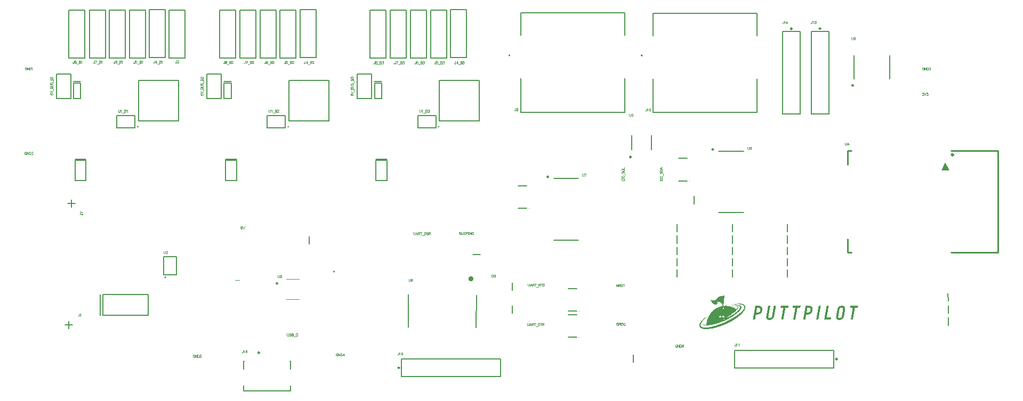
<source format=gbr>
G04*
G04 #@! TF.GenerationSoftware,Altium Limited,Altium Designer,22.4.2 (48)*
G04*
G04 Layer_Color=65535*
%FSLAX44Y44*%
%MOMM*%
G71*
G04*
G04 #@! TF.SameCoordinates,C02FB5F5-7DDD-4E4A-B98E-A3E591FA83C8*
G04*
G04*
G04 #@! TF.FilePolarity,Positive*
G04*
G01*
G75*
%ADD10C,0.4100*%
%ADD11C,0.2500*%
%ADD12C,0.2000*%
%ADD13C,0.3000*%
%ADD14C,0.2540*%
%ADD15C,0.1000*%
%ADD16C,0.2200*%
%ADD17C,0.1270*%
%ADD18C,0.0640*%
G36*
X1231283Y245233D02*
X1231598Y245184D01*
X1231731Y245151D01*
X1231913Y245101D01*
X1232079Y245034D01*
X1232145Y245001D01*
X1232328Y244852D01*
X1232361Y244719D01*
X1232394Y244487D01*
X1232361Y244254D01*
X1232278Y243541D01*
X1232212Y243143D01*
X1232179Y242778D01*
X1232079Y241882D01*
X1232046Y241251D01*
X1231996Y240803D01*
X1231930Y240537D01*
X1231897Y240305D01*
X1231863Y239807D01*
X1231830Y239708D01*
X1231780Y239127D01*
X1231747Y238795D01*
X1231714Y238430D01*
X1231681Y238131D01*
X1231598Y237451D01*
X1231565Y237318D01*
X1231515Y236804D01*
X1231482Y236505D01*
X1231449Y236240D01*
X1231415Y235675D01*
X1231366Y235227D01*
X1231299Y234763D01*
X1231266Y234431D01*
X1231233Y234298D01*
X1231183Y233883D01*
X1231150Y233551D01*
X1231084Y232821D01*
X1231050Y232489D01*
X1230984Y232058D01*
X1230951Y231593D01*
X1230918Y231427D01*
X1230884Y231294D01*
X1230851Y230996D01*
X1230818Y230598D01*
X1230752Y229867D01*
X1230718Y229569D01*
X1230652Y229137D01*
X1230619Y228839D01*
X1230553Y228440D01*
X1230519Y228042D01*
X1230486Y227843D01*
X1230453Y227511D01*
X1230420Y227080D01*
X1230353Y226549D01*
X1230320Y226350D01*
X1230287Y226184D01*
X1230254Y225984D01*
X1230221Y225586D01*
X1230187Y225287D01*
X1230154Y224856D01*
X1230088Y224126D01*
X1230055Y223860D01*
X1229988Y223429D01*
X1229939Y222981D01*
X1229905Y222848D01*
X1229855Y222035D01*
X1229822Y221836D01*
X1229789Y221471D01*
X1229706Y220724D01*
X1229673Y220591D01*
X1229607Y220027D01*
X1229573Y219795D01*
X1229524Y219148D01*
X1229491Y218550D01*
X1229408Y217870D01*
X1229308Y217173D01*
X1229275Y216841D01*
X1229241Y216210D01*
X1229208Y216078D01*
X1229175Y215480D01*
X1229142Y215381D01*
X1229109Y215049D01*
X1229076Y213954D01*
X1229042Y213854D01*
X1229026Y213207D01*
X1229059Y213141D01*
X1229125Y213174D01*
X1229159Y213340D01*
X1229225Y213605D01*
X1229275Y213788D01*
X1229324Y214004D01*
X1229474Y214485D01*
X1229540Y214750D01*
X1229590Y214966D01*
X1229656Y215364D01*
X1229690Y215497D01*
X1229723Y215663D01*
X1229889Y216659D01*
X1229922Y216824D01*
X1229988Y217256D01*
X1230022Y217422D01*
X1230055Y217621D01*
X1230088Y217754D01*
X1230121Y217953D01*
X1230154Y218119D01*
X1230204Y218567D01*
X1230237Y218700D01*
X1230270Y219032D01*
X1230304Y219131D01*
X1230353Y219446D01*
X1230387Y219612D01*
X1230420Y219811D01*
X1230453Y219977D01*
X1230519Y220376D01*
X1230602Y221056D01*
X1230635Y221189D01*
X1230669Y221421D01*
X1230702Y221554D01*
X1230752Y221869D01*
X1230785Y222135D01*
X1230818Y222334D01*
X1230851Y222500D01*
X1230884Y222699D01*
X1230918Y222865D01*
X1231050Y223661D01*
X1231084Y223827D01*
X1231117Y224026D01*
X1231150Y224192D01*
X1231183Y224458D01*
X1231283Y225121D01*
X1231349Y225453D01*
X1231449Y226051D01*
X1231498Y226333D01*
Y226366D01*
X1231581Y226914D01*
X1231615Y227080D01*
X1231747Y227876D01*
X1231780Y228042D01*
X1231897Y228225D01*
X1232013Y228341D01*
X1232278Y228407D01*
X1232511Y228440D01*
X1233539Y228473D01*
X1235464Y228440D01*
X1235564Y228407D01*
X1236460Y228374D01*
X1236560Y228341D01*
X1237107Y228291D01*
X1237373Y228258D01*
X1237837Y228225D01*
X1238435Y228191D01*
X1238833Y228158D01*
X1238999Y228125D01*
X1239165Y228059D01*
X1239546Y227943D01*
X1239878Y227909D01*
X1240011Y227876D01*
X1240326Y227826D01*
X1240509Y227777D01*
X1240675Y227710D01*
X1241073Y227611D01*
X1241388Y227561D01*
X1241554Y227528D01*
X1241687Y227495D01*
X1241953Y227395D01*
X1242235Y227312D01*
X1242367Y227279D01*
X1242716Y227229D01*
X1242882Y227196D01*
X1243048Y227129D01*
X1243230Y227047D01*
X1243463Y226980D01*
X1243861Y226880D01*
X1244292Y226681D01*
X1244508Y226632D01*
X1244641Y226598D01*
X1244906Y226499D01*
X1245255Y226350D01*
X1245388Y226316D01*
X1245603Y226233D01*
X1245952Y226051D01*
X1246367Y225902D01*
X1246715Y225719D01*
X1246947Y225653D01*
X1248175Y225055D01*
X1248341Y224989D01*
X1248574Y224856D01*
X1249204Y224524D01*
X1249569Y224325D01*
X1249901Y224093D01*
X1250117Y224010D01*
X1250167Y223960D01*
X1250233Y223927D01*
X1250432Y223794D01*
X1250930Y223562D01*
X1251229Y223595D01*
X1251544Y223811D01*
X1251594Y223860D01*
X1251660Y223894D01*
X1251826Y224060D01*
X1251892Y224093D01*
X1252639Y224839D01*
X1252672Y224906D01*
X1252772Y225005D01*
X1252805Y225072D01*
X1252938Y225205D01*
X1252971Y225271D01*
X1253071Y225371D01*
X1253104Y225437D01*
X1253170Y225503D01*
X1253203Y225570D01*
X1253270Y225636D01*
X1253303Y225702D01*
X1253436Y226001D01*
X1253469Y226233D01*
X1253436Y226466D01*
X1253220Y226781D01*
X1253154Y226847D01*
X1252855Y226980D01*
X1252639Y227030D01*
X1252473Y227063D01*
X1251992Y227212D01*
X1251527Y227378D01*
X1251478Y227428D01*
X1251527Y227478D01*
X1251660Y227511D01*
X1251892Y227544D01*
X1252224Y227577D01*
X1253685Y227544D01*
X1254050Y227345D01*
X1254282Y227212D01*
X1254431Y227063D01*
X1254464Y226997D01*
X1254630Y226632D01*
X1254664Y226499D01*
X1254697Y226034D01*
X1254664Y225935D01*
X1254630Y225702D01*
X1254232Y224939D01*
X1253751Y224292D01*
X1253618Y224093D01*
X1253502Y223977D01*
X1253469Y223910D01*
X1253402Y223844D01*
X1253369Y223777D01*
X1253137Y223545D01*
X1253104Y223479D01*
X1252838Y223213D01*
X1252805Y223147D01*
X1252208Y222549D01*
X1252175Y222483D01*
X1252042Y222350D01*
X1252009Y222284D01*
X1251793Y222068D01*
X1251727Y222035D01*
X1251262Y221570D01*
X1251196Y221537D01*
X1250864Y221205D01*
X1250797Y221172D01*
X1250299Y220674D01*
X1250233Y220641D01*
X1249768Y220177D01*
X1249702Y220143D01*
X1249403Y219845D01*
X1249337Y219811D01*
X1249071Y219546D01*
X1249005Y219513D01*
X1248441Y218949D01*
X1248374Y218915D01*
X1248142Y218683D01*
X1248076Y218650D01*
X1247976Y218550D01*
X1247910Y218517D01*
X1247810Y218417D01*
X1247744Y218384D01*
X1247478Y218119D01*
X1247412Y218086D01*
X1247346Y218019D01*
X1247279Y217986D01*
X1247113Y217820D01*
X1247047Y217787D01*
X1246981Y217721D01*
X1246914Y217687D01*
X1246848Y217621D01*
X1246781Y217588D01*
X1246616Y217422D01*
X1246549Y217389D01*
X1246483Y217322D01*
X1246416Y217289D01*
X1246284Y217156D01*
X1246217Y217123D01*
X1245802Y216808D01*
X1245603Y216675D01*
X1245554Y216625D01*
X1245487Y216592D01*
X1245421Y216526D01*
X1245354Y216493D01*
X1245288Y216426D01*
X1245222Y216393D01*
X1245122Y216294D01*
X1245056Y216260D01*
X1244989Y216194D01*
X1244923Y216161D01*
X1244508Y215846D01*
X1244392Y215763D01*
X1243396Y215032D01*
X1243164Y214866D01*
X1243098Y214833D01*
X1242633Y214501D01*
X1242567Y214468D01*
X1242500Y214402D01*
X1242434Y214369D01*
X1242367Y214302D01*
X1242135Y214170D01*
X1241704Y213871D01*
X1241637Y213838D01*
X1241538Y213738D01*
X1241471Y213705D01*
X1241239Y213539D01*
X1241173Y213506D01*
X1240741Y213207D01*
X1240675Y213174D01*
X1240542Y213041D01*
X1240476Y213008D01*
X1240061Y212693D01*
X1239795Y212527D01*
X1239380Y212278D01*
X1239314Y212245D01*
X1239248Y212178D01*
X1239181Y212145D01*
X1239115Y212079D01*
X1239049Y212045D01*
X1238634Y211763D01*
X1238352Y211614D01*
X1238119Y211448D01*
X1238053Y211415D01*
X1237754Y211249D01*
X1237522Y211083D01*
X1237290Y210983D01*
X1237223Y210950D01*
X1236991Y210784D01*
X1236560Y210552D01*
X1236195Y210353D01*
X1235962Y210187D01*
X1235531Y209955D01*
X1235298Y209789D01*
X1234867Y209556D01*
X1234635Y209424D01*
X1234402Y209258D01*
X1231946Y207963D01*
X1231449Y207698D01*
X1231216Y207565D01*
X1230652Y207266D01*
X1230287Y207067D01*
X1229789Y206802D01*
X1229524Y206636D01*
X1229308Y206553D01*
X1229192Y206503D01*
X1228760Y206304D01*
X1227997Y205939D01*
X1227765Y205806D01*
X1227466Y205673D01*
X1227300Y205607D01*
X1227068Y205474D01*
X1226902Y205375D01*
X1226487Y205225D01*
X1226338Y205076D01*
X1226172Y205009D01*
X1226039Y204976D01*
X1225823Y204893D01*
X1225724Y204794D01*
X1225740Y204711D01*
X1225873Y204678D01*
X1226155Y204727D01*
X1226338Y204844D01*
X1226570Y204943D01*
X1226703Y204976D01*
X1226918Y205026D01*
X1227035Y205076D01*
X1227234Y205209D01*
X1227466Y205275D01*
X1227599Y205308D01*
X1227814Y205391D01*
X1228063Y205541D01*
X1228246Y205590D01*
X1228379Y205623D01*
X1228545Y205690D01*
X1228926Y205872D01*
X1229092Y205939D01*
X1229590Y206171D01*
X1230104Y206354D01*
X1230486Y206536D01*
X1230652Y206603D01*
X1230868Y206686D01*
X1231249Y206868D01*
X1231415Y206935D01*
X1231681Y207034D01*
X1232112Y207233D01*
X1232328Y207316D01*
X1232378Y207366D01*
X1232809Y207565D01*
X1233241Y207797D01*
X1233473Y207897D01*
X1235564Y208959D01*
X1235630Y209025D01*
X1236759Y209623D01*
X1236925Y209722D01*
X1237356Y209955D01*
X1237920Y210253D01*
X1238152Y210386D01*
X1238518Y210585D01*
X1238783Y210751D01*
X1239082Y210917D01*
X1240277Y211548D01*
X1240774Y211813D01*
X1240974Y211946D01*
X1241339Y212145D01*
X1241571Y212311D01*
X1241870Y212477D01*
X1242069Y212610D01*
X1242965Y213074D01*
X1243197Y213240D01*
X1243496Y213406D01*
X1243562Y213472D01*
X1243629Y213506D01*
X1243894Y213672D01*
X1243960Y213705D01*
X1244193Y213871D01*
X1244492Y214037D01*
X1244558Y214103D01*
X1244624Y214136D01*
X1244890Y214302D01*
X1244956Y214335D01*
X1245023Y214402D01*
X1245089Y214435D01*
X1245354Y214601D01*
X1245421Y214634D01*
X1245487Y214701D01*
X1245554Y214734D01*
X1245885Y214966D01*
X1245952Y214999D01*
X1246018Y215066D01*
X1246085Y215099D01*
X1246317Y215265D01*
X1246383Y215298D01*
X1246450Y215364D01*
X1246516Y215397D01*
X1246748Y215563D01*
X1246815Y215597D01*
X1247512Y216094D01*
X1247578Y216128D01*
X1247877Y216360D01*
X1248109Y216526D01*
X1248175Y216559D01*
X1248341Y216725D01*
X1248408Y216758D01*
X1248872Y217090D01*
X1248939Y217123D01*
X1249005Y217190D01*
X1249071Y217223D01*
X1249138Y217289D01*
X1249204Y217322D01*
X1249271Y217389D01*
X1249337Y217422D01*
X1250233Y218119D01*
X1250366Y218252D01*
X1250432Y218285D01*
X1250532Y218384D01*
X1250598Y218417D01*
X1250731Y218550D01*
X1250797Y218584D01*
X1250930Y218716D01*
X1250996Y218749D01*
X1251229Y218982D01*
X1251295Y219015D01*
X1251494Y219214D01*
X1251561Y219247D01*
X1251627Y219314D01*
X1251693Y219347D01*
X1251826Y219480D01*
X1251892Y219513D01*
X1252092Y219712D01*
X1252158Y219745D01*
X1252357Y219944D01*
X1252423Y219977D01*
X1253253Y220807D01*
X1253319Y220840D01*
X1253685Y221205D01*
X1253751Y221238D01*
X1254116Y221604D01*
X1254182Y221637D01*
X1254232Y221687D01*
X1254265Y221753D01*
X1254630Y222118D01*
X1254664Y222184D01*
X1255228Y222749D01*
X1255261Y222815D01*
X1255427Y222981D01*
X1255460Y223047D01*
X1255626Y223213D01*
X1255659Y223280D01*
X1255925Y223545D01*
X1255958Y223612D01*
X1256290Y224076D01*
X1256323Y224142D01*
X1256622Y224574D01*
X1256655Y224640D01*
X1256788Y224839D01*
X1257086Y225470D01*
X1257169Y225686D01*
X1257203Y225852D01*
X1257236Y225984D01*
X1257269Y226184D01*
X1257286Y226764D01*
X1257252Y226864D01*
X1257203Y227047D01*
X1257103Y227312D01*
X1257020Y227395D01*
X1256987Y227461D01*
X1256821Y227627D01*
X1256788Y227694D01*
X1256672Y227810D01*
X1256605Y227843D01*
X1256373Y228009D01*
X1256307Y228042D01*
X1256240Y228109D01*
X1256174Y228142D01*
X1255941Y228241D01*
X1255775Y228308D01*
X1255410Y228473D01*
X1255195Y228523D01*
X1254929Y228556D01*
X1254531Y228623D01*
X1254398Y228656D01*
X1254116Y228739D01*
X1253983Y228772D01*
X1253751Y228805D01*
X1253319Y228839D01*
X1252108Y228855D01*
X1250615Y228822D01*
X1249918Y228789D01*
X1249553Y228756D01*
X1248756Y228623D01*
X1248590Y228590D01*
X1248142Y228540D01*
X1247462Y228490D01*
X1247196Y228457D01*
X1246798Y228391D01*
X1246632Y228324D01*
X1246499Y228291D01*
X1246051Y228241D01*
X1245719Y228208D01*
X1245620Y228241D01*
X1245421Y228274D01*
X1245371Y228324D01*
X1245421Y228440D01*
X1245653Y228507D01*
X1245786Y228540D01*
X1246416Y228573D01*
X1246516Y228606D01*
X1246815Y228739D01*
X1247047Y228805D01*
X1247180Y228839D01*
X1247578Y228905D01*
X1247960Y228988D01*
X1248092Y229021D01*
X1248275Y229071D01*
X1248673Y229170D01*
X1249237Y229204D01*
X1249337Y229237D01*
X1249652Y229287D01*
X1249818Y229320D01*
X1249951Y229353D01*
X1250117Y229386D01*
X1250515Y229453D01*
X1251079Y229486D01*
X1252009Y229519D01*
X1252573Y229552D01*
X1253502Y229618D01*
X1254647Y229635D01*
X1254747Y229602D01*
X1255128Y229552D01*
X1255576Y229502D01*
X1256058Y229419D01*
X1256190Y229386D01*
X1256356Y229320D01*
X1256738Y229204D01*
X1256871Y229170D01*
X1257186Y229054D01*
X1257899Y228673D01*
X1257966Y228606D01*
X1258032Y228573D01*
X1258132Y228473D01*
X1258198Y228440D01*
X1258414Y228225D01*
X1258447Y228158D01*
X1258679Y227926D01*
X1258713Y227860D01*
X1258779Y227793D01*
X1258812Y227660D01*
X1259044Y227163D01*
X1259111Y226897D01*
X1259144Y226665D01*
X1259177Y226233D01*
X1259144Y225603D01*
X1259111Y225503D01*
X1259061Y225088D01*
X1259011Y224906D01*
X1258945Y224740D01*
X1258829Y224425D01*
X1258746Y224209D01*
X1258630Y223894D01*
X1258314Y223246D01*
X1258182Y223047D01*
X1258049Y222815D01*
X1257916Y222616D01*
X1257717Y222251D01*
X1257568Y222068D01*
X1257485Y221952D01*
X1257186Y221653D01*
X1257153Y221587D01*
X1257003Y221404D01*
X1256954Y221355D01*
X1256920Y221288D01*
X1256854Y221222D01*
X1256821Y221156D01*
X1256688Y221023D01*
X1256655Y220956D01*
X1256522Y220824D01*
X1256489Y220757D01*
X1256340Y220608D01*
X1256273Y220575D01*
X1256157Y220459D01*
X1256124Y220392D01*
X1256008Y220276D01*
X1255941Y220243D01*
X1255825Y220127D01*
X1255792Y220060D01*
X1255742Y220011D01*
X1255676Y219977D01*
X1254979Y219280D01*
X1254913Y219247D01*
X1254448Y218783D01*
X1254381Y218749D01*
X1254249Y218617D01*
X1254182Y218584D01*
X1254083Y218484D01*
X1254016Y218451D01*
X1253884Y218318D01*
X1253817Y218285D01*
X1253618Y218086D01*
X1253552Y218053D01*
X1253485Y217986D01*
X1253419Y217953D01*
X1253220Y217754D01*
X1253154Y217721D01*
X1252921Y217555D01*
X1252739Y217405D01*
X1252689Y217355D01*
X1252623Y217322D01*
X1252191Y216891D01*
X1252125Y216858D01*
X1252025Y216758D01*
X1251959Y216725D01*
X1251892Y216659D01*
X1251826Y216625D01*
X1251727Y216526D01*
X1251660Y216493D01*
X1251594Y216426D01*
X1251527Y216393D01*
X1251361Y216227D01*
X1251295Y216194D01*
X1250996Y215962D01*
X1250582Y215646D01*
X1250499Y215563D01*
X1250432Y215530D01*
X1250366Y215464D01*
X1250299Y215431D01*
X1250167Y215298D01*
X1250100Y215265D01*
X1250034Y215198D01*
X1249967Y215165D01*
X1249669Y214933D01*
X1249486Y214783D01*
X1249204Y214568D01*
X1249138Y214534D01*
X1248839Y214302D01*
X1248607Y214136D01*
X1248540Y214103D01*
X1248408Y213970D01*
X1248341Y213937D01*
X1248076Y213771D01*
X1248009Y213738D01*
X1247943Y213672D01*
X1247711Y213539D01*
X1247246Y213207D01*
X1247180Y213174D01*
X1247080Y213074D01*
X1247014Y213041D01*
X1246914Y212941D01*
X1246748Y212842D01*
X1246649Y212742D01*
X1246582Y212709D01*
X1246516Y212643D01*
X1246217Y212477D01*
X1246151Y212411D01*
X1245719Y212178D01*
X1245653Y212112D01*
X1245354Y211946D01*
X1245122Y211780D01*
X1245056Y211747D01*
X1244757Y211581D01*
X1244691Y211514D01*
X1244624Y211481D01*
X1244425Y211348D01*
X1244193Y211216D01*
X1243994Y211083D01*
X1243761Y210950D01*
X1243695Y210884D01*
X1243629Y210851D01*
X1243363Y210685D01*
X1243131Y210552D01*
X1243064Y210486D01*
X1242567Y210220D01*
X1242202Y210021D01*
X1241969Y209855D01*
X1240974Y209324D01*
X1240774Y209191D01*
X1240343Y208959D01*
X1240144Y208826D01*
X1239281Y208362D01*
X1239082Y208229D01*
X1238053Y207698D01*
X1237854Y207565D01*
X1237638Y207482D01*
X1237439Y207349D01*
X1237091Y207200D01*
X1236725Y207001D01*
X1236394Y206868D01*
X1236095Y206702D01*
X1235796Y206569D01*
X1235581Y206486D01*
X1235531Y206437D01*
X1235464Y206403D01*
X1235166Y206271D01*
X1235000Y206204D01*
X1234369Y205906D01*
X1233805Y205640D01*
X1233174Y205341D01*
X1233008Y205275D01*
X1232942Y205242D01*
X1232710Y205109D01*
X1232477Y205009D01*
X1232262Y204927D01*
X1231913Y204744D01*
X1231498Y204595D01*
X1231216Y204445D01*
X1231050Y204379D01*
X1230735Y204263D01*
X1230453Y204114D01*
X1230287Y204047D01*
X1230104Y203997D01*
X1229822Y203848D01*
X1229590Y203748D01*
X1229175Y203599D01*
X1229125Y203549D01*
X1228893Y203450D01*
X1228760Y203417D01*
X1228528Y203350D01*
X1227964Y203085D01*
X1227748Y203035D01*
X1227582Y202969D01*
X1227167Y202786D01*
X1227035Y202753D01*
X1226852Y202703D01*
X1226686Y202637D01*
X1226338Y202487D01*
X1226072Y202421D01*
X1225856Y202338D01*
X1225690Y202271D01*
X1225508Y202189D01*
X1225143Y202089D01*
X1224844Y201956D01*
X1224678Y201890D01*
X1224446Y201824D01*
X1224313Y201790D01*
X1223998Y201674D01*
X1223832Y201608D01*
X1223682Y201558D01*
X1223550Y201525D01*
X1223317Y201458D01*
X1222903Y201309D01*
X1222720Y201226D01*
X1222587Y201193D01*
X1222372Y201143D01*
X1222239Y201110D01*
X1221907Y200977D01*
X1221724Y200894D01*
X1221442Y200844D01*
X1221276Y200811D01*
X1221011Y200712D01*
X1220845Y200645D01*
X1220696Y200595D01*
X1220181Y200479D01*
X1219733Y200297D01*
X1219501Y200231D01*
X1219185Y200181D01*
X1219053Y200147D01*
X1218688Y200015D01*
X1218505Y199965D01*
X1218372Y199932D01*
X1218140Y199899D01*
X1218007Y199865D01*
X1217825Y199816D01*
X1217244Y199633D01*
X1217111Y199600D01*
X1216879Y199567D01*
X1216746Y199534D01*
X1216564Y199484D01*
X1216083Y199334D01*
X1215950Y199301D01*
X1215634Y199251D01*
X1215435Y199218D01*
X1215303Y199185D01*
X1215120Y199135D01*
X1214689Y199002D01*
X1214407Y198953D01*
X1214008Y198886D01*
X1213875Y198853D01*
X1213394Y198704D01*
X1212465Y198571D01*
X1212332Y198538D01*
X1212100Y198472D01*
X1211702Y198372D01*
X1211469Y198339D01*
X1211337Y198305D01*
X1210922Y198256D01*
X1210424Y198156D01*
X1210291Y198123D01*
X1209893Y198057D01*
X1209163Y197990D01*
X1208897Y197957D01*
X1208233Y197857D01*
X1207902Y197791D01*
X1207155Y197708D01*
X1206923Y197675D01*
X1206408Y197625D01*
X1206010Y197559D01*
X1205844Y197526D01*
X1205711Y197492D01*
X1205545Y197459D01*
X1205280Y197426D01*
X1203820Y197360D01*
X1201778Y197310D01*
X1201546Y197343D01*
X1200700Y197393D01*
X1200501Y197426D01*
X1200102Y197526D01*
X1199936Y197559D01*
X1199754Y197609D01*
X1199621Y197642D01*
X1199306Y197758D01*
X1199057Y197907D01*
X1198625Y198140D01*
X1198559Y198206D01*
X1198493Y198239D01*
X1198426Y198305D01*
X1198360Y198339D01*
X1198294Y198405D01*
X1198227Y198438D01*
X1198144Y198554D01*
X1197912Y198787D01*
X1197879Y198853D01*
X1197812Y198920D01*
X1197680Y199218D01*
X1197663Y199368D01*
X1197763Y199401D01*
X1198260Y199135D01*
X1198460Y199002D01*
X1199073Y198787D01*
X1199356Y198704D01*
X1199588Y198671D01*
X1199721Y198637D01*
X1200550Y198604D01*
X1202077Y198571D01*
X1203272Y198604D01*
X1203371Y198637D01*
X1203570Y198671D01*
X1203637Y198737D01*
X1203687Y198754D01*
X1203753Y198920D01*
X1203770Y199069D01*
X1203753Y199086D01*
X1203786Y199185D01*
X1203869Y201126D01*
X1203902Y201525D01*
X1203936Y201790D01*
X1204002Y202189D01*
X1204035Y202355D01*
X1204068Y202487D01*
X1204102Y202686D01*
X1204135Y202985D01*
X1204168Y203251D01*
X1204201Y203450D01*
X1204268Y203815D01*
X1204301Y204014D01*
X1204334Y204147D01*
X1204367Y204313D01*
X1204417Y204495D01*
X1204483Y204727D01*
X1204599Y205275D01*
X1204649Y205458D01*
X1204749Y205790D01*
X1204815Y206055D01*
X1204898Y206470D01*
X1205064Y206935D01*
X1205114Y207117D01*
X1205180Y207349D01*
X1205247Y207515D01*
X1205330Y207731D01*
X1205413Y207913D01*
X1205446Y208046D01*
X1205496Y208229D01*
X1205695Y208760D01*
X1205778Y209042D01*
X1205894Y209357D01*
X1206176Y209971D01*
X1206209Y210038D01*
X1206674Y211033D01*
X1206740Y211199D01*
X1207470Y212626D01*
X1207636Y212859D01*
X1208101Y213721D01*
X1208333Y214086D01*
X1208366Y214153D01*
X1208433Y214219D01*
X1208466Y214286D01*
X1208532Y214352D01*
X1208565Y214418D01*
X1208698Y214618D01*
X1208731Y214684D01*
X1209362Y215580D01*
X1209395Y215646D01*
X1209461Y215713D01*
X1209495Y215779D01*
X1209627Y215978D01*
X1209660Y216045D01*
X1209760Y216144D01*
X1209793Y216210D01*
X1209893Y216310D01*
X1209926Y216376D01*
X1210026Y216476D01*
X1210059Y216542D01*
X1210125Y216609D01*
X1210158Y216675D01*
X1210225Y216742D01*
X1210258Y216808D01*
X1210490Y217107D01*
X1210590Y217206D01*
X1210623Y217273D01*
X1210822Y217472D01*
X1210855Y217538D01*
X1210955Y217638D01*
X1210988Y217704D01*
X1211088Y217804D01*
X1211121Y217870D01*
X1211220Y217969D01*
X1211254Y218036D01*
X1211552Y218335D01*
X1211585Y218401D01*
X1212216Y219032D01*
X1212249Y219098D01*
X1212647Y219496D01*
X1212681Y219562D01*
X1213328Y220210D01*
X1213394Y220243D01*
X1213660Y220508D01*
X1213726Y220542D01*
X1213792Y220608D01*
X1213859Y220641D01*
X1213958Y220741D01*
X1214025Y220774D01*
X1214191Y220940D01*
X1214257Y220973D01*
X1214456Y221172D01*
X1214523Y221205D01*
X1214655Y221338D01*
X1214722Y221371D01*
X1214888Y221537D01*
X1214954Y221570D01*
X1215020Y221637D01*
X1215087Y221670D01*
X1215286Y221869D01*
X1215352Y221902D01*
X1215419Y221969D01*
X1215485Y222002D01*
X1215618Y222135D01*
X1215684Y222168D01*
X1215751Y222234D01*
X1215817Y222267D01*
X1216282Y222599D01*
X1216348Y222632D01*
X1216481Y222765D01*
X1216547Y222798D01*
X1216846Y223031D01*
X1217410Y223429D01*
X1217476Y223462D01*
X1218007Y223794D01*
X1218240Y223927D01*
X1218439Y224060D01*
X1218671Y224192D01*
X1218870Y224325D01*
X1219302Y224557D01*
X1219368Y224624D01*
X1219799Y224856D01*
X1219999Y224989D01*
X1220181Y225039D01*
X1220347Y225105D01*
X1220862Y225387D01*
X1220994Y225420D01*
X1221227Y225586D01*
X1221559Y225719D01*
X1221857Y225885D01*
X1222023Y225951D01*
X1222156Y225984D01*
X1222471Y226101D01*
X1222720Y226250D01*
X1222903Y226300D01*
X1223035Y226333D01*
X1223301Y226432D01*
X1223649Y226582D01*
X1223882Y226648D01*
X1224097Y226731D01*
X1224512Y226914D01*
X1224744Y226947D01*
X1224877Y226980D01*
X1225093Y227030D01*
X1225259Y227096D01*
X1225442Y227179D01*
X1225657Y227229D01*
X1226056Y227295D01*
X1226188Y227329D01*
X1226454Y227428D01*
X1226669Y227511D01*
X1227068Y227577D01*
X1227483Y227627D01*
X1227648Y227660D01*
X1227781Y227694D01*
X1227947Y227760D01*
X1228130Y227810D01*
X1228511Y227893D01*
X1228628Y227943D01*
X1228710Y227992D01*
X1228777Y228158D01*
X1228810Y228888D01*
X1228843Y228988D01*
X1228893Y229635D01*
X1228926Y229934D01*
X1228959Y230299D01*
X1228993Y230697D01*
X1229026Y231029D01*
X1229042Y231378D01*
X1228910Y231610D01*
X1228827Y231693D01*
X1228528Y231859D01*
X1228462Y231925D01*
X1228395Y231958D01*
X1228080Y232174D01*
X1227964Y232290D01*
X1227897Y232323D01*
X1227731Y232489D01*
X1227665Y232523D01*
X1227366Y232821D01*
X1227300Y232854D01*
X1227068Y233087D01*
X1227001Y233120D01*
X1226802Y233319D01*
X1226736Y233352D01*
X1226553Y233501D01*
X1226437Y233618D01*
X1226371Y233651D01*
X1226188Y233800D01*
X1225939Y233950D01*
X1225807Y233983D01*
X1225491Y234198D01*
X1225276Y234282D01*
X1225110Y234348D01*
X1225043Y234381D01*
X1224844Y234514D01*
X1224612Y234580D01*
X1224479Y234613D01*
X1224296Y234663D01*
X1224164Y234696D01*
X1223948Y234779D01*
X1223815Y234813D01*
X1223583Y234846D01*
X1223052Y234879D01*
X1222338Y234829D01*
X1222172Y234796D01*
X1221957Y234713D01*
X1221724Y234680D01*
X1221592Y234646D01*
X1221276Y234597D01*
X1221144Y234564D01*
X1221028Y234514D01*
X1220845Y234364D01*
X1220696Y234315D01*
X1220563Y234282D01*
X1220231Y234248D01*
X1220048Y234099D01*
X1220065Y233983D01*
X1220297Y233950D01*
X1220662Y233983D01*
X1220961Y234149D01*
X1221061Y234182D01*
X1221393Y234215D01*
X1221525Y234248D01*
X1221857Y234215D01*
X1221940Y234132D01*
X1221907Y233966D01*
X1221807Y233867D01*
X1221774Y233800D01*
X1221708Y233734D01*
X1221675Y233668D01*
X1221343Y232971D01*
X1221227Y232655D01*
X1220878Y231908D01*
X1220745Y231676D01*
X1220679Y231610D01*
X1220646Y231544D01*
X1220331Y231228D01*
X1220264Y231195D01*
X1220198Y231129D01*
X1220131Y231095D01*
X1219799Y230863D01*
X1219634Y230797D01*
X1219401Y230763D01*
X1219268Y230730D01*
X1219053Y230681D01*
X1218870Y230631D01*
X1218737Y230598D01*
X1218406Y230564D01*
X1218273Y230531D01*
X1217808Y230564D01*
X1217709Y230598D01*
X1217543Y230664D01*
X1217211Y230763D01*
X1216829Y230847D01*
X1216547Y230996D01*
X1216381Y231062D01*
X1216165Y231112D01*
X1216000Y231178D01*
X1215585Y231394D01*
X1215220Y231593D01*
X1214954Y231759D01*
X1214888Y231792D01*
X1214722Y231958D01*
X1214655Y231992D01*
X1214589Y232058D01*
X1214523Y232091D01*
X1214456Y232157D01*
X1214390Y232191D01*
X1213411Y233170D01*
X1213378Y233236D01*
X1213261Y233319D01*
X1213145Y233435D01*
X1213112Y233501D01*
X1212847Y233767D01*
X1212813Y233833D01*
X1212415Y234364D01*
X1211934Y235012D01*
X1211768Y235277D01*
X1211635Y235476D01*
X1211486Y235758D01*
X1211254Y236090D01*
X1210855Y236820D01*
X1210689Y237053D01*
X1210656Y237119D01*
X1210523Y237318D01*
X1210424Y237484D01*
X1210291Y237683D01*
X1210192Y237916D01*
X1209992Y238413D01*
X1210009Y238629D01*
X1210142Y238662D01*
X1210275Y238629D01*
X1210441Y238463D01*
X1210507Y238430D01*
X1210822Y238214D01*
X1210872Y238165D01*
X1210938Y238131D01*
X1211436Y237866D01*
X1211735Y237733D01*
X1212050Y237617D01*
X1212100Y237567D01*
X1212332Y237467D01*
X1212730Y237401D01*
X1212863Y237368D01*
X1213062Y237335D01*
X1213228Y237268D01*
X1213494Y237202D01*
X1213726Y237169D01*
X1214157Y237136D01*
X1214888Y237102D01*
X1216016Y237136D01*
X1216116Y237169D01*
X1216414Y237235D01*
X1216647Y237335D01*
X1216879Y237401D01*
X1217161Y237451D01*
X1217327Y237517D01*
X1217576Y237667D01*
X1217808Y237766D01*
X1217974Y237866D01*
X1218206Y238032D01*
X1218273Y238065D01*
X1218505Y238231D01*
X1218572Y238264D01*
X1218638Y238330D01*
X1218704Y238364D01*
X1218937Y238529D01*
X1219069Y238662D01*
X1219136Y238696D01*
X1219318Y238845D01*
X1219385Y238878D01*
X1219418Y238944D01*
X1219551Y239077D01*
X1219584Y239144D01*
X1219783Y239343D01*
X1219816Y239409D01*
X1219982Y239575D01*
X1219999Y239625D01*
X1220065Y239658D01*
X1220248Y239841D01*
X1220281Y239907D01*
X1220331Y239957D01*
X1220397Y239990D01*
X1220579Y240172D01*
X1220613Y240239D01*
X1220712Y240338D01*
X1220745Y240405D01*
X1220812Y240471D01*
X1220845Y240537D01*
X1221111Y240803D01*
X1221144Y240869D01*
X1221210Y240936D01*
X1221243Y241002D01*
X1221509Y241268D01*
X1221525Y241317D01*
X1221592Y241350D01*
X1221890Y241649D01*
X1221957Y241682D01*
X1222123Y241848D01*
X1222189Y241882D01*
X1222255Y241948D01*
X1222322Y241981D01*
X1222388Y242048D01*
X1222438Y242064D01*
X1222455Y242114D01*
X1222521Y242147D01*
X1222936Y242429D01*
X1222986Y242479D01*
X1223052Y242512D01*
X1223367Y242728D01*
X1223517Y242811D01*
X1223732Y242894D01*
X1224114Y243076D01*
X1224280Y243143D01*
X1224496Y243226D01*
X1224612Y243275D01*
X1224911Y243408D01*
X1225043Y243441D01*
X1225242Y243475D01*
X1225408Y243541D01*
X1225541Y243574D01*
X1225973Y243707D01*
X1226669Y243806D01*
X1226802Y243840D01*
X1227234Y243873D01*
X1228893Y243840D01*
X1228993Y243806D01*
X1229706Y243757D01*
X1229822Y243740D01*
X1229922Y243773D01*
X1229988Y243806D01*
X1230071Y243856D01*
X1230104Y243923D01*
X1230171Y244088D01*
X1230204Y244819D01*
X1230337Y245051D01*
X1230453Y245167D01*
X1230619Y245233D01*
X1230951Y245267D01*
X1231283Y245233D01*
D02*
G37*
G36*
X1243114Y229718D02*
X1243180Y229685D01*
X1243098Y229602D01*
X1242749Y229618D01*
X1242766Y229701D01*
X1242998Y229735D01*
X1243098D01*
X1243114Y229718D01*
D02*
G37*
G36*
X1256572Y231992D02*
X1258198Y231958D01*
X1258298Y231925D01*
X1258613Y231875D01*
X1258779Y231842D01*
X1258978Y231809D01*
X1259658Y231726D01*
X1259990Y231693D01*
X1260306Y231643D01*
X1260886Y231460D01*
X1261019Y231427D01*
X1261252Y231394D01*
X1261467Y231344D01*
X1261633Y231278D01*
X1262114Y231062D01*
X1262413Y230896D01*
X1262712Y230763D01*
X1263442Y230365D01*
X1263624Y230216D01*
X1263674Y230166D01*
X1263741Y230133D01*
X1263807Y230067D01*
X1263873Y230033D01*
X1264023Y229884D01*
X1264056Y229818D01*
X1264172Y229735D01*
X1264222Y229685D01*
X1264238Y229635D01*
X1264288Y229618D01*
X1264321Y229552D01*
X1264520Y229353D01*
X1264554Y229287D01*
X1264753Y229088D01*
X1264985Y228656D01*
X1265184Y228225D01*
X1265350Y227860D01*
X1265417Y227594D01*
X1265450Y227362D01*
X1265483Y227229D01*
X1265516Y226897D01*
X1265549Y226764D01*
X1265516Y225669D01*
X1265483Y225570D01*
X1265433Y224989D01*
X1265400Y224823D01*
X1265284Y224441D01*
X1265151Y223910D01*
X1265002Y223495D01*
X1264886Y223280D01*
X1264736Y222865D01*
X1264587Y222583D01*
X1264520Y222417D01*
X1264437Y222201D01*
X1264355Y222085D01*
X1264222Y221886D01*
X1264189Y221819D01*
X1263989Y221454D01*
X1263857Y221222D01*
X1263641Y220907D01*
X1263492Y220658D01*
X1263359Y220425D01*
X1263292Y220359D01*
X1263259Y220293D01*
X1263044Y219977D01*
X1262911Y219778D01*
X1262828Y219695D01*
X1262795Y219629D01*
X1262679Y219546D01*
X1262446Y219181D01*
X1262330Y219065D01*
X1262297Y218998D01*
X1262231Y218932D01*
X1262197Y218866D01*
X1262098Y218766D01*
X1262065Y218700D01*
X1261965Y218600D01*
X1261932Y218534D01*
X1261783Y218351D01*
X1261600Y218169D01*
X1261567Y218102D01*
X1261500Y218036D01*
X1261467Y217969D01*
X1261368Y217870D01*
X1261334Y217804D01*
X1261185Y217654D01*
X1261119Y217621D01*
X1261036Y217505D01*
X1260886Y217322D01*
X1260704Y217140D01*
X1260671Y217073D01*
X1259559Y215962D01*
X1259509Y215945D01*
X1259492Y215895D01*
X1259426Y215862D01*
X1259028Y215464D01*
X1258961Y215431D01*
X1258862Y215331D01*
X1258796Y215298D01*
X1258746Y215248D01*
X1258713Y215182D01*
X1257966Y214435D01*
X1257899Y214402D01*
X1257850Y214352D01*
X1257816Y214286D01*
X1257700Y214203D01*
X1257634Y214136D01*
X1257568Y214103D01*
X1257435Y213970D01*
X1257368Y213937D01*
X1257269Y213838D01*
X1257203Y213804D01*
X1257153Y213755D01*
X1257120Y213688D01*
X1257037Y213605D01*
X1256970Y213572D01*
X1256771Y213373D01*
X1256705Y213340D01*
X1256307Y212941D01*
X1256240Y212908D01*
X1255908Y212576D01*
X1255842Y212543D01*
X1255709Y212411D01*
X1255643Y212377D01*
X1255576Y212311D01*
X1255510Y212278D01*
X1255410Y212178D01*
X1255344Y212145D01*
X1255244Y212045D01*
X1255178Y212012D01*
X1254995Y211863D01*
X1254879Y211780D01*
X1254780Y211680D01*
X1254713Y211647D01*
X1254415Y211415D01*
X1254000Y211100D01*
X1253884Y211017D01*
X1253701Y210867D01*
X1253618Y210784D01*
X1253552Y210751D01*
X1253369Y210602D01*
X1253253Y210486D01*
X1253187Y210452D01*
X1252307Y209805D01*
X1252108Y209673D01*
X1252058Y209623D01*
X1251992Y209590D01*
X1251926Y209523D01*
X1251859Y209490D01*
X1251793Y209424D01*
X1251727Y209390D01*
X1251660Y209324D01*
X1251594Y209291D01*
X1251527Y209224D01*
X1251461Y209191D01*
X1251162Y208959D01*
X1250747Y208644D01*
X1250698Y208594D01*
X1250465Y208461D01*
X1250399Y208395D01*
X1250333Y208362D01*
X1250233Y208262D01*
X1249934Y208096D01*
X1249868Y208030D01*
X1249802Y207997D01*
X1249735Y207930D01*
X1249436Y207764D01*
X1249105Y207532D01*
X1248872Y207399D01*
X1248806Y207333D01*
X1248740Y207299D01*
X1248275Y206968D01*
X1247910Y206768D01*
X1247843Y206702D01*
X1247611Y206569D01*
X1247379Y206403D01*
X1247312Y206370D01*
X1247014Y206204D01*
X1246781Y206038D01*
X1246416Y205839D01*
X1246217Y205707D01*
X1245852Y205507D01*
X1245653Y205375D01*
X1245354Y205209D01*
X1245155Y205076D01*
X1245089Y205043D01*
X1244856Y204910D01*
X1244624Y204744D01*
X1244259Y204545D01*
X1244060Y204412D01*
X1243927Y204379D01*
X1243562Y204147D01*
X1242567Y203616D01*
X1242334Y203450D01*
X1241969Y203251D01*
X1241471Y202985D01*
X1241206Y202819D01*
X1240874Y202686D01*
X1237721Y201126D01*
X1235265Y199932D01*
X1234635Y199633D01*
X1234303Y199500D01*
X1233871Y199301D01*
X1233689Y199251D01*
X1233357Y199086D01*
X1233141Y199002D01*
X1232726Y198853D01*
X1232477Y198704D01*
X1232262Y198654D01*
X1231897Y198521D01*
X1231615Y198372D01*
X1231482Y198339D01*
X1231266Y198256D01*
X1231100Y198189D01*
X1230752Y198040D01*
X1230436Y197924D01*
X1230154Y197775D01*
X1229922Y197708D01*
X1229607Y197592D01*
X1229557Y197542D01*
X1229491Y197509D01*
X1229258Y197409D01*
X1228744Y197227D01*
X1228694Y197177D01*
X1228561Y197144D01*
X1228395Y197078D01*
X1228262Y197044D01*
X1228097Y196978D01*
X1227798Y196845D01*
X1227366Y196712D01*
X1227151Y196630D01*
X1226736Y196447D01*
X1226553Y196397D01*
X1226387Y196364D01*
X1226006Y196182D01*
X1225657Y196098D01*
X1225392Y195999D01*
X1225209Y195916D01*
X1225043Y195850D01*
X1224778Y195783D01*
X1224545Y195717D01*
X1224247Y195584D01*
X1224014Y195518D01*
X1223616Y195418D01*
X1223400Y195335D01*
X1223234Y195269D01*
X1223019Y195186D01*
X1222886Y195153D01*
X1222571Y195103D01*
X1222405Y195037D01*
X1222123Y194920D01*
X1221857Y194854D01*
X1221641Y194804D01*
X1221509Y194771D01*
X1221061Y194589D01*
X1220845Y194539D01*
X1220646Y194506D01*
X1220380Y194439D01*
X1219966Y194257D01*
X1219833Y194223D01*
X1219600Y194190D01*
X1219468Y194157D01*
X1219285Y194107D01*
X1219020Y194008D01*
X1218804Y193925D01*
X1218289Y193809D01*
X1217924Y193676D01*
X1217742Y193626D01*
X1217510Y193593D01*
X1217377Y193560D01*
X1217144Y193526D01*
X1217012Y193493D01*
X1216481Y193327D01*
X1216348Y193294D01*
X1215834Y193211D01*
X1215701Y193178D01*
X1215120Y192995D01*
X1214805Y192946D01*
X1214606Y192913D01*
X1214274Y192846D01*
X1213875Y192747D01*
X1213593Y192664D01*
X1213361Y192630D01*
X1212946Y192581D01*
X1212813Y192547D01*
X1212647Y192514D01*
X1212515Y192481D01*
X1212332Y192431D01*
X1212100Y192365D01*
X1211635Y192299D01*
X1211303Y192265D01*
X1211171Y192232D01*
X1210822Y192182D01*
X1210689Y192149D01*
X1210507Y192099D01*
X1210241Y192033D01*
X1209910Y192000D01*
X1209379Y191967D01*
X1208947Y191933D01*
X1208715Y191900D01*
X1208399Y191850D01*
X1208134Y191817D01*
X1207736Y191751D01*
X1207470Y191718D01*
X1207105Y191684D01*
X1206574Y191651D01*
X1206209Y191618D01*
X1205744Y191585D01*
X1205479Y191552D01*
X1203488Y191452D01*
X1203272Y191436D01*
X1203172Y191469D01*
X1202409Y191502D01*
X1202309Y191535D01*
X1201662Y191585D01*
X1200833Y191618D01*
X1200501Y191651D01*
X1200136Y191684D01*
X1199704Y191751D01*
X1199538Y191784D01*
X1199339Y191817D01*
X1199173Y191850D01*
X1198775Y191917D01*
X1198509Y191950D01*
X1198310Y191983D01*
X1198045Y192050D01*
X1197763Y192166D01*
X1197431Y192265D01*
X1197215Y192315D01*
X1197049Y192348D01*
X1196717Y192481D01*
X1196501Y192564D01*
X1196369Y192597D01*
X1196153Y192680D01*
X1196103Y192730D01*
X1196037Y192763D01*
X1195871Y192863D01*
X1195655Y192946D01*
X1195489Y193012D01*
X1195373Y193128D01*
X1194942Y193361D01*
X1194709Y193526D01*
X1194643Y193560D01*
X1194344Y193792D01*
X1194162Y193941D01*
X1193730Y194373D01*
X1193697Y194439D01*
X1193631Y194506D01*
X1193597Y194572D01*
X1193531Y194638D01*
X1193498Y194705D01*
X1193332Y194937D01*
X1193299Y195003D01*
X1193166Y195203D01*
X1193033Y195501D01*
X1192834Y195933D01*
X1192768Y196165D01*
X1192735Y196298D01*
X1192685Y196513D01*
X1192618Y196779D01*
X1192585Y196978D01*
X1192552Y197277D01*
X1192535Y198023D01*
X1192569Y198123D01*
X1192618Y198505D01*
X1192718Y199002D01*
X1192784Y199401D01*
X1192818Y199534D01*
X1192901Y199716D01*
X1193000Y200048D01*
X1193083Y200264D01*
X1193183Y200529D01*
X1193614Y201392D01*
X1193830Y201774D01*
X1193996Y202006D01*
X1194195Y202371D01*
X1194261Y202437D01*
X1194295Y202504D01*
X1194427Y202736D01*
X1194759Y203201D01*
X1194792Y203267D01*
X1194925Y203400D01*
X1194958Y203466D01*
X1195191Y203765D01*
X1195390Y203964D01*
X1195423Y204030D01*
X1195622Y204230D01*
X1195655Y204296D01*
X1195954Y204595D01*
X1195987Y204661D01*
X1196186Y204860D01*
X1196219Y204927D01*
X1196518Y205225D01*
X1196551Y205292D01*
X1196684Y205424D01*
X1196717Y205491D01*
X1197016Y205790D01*
X1197049Y205856D01*
X1197099Y205906D01*
X1197165Y205939D01*
X1197248Y206022D01*
X1197281Y206088D01*
X1197431Y206238D01*
X1197497Y206271D01*
X1198094Y206868D01*
X1198161Y206901D01*
X1198360Y207100D01*
X1198426Y207134D01*
X1198526Y207233D01*
X1198592Y207266D01*
X1198659Y207333D01*
X1198725Y207366D01*
X1198957Y207598D01*
X1199024Y207631D01*
X1199223Y207831D01*
X1199289Y207864D01*
X1199389Y207963D01*
X1199455Y207997D01*
X1199621Y208162D01*
X1199688Y208196D01*
X1199870Y208345D01*
X1200019Y208494D01*
X1200086Y208528D01*
X1200152Y208594D01*
X1200219Y208627D01*
X1200385Y208793D01*
X1200451Y208826D01*
X1200550Y208926D01*
X1200617Y208959D01*
X1200716Y209058D01*
X1200783Y209092D01*
X1201546Y209656D01*
X1201778Y209822D01*
X1201845Y209855D01*
X1201911Y209921D01*
X1201977Y209955D01*
X1202077Y210054D01*
X1202143Y210087D01*
X1202210Y210154D01*
X1202276Y210187D01*
X1202376Y210287D01*
X1202442Y210320D01*
X1202508Y210386D01*
X1202575Y210419D01*
X1203039Y210751D01*
X1203106Y210784D01*
X1203753Y211266D01*
X1203803Y211315D01*
X1204168Y211514D01*
X1204234Y211581D01*
X1204599Y211780D01*
X1204666Y211846D01*
X1204732Y211880D01*
X1204964Y211979D01*
X1205081Y211963D01*
X1204981Y211796D01*
X1204865Y211680D01*
X1204799Y211647D01*
X1204533Y211382D01*
X1204467Y211348D01*
X1204234Y211182D01*
X1204135Y211083D01*
X1204068Y211050D01*
X1204002Y210983D01*
X1203936Y210950D01*
X1203869Y210884D01*
X1203803Y210851D01*
X1203504Y210552D01*
X1203438Y210519D01*
X1203139Y210220D01*
X1203073Y210187D01*
X1202874Y209988D01*
X1202807Y209955D01*
X1202442Y209590D01*
X1202376Y209556D01*
X1202011Y209191D01*
X1201944Y209158D01*
X1201895Y209108D01*
X1201861Y209042D01*
X1201662Y208876D01*
X1201347Y208561D01*
X1201281Y208528D01*
X1201131Y208378D01*
X1201098Y208312D01*
X1200916Y208129D01*
X1200849Y208096D01*
X1200799Y208046D01*
X1200766Y207980D01*
X1200584Y207797D01*
X1200517Y207764D01*
X1200285Y207532D01*
X1200219Y207499D01*
X1200102Y207383D01*
X1200069Y207316D01*
X1199854Y207100D01*
X1199787Y207067D01*
X1199721Y206968D01*
X1199654Y206935D01*
X1199621Y206868D01*
X1199571Y206852D01*
X1199555Y206802D01*
X1199505Y206785D01*
X1199472Y206719D01*
X1199173Y206420D01*
X1199140Y206354D01*
X1198841Y206055D01*
X1198808Y205989D01*
X1198675Y205856D01*
X1198642Y205790D01*
X1198509Y205657D01*
X1198476Y205590D01*
X1198343Y205458D01*
X1198310Y205391D01*
X1198045Y205126D01*
X1198011Y205059D01*
X1197846Y204893D01*
X1197812Y204827D01*
X1197663Y204645D01*
X1197580Y204562D01*
X1197547Y204495D01*
X1197398Y204313D01*
X1197315Y204196D01*
X1197165Y204014D01*
X1196900Y203682D01*
X1196784Y203533D01*
X1196750Y203466D01*
X1196684Y203400D01*
X1196651Y203334D01*
X1196485Y203068D01*
X1196452Y203002D01*
X1196236Y202686D01*
X1195971Y202288D01*
X1195755Y201907D01*
X1195589Y201674D01*
X1194925Y200313D01*
X1194842Y200098D01*
X1194743Y199832D01*
X1194660Y199617D01*
X1194610Y199401D01*
X1194543Y199135D01*
X1194510Y198969D01*
X1194477Y198837D01*
X1194444Y198671D01*
X1194411Y198472D01*
X1194394Y197592D01*
X1194427Y197492D01*
X1194460Y197194D01*
X1194560Y196961D01*
X1194676Y196646D01*
X1194776Y196447D01*
X1194826Y196397D01*
X1194859Y196331D01*
X1194991Y196132D01*
X1195025Y196065D01*
X1195091Y195999D01*
X1195124Y195933D01*
X1195257Y195800D01*
X1195290Y195734D01*
X1195539Y195485D01*
X1195605Y195451D01*
X1195672Y195385D01*
X1195738Y195352D01*
X1195838Y195252D01*
X1195904Y195219D01*
X1195971Y195153D01*
X1196468Y194887D01*
X1196701Y194788D01*
X1196833Y194754D01*
X1197049Y194671D01*
X1197232Y194589D01*
X1197464Y194522D01*
X1197696Y194489D01*
X1198211Y194406D01*
X1198609Y194306D01*
X1198792Y194257D01*
X1199190Y194190D01*
X1199522Y194157D01*
X1199654Y194124D01*
X1200385Y194091D01*
X1200799Y194107D01*
X1201131Y194074D01*
X1201430Y194041D01*
X1202243Y194024D01*
X1202343Y194058D01*
X1203322Y194107D01*
X1204019Y194140D01*
X1204948Y194174D01*
X1205578Y194207D01*
X1205977Y194240D01*
X1206342Y194306D01*
X1206541Y194340D01*
X1206972Y194406D01*
X1207420Y194456D01*
X1207553Y194489D01*
X1207868Y194539D01*
X1208034Y194572D01*
X1208300Y194638D01*
X1208632Y194705D01*
X1208831Y194738D01*
X1209163Y194771D01*
X1209428Y194804D01*
X1209793Y194871D01*
X1209926Y194904D01*
X1210109Y194987D01*
X1210507Y195086D01*
X1211038Y195119D01*
X1211137Y195153D01*
X1211386Y195203D01*
X1211569Y195252D01*
X1212000Y195385D01*
X1212399Y195451D01*
X1212780Y195534D01*
X1212996Y195617D01*
X1213261Y195684D01*
X1213660Y195750D01*
X1214041Y195833D01*
X1214622Y196016D01*
X1214838Y196065D01*
X1215037Y196098D01*
X1215170Y196132D01*
X1215435Y196231D01*
X1215717Y196314D01*
X1215850Y196348D01*
X1216132Y196397D01*
X1216298Y196430D01*
X1216431Y196464D01*
X1216713Y196580D01*
X1217111Y196679D01*
X1217360Y196729D01*
X1217493Y196762D01*
X1217659Y196829D01*
X1218007Y196978D01*
X1218389Y197061D01*
X1218522Y197094D01*
X1218937Y197277D01*
X1219069Y197310D01*
X1219285Y197360D01*
X1219418Y197393D01*
X1219584Y197459D01*
X1219932Y197609D01*
X1220065Y197642D01*
X1220447Y197725D01*
X1220613Y197791D01*
X1220795Y197874D01*
X1221028Y197941D01*
X1221243Y197990D01*
X1221376Y198023D01*
X1221542Y198090D01*
X1221724Y198173D01*
X1221890Y198239D01*
X1222106Y198289D01*
X1222272Y198322D01*
X1222405Y198355D01*
X1222753Y198505D01*
X1223218Y198637D01*
X1223434Y198720D01*
X1223815Y198903D01*
X1224031Y198953D01*
X1224296Y199052D01*
X1224346Y199102D01*
X1224512Y199168D01*
X1224844Y199268D01*
X1225060Y199351D01*
X1225475Y199534D01*
X1225690Y199583D01*
X1226006Y199733D01*
X1226304Y199865D01*
X1226437Y199899D01*
X1226752Y200015D01*
X1226952Y200147D01*
X1227134Y200197D01*
X1227267Y200231D01*
X1227831Y200496D01*
X1228063Y200562D01*
X1228628Y200828D01*
X1228810Y200878D01*
X1229092Y201027D01*
X1229391Y201160D01*
X1229806Y201309D01*
X1229988Y201392D01*
X1230154Y201458D01*
X1230470Y201575D01*
X1230718Y201724D01*
X1230901Y201774D01*
X1231034Y201807D01*
X1231200Y201873D01*
X1231548Y202056D01*
X1231963Y202205D01*
X1232212Y202355D01*
X1232627Y202504D01*
X1232676Y202554D01*
X1232975Y202686D01*
X1233141Y202753D01*
X1233838Y203085D01*
X1234004Y203151D01*
X1234502Y203383D01*
X1234668Y203450D01*
X1235298Y203748D01*
X1235531Y203881D01*
X1235829Y204014D01*
X1235995Y204080D01*
X1237157Y204645D01*
X1237522Y204844D01*
X1237821Y204976D01*
X1238036Y205059D01*
X1238418Y205275D01*
X1238634Y205358D01*
X1238833Y205491D01*
X1239181Y205640D01*
X1239480Y205806D01*
X1240609Y206403D01*
X1240708Y206503D01*
X1241023Y206619D01*
X1241289Y206785D01*
X1241770Y207034D01*
X1241836Y207100D01*
X1242932Y207665D01*
X1243131Y207797D01*
X1243562Y208030D01*
X1244126Y208328D01*
X1244325Y208461D01*
X1244392Y208494D01*
X1244757Y208727D01*
X1244823Y208760D01*
X1245122Y208926D01*
X1245321Y209058D01*
X1245388Y209092D01*
X1245620Y209224D01*
X1245852Y209390D01*
X1246284Y209623D01*
X1246483Y209755D01*
X1246616Y209789D01*
X1246682Y209855D01*
X1246748Y209888D01*
X1246981Y210054D01*
X1247279Y210220D01*
X1247478Y210353D01*
X1247843Y210552D01*
X1248043Y210685D01*
X1248275Y210818D01*
X1248374Y210917D01*
X1248441Y210950D01*
X1248740Y211116D01*
X1248972Y211282D01*
X1249271Y211448D01*
X1249453Y211597D01*
X1249868Y211846D01*
X1250134Y212012D01*
X1250200Y212045D01*
X1250665Y212377D01*
X1250731Y212411D01*
X1251196Y212742D01*
X1251262Y212776D01*
X1251693Y213008D01*
X1252025Y213240D01*
X1252092Y213273D01*
X1252158Y213340D01*
X1252390Y213472D01*
X1252457Y213539D01*
X1252523Y213572D01*
X1253054Y213970D01*
X1253120Y214037D01*
X1253187Y214070D01*
X1253419Y214236D01*
X1253485Y214269D01*
X1253651Y214435D01*
X1253718Y214468D01*
X1254133Y214783D01*
X1254249Y214866D01*
X1254431Y215016D01*
X1254830Y215281D01*
X1254946Y215397D01*
X1255012Y215431D01*
X1255311Y215663D01*
X1255377Y215729D01*
X1255443Y215763D01*
X1255742Y215995D01*
X1255809Y216061D01*
X1255875Y216094D01*
X1256008Y216227D01*
X1256074Y216260D01*
X1256207Y216393D01*
X1256273Y216426D01*
X1256340Y216493D01*
X1256406Y216526D01*
X1256539Y216659D01*
X1256605Y216692D01*
X1256672Y216758D01*
X1256738Y216791D01*
X1256970Y217024D01*
X1257037Y217057D01*
X1257219Y217206D01*
X1257368Y217355D01*
X1257435Y217389D01*
X1257700Y217654D01*
X1257767Y217687D01*
X1257933Y217853D01*
X1257999Y217887D01*
X1258132Y218019D01*
X1258198Y218053D01*
X1258264Y218119D01*
X1258331Y218152D01*
X1258497Y218318D01*
X1258563Y218351D01*
X1258630Y218417D01*
X1258696Y218451D01*
X1259044Y218799D01*
X1259078Y218866D01*
X1259227Y219015D01*
X1259293Y219048D01*
X1260040Y219795D01*
X1260073Y219861D01*
X1260223Y220011D01*
X1260289Y220044D01*
X1260339Y220093D01*
X1260372Y220160D01*
X1260505Y220293D01*
X1260538Y220359D01*
X1260737Y220558D01*
X1260770Y220625D01*
X1260936Y220791D01*
X1260969Y220857D01*
X1261268Y221156D01*
X1261301Y221222D01*
X1261600Y221521D01*
X1261633Y221587D01*
X1261965Y222052D01*
X1262098Y222284D01*
X1262247Y222467D01*
X1262297Y222516D01*
X1262330Y222583D01*
X1262396Y222649D01*
X1262430Y222715D01*
X1262496Y222782D01*
X1262529Y222848D01*
X1262596Y222915D01*
X1262728Y223147D01*
X1262861Y223346D01*
X1262927Y223512D01*
X1263226Y224076D01*
X1263558Y224773D01*
X1263591Y224906D01*
X1263658Y225138D01*
X1263741Y225354D01*
X1263790Y225536D01*
X1263857Y225935D01*
X1263890Y226167D01*
X1263923Y226698D01*
X1263873Y227212D01*
X1263807Y227478D01*
X1263741Y227644D01*
X1263624Y227926D01*
X1263425Y228291D01*
X1263359Y228357D01*
X1263326Y228424D01*
X1263309Y228440D01*
X1263226Y228556D01*
X1263077Y228739D01*
X1262894Y228922D01*
X1262861Y228988D01*
X1262745Y229104D01*
X1262679Y229137D01*
X1262612Y229204D01*
X1262546Y229237D01*
X1262214Y229469D01*
X1261998Y229552D01*
X1261799Y229685D01*
X1261550Y229834D01*
X1261368Y229884D01*
X1261318Y229934D01*
X1260886Y230133D01*
X1260754Y230166D01*
X1260588Y230233D01*
X1260223Y230398D01*
X1259824Y230465D01*
X1259592Y230498D01*
X1259459Y230531D01*
X1259028Y230664D01*
X1258895Y230697D01*
X1258663Y230730D01*
X1258231Y230763D01*
X1257617Y230813D01*
X1257418Y230847D01*
X1257120Y230880D01*
X1256721Y230946D01*
X1256273Y230996D01*
X1255941Y231029D01*
X1255012Y231062D01*
X1253917Y231029D01*
X1253817Y230996D01*
X1252788Y230963D01*
X1252689Y230930D01*
X1251644Y230880D01*
X1251079Y230847D01*
X1250681Y230813D01*
X1250349Y230780D01*
X1249884Y230747D01*
X1249287Y230647D01*
X1249022Y230614D01*
X1248856Y230581D01*
X1248723Y230548D01*
X1248557Y230515D01*
X1248159Y230481D01*
X1247794Y230448D01*
X1247462Y230415D01*
X1247064Y230349D01*
X1246798Y230282D01*
X1246466Y230216D01*
X1246333Y230183D01*
X1246068Y230150D01*
X1245769Y230116D01*
X1245371Y230050D01*
X1245006Y229984D01*
X1244873Y229950D01*
X1244724Y229901D01*
X1244591Y229867D01*
X1244259Y229834D01*
X1243894Y229867D01*
X1243844Y229917D01*
X1243861Y230000D01*
X1244027Y230067D01*
X1244160Y230100D01*
X1244624Y230166D01*
X1244807Y230216D01*
X1244923Y230266D01*
X1245222Y230398D01*
X1245354Y230432D01*
X1245587Y230465D01*
X1245719Y230498D01*
X1246068Y230581D01*
X1246201Y230614D01*
X1246483Y230697D01*
X1246616Y230730D01*
X1247097Y230813D01*
X1247263Y230847D01*
X1247794Y230979D01*
X1248126Y231046D01*
X1248325Y231079D01*
X1248590Y231112D01*
X1248988Y231178D01*
X1249254Y231245D01*
X1249436Y231294D01*
X1249669Y231328D01*
X1249802Y231361D01*
X1250034Y231394D01*
X1250565Y231427D01*
X1250665Y231460D01*
X1250913Y231510D01*
X1251113Y231544D01*
X1251245Y231577D01*
X1251411Y231610D01*
X1251859Y231660D01*
X1252092Y231693D01*
X1252805Y231743D01*
X1253104Y231776D01*
X1253369Y231809D01*
X1253767Y231875D01*
X1254365Y231942D01*
X1255128Y231975D01*
X1256356Y232008D01*
X1256472Y232025D01*
X1256572Y231992D01*
D02*
G37*
G36*
X1287769Y228507D02*
X1287868Y228473D01*
X1288184Y228424D01*
X1288449Y228324D01*
X1288582Y228291D01*
X1288748Y228258D01*
X1289113Y228191D01*
X1289246Y228158D01*
X1289594Y227976D01*
X1289926Y227843D01*
X1290158Y227677D01*
X1290523Y227478D01*
X1290689Y227312D01*
X1290756Y227279D01*
X1290938Y227129D01*
X1291303Y226764D01*
X1291337Y226698D01*
X1291403Y226632D01*
X1291436Y226565D01*
X1291536Y226466D01*
X1291569Y226399D01*
X1291635Y226333D01*
X1291668Y226266D01*
X1291735Y226200D01*
X1292199Y225238D01*
X1292233Y225105D01*
X1292299Y224873D01*
X1292399Y224541D01*
X1292465Y224275D01*
Y224242D01*
X1292515Y223628D01*
X1292531Y222749D01*
X1292498Y222649D01*
X1292515Y222234D01*
X1292482Y221969D01*
X1292415Y221637D01*
X1292365Y221454D01*
X1292332Y221222D01*
X1292249Y220874D01*
X1292150Y220475D01*
X1292116Y220309D01*
X1292000Y220027D01*
X1291884Y219712D01*
X1291785Y219446D01*
X1291635Y219164D01*
X1291552Y218949D01*
X1291353Y218617D01*
X1291204Y218335D01*
X1290872Y217870D01*
X1290839Y217804D01*
X1290772Y217737D01*
X1290739Y217671D01*
X1290673Y217604D01*
X1290573Y217439D01*
X1290407Y217273D01*
X1290374Y217206D01*
X1290225Y217057D01*
X1290158Y217024D01*
X1290075Y216941D01*
X1290042Y216874D01*
X1289826Y216659D01*
X1289760Y216625D01*
X1289561Y216426D01*
X1289495Y216393D01*
X1289362Y216260D01*
X1289295Y216227D01*
X1289229Y216161D01*
X1288997Y216028D01*
X1288864Y215895D01*
X1288432Y215663D01*
X1288366Y215597D01*
X1288134Y215497D01*
X1287636Y215265D01*
X1287404Y215198D01*
X1287238Y215132D01*
X1286806Y214933D01*
X1286574Y214900D01*
X1286441Y214866D01*
X1286109Y214833D01*
X1285977Y214800D01*
X1285645Y214701D01*
X1285379Y214634D01*
X1284749Y214601D01*
X1282426Y214568D01*
X1282210Y214452D01*
X1282177Y214385D01*
X1282143Y214286D01*
X1282110Y214153D01*
X1282077Y213854D01*
X1282044Y213755D01*
X1281977Y213356D01*
X1281944Y213224D01*
X1281911Y212825D01*
X1281878Y212726D01*
X1281828Y212411D01*
X1281745Y212128D01*
X1281679Y211730D01*
X1281646Y211597D01*
X1281612Y211266D01*
X1281529Y210884D01*
X1281463Y210486D01*
X1281397Y210220D01*
X1281364Y210021D01*
X1281330Y209755D01*
X1281264Y209390D01*
X1281231Y209258D01*
X1281164Y208826D01*
X1281131Y208693D01*
X1281065Y208362D01*
X1280899Y207366D01*
X1280866Y207200D01*
X1280833Y207001D01*
X1280733Y206603D01*
X1280683Y206486D01*
X1280600Y206403D01*
X1280368Y206337D01*
X1277580Y206370D01*
X1277431Y206520D01*
X1277480Y206768D01*
X1277613Y207565D01*
X1277646Y207698D01*
X1277680Y208030D01*
X1277713Y208229D01*
X1277812Y208727D01*
X1277862Y208909D01*
X1277895Y209142D01*
X1277945Y209623D01*
X1278011Y210021D01*
X1278111Y210419D01*
X1278177Y210818D01*
X1278227Y211266D01*
X1278260Y211398D01*
X1278310Y211714D01*
X1278410Y212112D01*
X1278443Y212311D01*
X1278476Y212610D01*
X1278509Y212809D01*
X1278542Y212941D01*
X1278576Y213107D01*
X1278609Y213439D01*
X1278642Y213605D01*
X1278692Y213788D01*
X1278725Y213921D01*
X1278791Y214319D01*
X1278825Y214452D01*
X1278874Y214800D01*
X1278908Y214933D01*
X1278941Y215397D01*
X1279007Y215563D01*
X1279057Y215746D01*
X1279090Y215978D01*
X1279140Y216194D01*
X1279173Y216526D01*
X1279239Y216891D01*
X1279273Y217057D01*
X1279306Y217256D01*
X1279372Y217588D01*
X1279405Y217721D01*
X1279439Y217887D01*
X1279472Y218086D01*
X1279538Y218683D01*
X1279571Y218882D01*
X1279604Y219048D01*
X1279671Y219314D01*
X1279770Y219811D01*
X1279820Y220259D01*
X1279903Y220608D01*
X1279936Y220741D01*
X1279970Y220940D01*
X1280019Y221255D01*
X1280052Y221355D01*
X1280086Y221487D01*
X1280119Y221919D01*
X1280152Y222052D01*
X1280185Y222450D01*
X1280219Y222549D01*
X1280318Y222881D01*
X1280351Y223014D01*
X1280401Y223329D01*
X1280434Y223628D01*
X1280467Y223794D01*
X1280534Y224391D01*
X1280567Y224524D01*
X1280650Y224806D01*
X1280683Y225039D01*
X1280716Y225171D01*
X1280750Y225503D01*
X1280783Y225636D01*
X1280833Y225951D01*
X1280866Y226117D01*
X1280899Y226250D01*
X1280965Y226582D01*
X1280998Y226715D01*
X1281032Y226914D01*
X1281065Y227080D01*
X1281115Y227528D01*
X1281164Y227843D01*
X1281214Y228025D01*
X1281297Y228374D01*
X1281364Y228440D01*
X1281529Y228507D01*
X1281961Y228540D01*
X1287769Y228507D01*
D02*
G37*
G36*
X1301293Y226101D02*
X1301359Y226499D01*
X1301393Y226632D01*
X1301442Y226947D01*
X1301476Y227212D01*
X1301509Y227511D01*
X1301542Y227644D01*
X1301608Y227976D01*
X1301641Y228175D01*
X1301675Y228308D01*
X1301758Y228424D01*
X1301807Y228473D01*
X1302206Y228540D01*
X1304894Y228507D01*
X1304977Y228424D01*
X1305010Y228291D01*
X1304977Y228092D01*
X1304944Y227992D01*
X1304877Y227528D01*
X1304828Y227246D01*
X1304794Y227113D01*
X1304761Y226914D01*
X1304662Y226283D01*
X1304595Y225951D01*
X1304529Y225586D01*
X1304462Y225188D01*
X1304429Y225022D01*
X1304330Y224425D01*
X1304297Y224259D01*
X1304230Y223860D01*
X1304197Y223728D01*
X1304097Y223130D01*
X1304031Y222798D01*
X1303998Y222599D01*
X1303965Y222267D01*
X1303931Y222068D01*
X1303865Y221803D01*
X1303832Y221637D01*
X1303732Y221039D01*
X1303699Y220874D01*
X1303666Y220674D01*
X1303600Y220243D01*
X1303566Y220077D01*
X1303533Y219944D01*
X1303500Y219745D01*
X1303467Y219579D01*
X1303400Y219148D01*
X1303367Y218982D01*
X1303334Y218849D01*
X1303268Y218451D01*
X1303201Y218119D01*
X1303069Y217322D01*
X1303002Y216891D01*
X1302936Y216625D01*
X1302836Y216028D01*
X1302803Y215763D01*
X1302770Y215563D01*
X1302737Y215431D01*
X1302637Y214833D01*
X1302604Y214701D01*
X1302571Y214501D01*
X1302504Y214136D01*
X1302471Y213970D01*
X1302438Y213838D01*
X1302405Y213638D01*
X1302372Y213373D01*
X1302338Y213207D01*
X1302305Y213008D01*
X1302272Y212875D01*
X1302239Y212610D01*
X1302172Y212211D01*
X1302139Y212045D01*
X1302106Y211913D01*
X1302056Y211066D01*
X1302089Y210967D01*
X1302156Y210701D01*
X1302272Y210386D01*
X1302405Y210187D01*
X1302488Y210071D01*
X1302703Y209855D01*
X1302770Y209822D01*
X1303467Y209523D01*
X1303931Y209457D01*
X1305458Y209490D01*
X1305558Y209523D01*
X1305740Y209573D01*
X1306022Y209689D01*
X1306205Y209739D01*
X1306470Y209838D01*
X1306520Y209888D01*
X1306586Y209921D01*
X1306686Y210021D01*
X1306752Y210054D01*
X1306819Y210121D01*
X1306885Y210154D01*
X1306935Y210203D01*
X1306968Y210270D01*
X1307167Y210469D01*
X1307366Y210834D01*
X1307499Y211133D01*
X1307665Y211564D01*
X1307731Y211830D01*
X1307781Y212012D01*
X1307814Y212178D01*
X1307848Y212576D01*
X1307881Y212742D01*
X1307914Y212875D01*
X1307964Y213058D01*
X1307997Y213190D01*
X1308030Y213423D01*
X1308063Y213556D01*
X1308096Y213788D01*
X1308130Y213921D01*
X1308179Y214302D01*
X1308213Y214501D01*
X1308246Y214634D01*
X1308279Y214800D01*
X1308312Y214933D01*
X1308345Y215198D01*
X1308379Y215364D01*
X1308478Y215962D01*
X1308511Y216128D01*
X1308611Y216725D01*
X1308644Y216891D01*
X1308677Y217024D01*
X1308710Y217190D01*
X1308744Y217389D01*
X1308777Y217654D01*
X1308843Y218086D01*
X1308876Y218252D01*
X1308910Y218384D01*
X1308976Y218716D01*
X1309075Y219314D01*
X1309109Y219579D01*
X1309175Y219944D01*
X1309225Y220127D01*
X1309258Y220259D01*
X1309324Y220724D01*
X1309358Y220857D01*
X1309407Y221172D01*
X1309441Y221371D01*
X1309474Y221537D01*
X1309507Y221736D01*
X1309540Y222002D01*
X1309573Y222201D01*
X1309607Y222334D01*
X1309656Y222516D01*
X1309689Y222649D01*
X1309723Y222981D01*
X1309756Y223114D01*
X1309789Y223512D01*
X1309822Y223612D01*
X1309855Y223844D01*
X1309889Y223977D01*
X1309938Y224192D01*
X1309972Y224358D01*
X1310005Y224557D01*
X1310104Y225188D01*
X1310171Y225453D01*
X1310204Y225619D01*
X1310237Y225951D01*
X1310337Y226350D01*
X1310387Y226798D01*
X1310436Y227013D01*
X1310536Y227511D01*
X1310569Y227644D01*
X1310619Y228092D01*
X1310685Y228357D01*
X1310768Y228473D01*
X1311034Y228540D01*
X1313888Y228507D01*
X1314004Y228391D01*
X1314021Y228274D01*
X1313954Y228009D01*
X1313921Y227710D01*
X1313821Y227113D01*
X1313788Y226947D01*
X1313755Y226814D01*
X1313689Y226482D01*
X1313622Y226051D01*
X1313589Y225885D01*
X1313490Y225287D01*
X1313456Y225121D01*
X1313423Y224922D01*
X1313390Y224757D01*
X1313357Y224624D01*
X1313257Y223993D01*
X1313224Y223860D01*
X1313191Y223694D01*
X1313141Y223246D01*
X1313108Y223114D01*
X1313058Y222898D01*
X1313025Y222765D01*
X1312992Y222334D01*
X1312959Y222168D01*
X1312925Y222035D01*
X1312793Y221371D01*
X1312759Y221172D01*
X1312693Y220840D01*
X1312560Y220044D01*
X1312527Y219911D01*
X1312494Y219745D01*
X1312428Y219314D01*
X1312394Y219114D01*
X1312328Y218783D01*
X1312295Y218650D01*
X1312262Y218484D01*
X1312228Y218119D01*
X1312195Y217920D01*
X1312162Y217787D01*
X1312112Y217604D01*
X1312063Y217289D01*
X1311930Y216493D01*
X1311863Y216128D01*
X1311830Y215995D01*
X1311664Y214999D01*
X1311598Y214667D01*
X1311498Y214070D01*
X1311465Y213904D01*
X1311432Y213771D01*
X1311366Y213340D01*
X1311332Y213174D01*
X1311283Y212726D01*
X1311200Y212344D01*
X1311133Y212079D01*
X1311067Y211747D01*
X1310967Y211348D01*
X1310918Y211166D01*
X1310785Y210834D01*
X1310685Y210602D01*
X1310602Y210386D01*
X1310270Y209722D01*
X1310187Y209606D01*
X1310021Y209341D01*
X1309889Y209108D01*
X1309789Y209009D01*
X1309756Y208942D01*
X1309607Y208760D01*
X1309524Y208644D01*
X1309424Y208544D01*
X1309391Y208478D01*
X1309192Y208279D01*
X1309158Y208212D01*
X1308976Y208030D01*
X1308910Y207997D01*
X1308644Y207731D01*
X1308594Y207714D01*
X1308578Y207665D01*
X1308511Y207631D01*
X1308412Y207532D01*
X1308345Y207499D01*
X1308163Y207349D01*
X1307914Y207200D01*
X1307848Y207167D01*
X1307615Y207001D01*
X1306786Y206603D01*
X1306470Y206486D01*
X1306188Y206370D01*
X1305923Y206304D01*
X1305574Y206221D01*
X1305408Y206188D01*
X1305276Y206155D01*
X1305110Y206121D01*
X1304977Y206088D01*
X1304778Y206055D01*
X1304479Y206022D01*
X1303865Y206005D01*
X1303765Y206038D01*
X1303533Y206005D01*
X1303102Y206038D01*
X1302571Y206171D01*
X1302338Y206238D01*
X1302073Y206304D01*
X1301824Y206354D01*
X1301658Y206420D01*
X1300928Y206785D01*
X1300729Y206918D01*
X1300463Y207084D01*
X1300347Y207200D01*
X1300281Y207233D01*
X1299633Y207880D01*
X1299468Y208179D01*
X1299335Y208378D01*
X1299036Y209009D01*
X1298937Y209341D01*
X1298870Y209606D01*
X1298771Y210170D01*
X1298737Y210303D01*
X1298704Y210834D01*
X1298737Y211066D01*
X1298704Y211299D01*
X1298754Y211780D01*
X1298820Y212112D01*
X1298854Y212444D01*
X1298953Y213074D01*
X1298986Y213273D01*
X1299053Y213539D01*
X1299152Y214037D01*
X1299219Y214435D01*
X1299318Y215099D01*
X1299385Y215431D01*
X1299434Y215613D01*
X1299501Y216011D01*
X1299617Y216791D01*
X1299650Y216990D01*
X1299683Y217123D01*
X1299716Y217289D01*
X1299750Y217422D01*
X1299783Y217588D01*
X1299849Y218019D01*
X1299882Y218218D01*
X1299916Y218517D01*
X1299982Y218849D01*
X1300048Y219114D01*
X1300115Y219446D01*
X1300148Y219646D01*
X1300247Y220309D01*
X1300281Y220475D01*
X1300347Y220741D01*
X1300413Y221139D01*
X1300447Y221305D01*
X1300513Y221570D01*
X1300546Y222168D01*
X1300662Y222549D01*
X1300695Y222682D01*
X1300745Y223031D01*
X1300779Y223230D01*
X1300845Y223661D01*
X1300878Y223927D01*
X1300911Y224126D01*
X1301011Y224524D01*
X1301044Y224690D01*
X1301144Y225321D01*
X1301243Y225918D01*
X1301276Y226051D01*
X1301293Y226067D01*
Y226101D01*
D02*
G37*
G36*
X1325952Y207748D02*
X1325902Y207432D01*
X1325869Y207266D01*
X1325836Y207134D01*
X1325769Y206702D01*
X1325736Y206569D01*
X1325620Y206387D01*
X1325470Y206337D01*
X1324359Y206320D01*
X1322600Y206354D01*
X1322484Y206437D01*
X1322434Y206486D01*
X1322401Y206619D01*
X1322434Y206719D01*
X1322484Y207100D01*
X1322517Y207266D01*
X1322550Y207465D01*
X1322616Y207797D01*
X1322650Y207997D01*
X1322683Y208162D01*
X1322716Y208362D01*
X1322782Y208693D01*
X1322815Y208992D01*
X1322849Y209191D01*
X1322915Y209523D01*
X1322948Y209722D01*
X1322998Y209905D01*
X1323031Y210137D01*
X1323064Y210270D01*
X1323098Y210668D01*
X1323164Y210834D01*
X1323214Y211116D01*
X1323313Y211714D01*
X1323346Y211846D01*
X1323380Y212012D01*
X1323413Y212278D01*
X1323446Y212610D01*
X1323479Y212742D01*
X1323579Y213240D01*
X1323629Y213423D01*
X1323678Y213705D01*
X1323728Y214153D01*
X1323761Y214286D01*
X1323811Y214568D01*
X1323844Y214701D01*
X1323877Y214900D01*
X1323911Y215066D01*
X1323944Y215265D01*
X1324010Y215597D01*
X1324043Y215796D01*
X1324077Y216061D01*
X1324243Y216891D01*
X1324342Y217488D01*
X1324375Y217754D01*
X1324608Y219148D01*
X1324674Y219480D01*
X1324740Y219911D01*
X1324807Y220243D01*
X1324840Y220376D01*
X1324906Y220707D01*
X1324973Y221106D01*
X1325006Y221272D01*
X1325039Y221471D01*
X1325072Y221604D01*
X1325105Y221803D01*
X1325139Y222101D01*
X1325172Y222234D01*
X1325222Y222417D01*
X1325255Y222549D01*
X1325288Y222782D01*
X1325321Y222915D01*
X1325371Y223296D01*
X1325404Y223495D01*
X1325437Y223628D01*
X1325537Y224226D01*
X1325603Y224557D01*
X1325636Y224690D01*
X1325653Y224873D01*
X1325504Y225055D01*
X1325271Y225088D01*
X1321355Y225121D01*
X1321239Y225238D01*
X1321272Y225536D01*
X1321305Y225636D01*
X1321339Y225868D01*
X1321372Y226001D01*
X1321422Y226283D01*
X1321471Y226466D01*
X1321521Y226880D01*
X1321571Y227063D01*
X1321604Y227196D01*
X1321670Y227627D01*
X1321704Y227727D01*
X1321770Y228191D01*
X1321803Y228324D01*
X1321953Y228507D01*
X1322284Y228540D01*
X1332988Y228523D01*
X1333801Y228540D01*
X1334016Y228424D01*
X1334050Y228291D01*
X1334016Y228059D01*
X1333983Y227959D01*
X1333950Y227594D01*
X1333917Y227495D01*
X1333884Y227362D01*
X1333834Y227146D01*
X1333801Y226947D01*
X1333768Y226781D01*
X1333701Y226515D01*
X1333635Y226084D01*
X1333602Y225951D01*
X1333568Y225752D01*
X1333502Y225321D01*
X1333419Y225205D01*
X1333369Y225155D01*
X1333237Y225121D01*
X1333004Y225088D01*
X1329187Y225055D01*
X1329005Y224906D01*
X1328972Y224773D01*
X1328889Y224192D01*
X1328822Y223860D01*
X1328789Y223728D01*
X1328690Y223130D01*
X1328656Y222997D01*
X1328623Y222832D01*
X1328557Y222234D01*
X1328524Y222101D01*
X1328491Y221936D01*
X1328457Y221803D01*
X1328391Y221471D01*
X1328291Y220874D01*
X1328225Y220508D01*
X1328159Y220177D01*
X1328125Y219878D01*
X1328092Y219679D01*
X1328026Y219413D01*
X1327993Y219247D01*
X1327893Y218617D01*
X1327827Y218218D01*
X1327794Y218053D01*
X1327760Y217920D01*
X1327727Y217754D01*
X1327694Y217555D01*
X1327661Y217389D01*
X1327594Y216858D01*
X1327511Y216576D01*
X1327478Y216244D01*
X1327429Y215995D01*
X1327395Y215862D01*
X1327263Y215066D01*
X1327229Y214900D01*
X1327196Y214767D01*
X1327163Y214601D01*
X1326964Y213406D01*
X1326931Y213240D01*
X1326897Y213041D01*
X1326864Y212676D01*
X1326831Y212543D01*
X1326798Y212377D01*
X1326732Y212112D01*
X1326698Y211946D01*
X1326632Y211514D01*
X1326599Y211315D01*
X1326499Y210818D01*
X1326433Y210419D01*
X1326366Y210087D01*
X1326333Y209888D01*
X1326300Y209755D01*
X1326267Y209556D01*
X1326234Y209258D01*
X1326201Y209125D01*
X1326151Y208942D01*
X1326118Y208810D01*
X1326084Y208411D01*
X1326051Y208312D01*
X1326001Y207963D01*
X1325968Y207797D01*
X1325952Y207781D01*
Y207748D01*
D02*
G37*
G36*
X1589600Y443600D02*
X1576900D01*
X1583250Y456300D01*
X1589600Y443600D01*
D02*
G37*
G36*
X1444350Y228507D02*
X1444466Y228391D01*
X1444500Y228258D01*
X1444466Y228158D01*
X1444400Y227926D01*
X1444350Y227577D01*
X1444317Y227378D01*
X1444284Y227246D01*
X1444218Y226847D01*
X1444184Y226681D01*
X1444151Y226549D01*
X1444085Y226150D01*
X1444018Y225819D01*
X1443985Y225686D01*
X1443952Y225420D01*
X1443919Y225287D01*
X1443836Y225171D01*
X1443786Y225121D01*
X1443653Y225088D01*
X1439638Y225055D01*
X1439455Y224939D01*
X1439389Y224674D01*
X1439355Y224342D01*
X1439322Y224242D01*
X1439272Y223827D01*
X1439223Y223645D01*
X1439173Y223329D01*
X1439140Y223130D01*
X1439106Y222997D01*
X1439073Y222832D01*
X1439007Y222234D01*
X1438974Y222068D01*
X1438941Y221936D01*
X1438891Y221753D01*
X1438858Y221620D01*
X1438824Y221388D01*
X1438791Y221255D01*
X1438758Y221023D01*
X1438725Y220890D01*
X1438675Y220575D01*
X1438642Y220442D01*
X1438575Y220110D01*
X1438509Y219712D01*
X1438476Y219579D01*
X1438410Y219181D01*
X1438376Y219015D01*
X1438343Y218882D01*
X1438310Y218584D01*
X1438277Y218384D01*
X1438244Y218252D01*
X1438144Y217654D01*
X1438111Y217488D01*
X1438044Y217057D01*
X1437912Y216393D01*
X1437845Y215995D01*
X1437779Y215563D01*
X1437746Y215431D01*
X1437713Y215231D01*
X1437679Y215066D01*
X1437646Y214866D01*
X1437613Y214701D01*
X1437513Y214103D01*
X1437480Y213937D01*
X1437414Y213539D01*
X1437381Y213373D01*
X1437348Y213240D01*
X1437298Y212792D01*
X1437182Y212278D01*
X1437148Y212079D01*
X1437115Y211813D01*
X1437082Y211647D01*
X1437032Y211465D01*
X1436983Y211116D01*
X1436949Y210983D01*
X1436817Y210187D01*
X1436750Y209855D01*
X1436684Y209457D01*
X1436651Y209324D01*
X1436584Y208893D01*
X1436518Y208561D01*
X1436452Y208129D01*
X1436418Y207930D01*
X1436385Y207764D01*
X1436352Y207565D01*
X1436319Y207432D01*
X1436219Y206835D01*
X1436153Y206569D01*
X1436053Y206403D01*
X1435821Y206337D01*
X1433000Y206370D01*
X1432884Y206486D01*
X1432851Y206619D01*
X1432884Y206852D01*
X1432917Y206984D01*
X1432983Y207383D01*
X1433017Y207515D01*
X1433050Y207847D01*
X1433083Y208079D01*
X1433166Y208461D01*
X1433199Y208594D01*
X1433265Y208926D01*
X1433299Y209191D01*
X1433365Y209590D01*
X1433431Y210021D01*
X1433498Y210287D01*
X1433531Y210452D01*
X1433564Y210651D01*
X1433631Y210983D01*
X1433714Y211664D01*
X1433747Y211796D01*
X1433780Y211996D01*
X1433813Y212095D01*
X1433846Y212327D01*
X1433879Y212460D01*
X1433913Y212792D01*
X1433946Y212892D01*
X1433979Y213025D01*
X1434012Y213257D01*
X1434062Y213572D01*
X1434128Y213838D01*
X1434162Y214004D01*
X1434228Y214402D01*
X1434261Y214568D01*
X1434294Y214767D01*
X1434328Y214900D01*
X1434361Y215298D01*
X1434394Y215464D01*
X1434460Y215630D01*
X1434493Y215763D01*
X1434593Y216360D01*
X1434626Y216659D01*
X1434759Y217455D01*
X1434859Y217853D01*
X1434991Y218749D01*
X1435058Y219148D01*
X1435091Y219280D01*
X1435141Y219463D01*
X1435174Y219695D01*
X1435207Y219828D01*
X1435257Y220210D01*
X1435290Y220376D01*
X1435323Y220575D01*
X1435356Y220741D01*
X1435390Y220940D01*
X1435423Y221106D01*
X1435489Y221371D01*
X1435522Y221537D01*
X1435555Y221736D01*
X1435605Y222383D01*
X1435638Y222483D01*
X1435738Y222815D01*
X1435788Y223130D01*
X1435821Y223263D01*
X1435854Y223462D01*
X1435871Y223645D01*
Y223678D01*
X1435937Y224142D01*
X1436004Y224408D01*
X1436103Y224773D01*
X1436070Y224906D01*
X1435954Y225022D01*
X1435721Y225088D01*
X1431871Y225121D01*
X1431722Y225238D01*
X1431706Y225387D01*
X1431739Y225553D01*
X1431838Y226184D01*
X1431905Y226449D01*
X1431971Y226781D01*
X1432004Y226980D01*
X1432054Y227295D01*
X1432087Y227395D01*
X1432121Y227727D01*
X1432203Y228142D01*
X1432237Y228274D01*
X1432336Y228440D01*
X1432502Y228507D01*
X1432734Y228540D01*
X1444350Y228507D01*
D02*
G37*
G36*
X1385010D02*
X1385193Y228391D01*
X1385226Y228258D01*
X1385159Y227992D01*
X1385126Y227760D01*
X1385027Y227362D01*
X1384977Y227047D01*
X1384877Y226449D01*
X1384844Y226150D01*
X1384811Y226018D01*
X1384761Y225835D01*
X1384711Y225619D01*
X1384678Y225487D01*
X1384645Y225287D01*
X1384612Y224989D01*
X1384545Y224624D01*
X1384512Y224325D01*
X1384479Y224126D01*
X1384446Y223993D01*
X1384396Y223811D01*
X1384363Y223578D01*
X1384330Y223446D01*
Y223412D01*
Y223379D01*
X1384263Y222915D01*
X1384230Y222782D01*
X1384197Y222450D01*
X1384164Y222317D01*
X1384130Y222052D01*
X1384064Y221886D01*
X1384031Y221753D01*
X1383998Y221421D01*
X1383965Y221288D01*
X1383882Y220741D01*
X1383848Y220542D01*
X1383815Y220376D01*
X1383732Y220093D01*
X1383666Y219529D01*
X1383633Y219397D01*
X1383583Y219114D01*
X1383550Y218915D01*
X1383517Y218749D01*
X1383467Y218567D01*
X1383434Y218335D01*
X1383400Y218069D01*
X1383367Y217969D01*
X1383251Y217156D01*
X1383185Y216891D01*
X1383151Y216725D01*
X1383118Y216526D01*
X1383085Y216360D01*
X1383019Y215962D01*
X1382919Y215298D01*
X1382886Y215099D01*
X1382853Y214966D01*
X1382803Y214783D01*
X1382770Y214651D01*
X1382737Y214319D01*
X1382703Y214186D01*
X1382654Y213804D01*
X1382620Y213605D01*
X1382587Y213439D01*
X1382554Y213307D01*
X1382504Y213124D01*
X1382471Y212792D01*
X1382438Y212560D01*
X1382405Y212427D01*
X1382338Y212029D01*
X1382289Y211747D01*
X1382255Y211614D01*
X1382156Y211017D01*
X1382123Y210884D01*
X1382089Y210685D01*
X1382040Y210237D01*
X1381990Y209888D01*
X1381890Y209490D01*
X1381857Y209324D01*
X1381758Y208693D01*
X1381724Y208362D01*
X1381691Y208196D01*
X1381608Y207913D01*
X1381575Y207681D01*
X1381542Y207548D01*
X1381492Y207333D01*
X1381459Y207200D01*
X1381426Y206935D01*
X1381359Y206569D01*
X1381227Y206403D01*
X1380994Y206337D01*
X1378240Y206370D01*
X1378057Y206520D01*
X1378090Y206918D01*
X1378123Y207017D01*
X1378157Y207150D01*
X1378190Y207383D01*
X1378223Y207515D01*
X1378289Y207980D01*
X1378322Y208113D01*
X1378372Y208395D01*
X1378472Y208992D01*
X1378538Y209258D01*
X1378638Y209855D01*
X1378671Y210154D01*
X1378704Y210353D01*
X1378770Y210685D01*
X1378804Y210818D01*
X1378837Y210983D01*
X1378970Y211780D01*
X1379036Y212112D01*
X1379069Y212510D01*
X1379136Y212776D01*
X1379202Y213107D01*
X1379235Y213240D01*
X1379268Y213439D01*
X1379368Y214070D01*
X1379401Y214236D01*
X1379451Y214551D01*
X1379484Y214651D01*
X1379550Y215049D01*
X1379584Y215182D01*
X1379617Y215414D01*
X1379650Y215812D01*
X1379683Y215912D01*
X1379783Y216310D01*
X1379899Y216990D01*
X1379949Y217439D01*
X1379982Y217571D01*
X1380032Y217887D01*
X1380098Y218152D01*
X1380131Y218318D01*
X1380164Y218584D01*
X1380231Y218915D01*
X1380264Y219181D01*
X1380330Y219579D01*
X1380364Y219712D01*
X1380397Y219878D01*
X1380430Y220011D01*
X1380496Y220343D01*
X1380596Y221006D01*
X1380662Y221404D01*
X1380695Y221537D01*
X1380729Y221703D01*
X1380762Y222002D01*
X1380828Y222367D01*
X1380878Y222549D01*
X1380911Y222682D01*
X1380944Y223114D01*
X1380978Y223213D01*
X1381011Y223346D01*
X1381127Y223894D01*
X1381160Y224226D01*
X1381193Y224425D01*
X1381243Y224607D01*
X1381276Y224939D01*
X1381359Y225321D01*
X1381409Y225503D01*
X1381442Y225636D01*
X1381525Y226316D01*
X1381558Y226515D01*
X1381658Y227013D01*
X1381724Y227411D01*
X1381791Y227843D01*
X1381824Y227976D01*
X1381857Y228341D01*
X1381940Y228457D01*
X1382089Y228507D01*
X1382421Y228540D01*
X1385010Y228507D01*
D02*
G37*
G36*
X1367686D02*
X1367785Y228473D01*
X1368034Y228424D01*
X1368217Y228374D01*
X1368449Y228308D01*
X1368715Y228241D01*
X1369096Y228158D01*
X1369262Y228092D01*
X1369478Y227976D01*
X1369644Y227909D01*
X1370009Y227710D01*
X1370274Y227544D01*
X1370341Y227511D01*
X1370523Y227362D01*
X1370639Y227279D01*
X1370822Y227129D01*
X1371220Y226731D01*
X1371253Y226665D01*
X1371353Y226565D01*
X1371386Y226499D01*
X1371453Y226432D01*
X1371486Y226366D01*
X1371652Y226134D01*
X1371685Y226067D01*
X1371917Y225636D01*
X1372116Y225205D01*
X1372216Y224873D01*
X1372282Y224640D01*
X1372332Y224425D01*
X1372365Y224226D01*
X1372398Y224060D01*
X1372432Y223794D01*
X1372465Y223230D01*
X1372481Y222915D01*
X1372448Y222815D01*
X1372415Y222085D01*
X1372382Y221985D01*
X1372349Y221852D01*
X1372299Y221537D01*
X1372249Y221355D01*
X1372199Y220940D01*
X1372133Y220674D01*
X1371984Y220326D01*
X1371934Y220110D01*
X1371768Y219646D01*
X1371618Y219397D01*
X1371552Y219164D01*
X1371154Y218434D01*
X1371004Y218252D01*
X1370839Y217986D01*
X1370573Y217588D01*
X1370490Y217472D01*
X1370291Y217273D01*
X1370258Y217206D01*
X1369743Y216692D01*
X1369677Y216659D01*
X1369445Y216426D01*
X1369378Y216393D01*
X1369246Y216260D01*
X1369179Y216227D01*
X1368715Y215895D01*
X1368648Y215862D01*
X1368150Y215563D01*
X1367520Y215265D01*
X1367105Y215115D01*
X1366922Y215032D01*
X1366756Y214966D01*
X1366624Y214933D01*
X1366391Y214900D01*
X1365844Y214783D01*
X1365446Y214684D01*
X1365280Y214651D01*
X1365081Y214618D01*
X1363089Y214584D01*
X1362326Y214551D01*
X1362160Y214485D01*
X1362060Y214418D01*
X1362027Y214286D01*
X1361994Y213921D01*
X1361961Y213821D01*
X1361928Y213688D01*
X1361894Y213323D01*
X1361828Y213157D01*
X1361795Y213025D01*
X1361762Y212593D01*
X1361729Y212493D01*
X1361662Y212095D01*
X1361629Y211963D01*
X1361596Y211697D01*
X1361562Y211597D01*
X1361529Y211465D01*
X1361479Y211249D01*
X1361446Y211050D01*
X1361397Y210602D01*
X1361363Y210469D01*
X1361314Y210287D01*
X1361280Y210021D01*
X1361231Y209706D01*
X1361164Y209540D01*
X1361115Y209224D01*
X1361081Y208959D01*
X1361015Y208561D01*
X1360982Y208295D01*
X1360899Y208013D01*
X1360866Y207880D01*
X1360832Y207515D01*
X1360766Y207349D01*
X1360716Y206935D01*
X1360683Y206735D01*
X1360650Y206569D01*
X1360517Y206403D01*
X1360252Y206337D01*
X1357497Y206370D01*
X1357348Y206486D01*
X1357314Y206619D01*
X1357348Y206719D01*
X1357397Y207034D01*
X1357464Y207432D01*
X1357497Y207565D01*
X1357563Y207897D01*
X1357630Y208328D01*
X1357696Y208727D01*
X1357729Y208893D01*
X1357829Y209490D01*
X1357895Y209822D01*
X1357995Y210419D01*
X1358061Y210751D01*
X1358094Y210950D01*
X1358128Y211216D01*
X1358194Y211481D01*
X1358260Y211913D01*
X1358310Y212095D01*
X1358343Y212327D01*
X1358376Y212792D01*
X1358443Y212958D01*
X1358509Y213224D01*
X1358559Y213605D01*
X1358592Y213738D01*
X1358625Y213937D01*
X1358692Y214369D01*
X1358725Y214534D01*
X1358758Y214734D01*
X1358791Y214900D01*
X1358824Y215099D01*
X1358858Y215265D01*
X1358891Y215464D01*
X1358924Y215630D01*
X1358957Y215829D01*
X1358990Y215995D01*
X1359024Y216260D01*
X1359057Y216460D01*
X1359156Y216957D01*
X1359173Y217073D01*
Y217107D01*
X1359206Y217239D01*
X1359339Y217969D01*
X1359422Y218451D01*
X1359488Y218783D01*
X1359521Y219081D01*
X1359555Y219280D01*
X1359604Y219463D01*
X1359638Y219596D01*
X1359671Y219994D01*
X1359704Y220093D01*
X1359737Y220326D01*
X1359804Y220591D01*
X1359870Y220990D01*
X1359903Y221222D01*
X1359936Y221355D01*
X1359986Y221670D01*
X1360086Y222267D01*
X1360119Y222433D01*
X1360152Y222566D01*
X1360218Y222898D01*
X1360285Y223296D01*
X1360351Y223728D01*
X1360384Y223860D01*
X1360417Y224026D01*
X1360451Y224226D01*
X1360517Y224657D01*
X1360583Y224989D01*
X1360683Y225586D01*
X1360716Y225752D01*
X1360749Y225951D01*
X1360783Y226084D01*
X1360816Y226350D01*
X1360849Y226549D01*
X1360915Y226814D01*
X1360982Y227246D01*
X1361015Y227378D01*
X1361081Y227810D01*
X1361115Y227943D01*
X1361181Y228341D01*
X1361231Y228391D01*
X1361247Y228440D01*
X1361413Y228507D01*
X1361546Y228540D01*
X1367686Y228507D01*
D02*
G37*
G36*
X1397721D02*
X1397870Y228391D01*
X1397903Y228258D01*
X1397854Y228075D01*
X1397820Y227943D01*
X1397787Y227777D01*
X1397721Y227511D01*
X1397655Y227179D01*
X1397621Y226814D01*
X1397555Y226482D01*
X1397522Y226217D01*
X1397489Y226051D01*
X1397439Y225868D01*
X1397406Y225636D01*
X1397372Y225503D01*
X1397323Y225121D01*
X1397289Y224989D01*
X1397190Y224391D01*
X1397157Y224259D01*
X1397124Y224060D01*
X1397090Y223894D01*
X1397057Y223761D01*
X1397024Y223595D01*
X1396991Y223329D01*
X1396924Y222931D01*
X1396891Y222765D01*
X1396759Y221969D01*
X1396725Y221836D01*
X1396692Y221670D01*
X1396626Y221238D01*
X1396593Y221106D01*
X1396526Y220707D01*
X1396493Y220542D01*
X1396460Y220343D01*
X1396427Y220177D01*
X1396327Y219579D01*
X1396294Y219247D01*
X1396261Y219048D01*
X1396178Y218832D01*
X1396145Y218600D01*
X1396095Y218318D01*
X1396062Y218119D01*
X1396028Y217953D01*
X1395979Y217505D01*
X1395945Y217372D01*
X1395896Y217090D01*
X1395846Y216908D01*
X1395780Y216509D01*
X1395746Y216277D01*
X1395713Y216144D01*
X1395663Y215696D01*
X1395597Y215364D01*
X1395547Y215182D01*
X1395514Y215049D01*
X1395481Y214817D01*
X1395448Y214684D01*
X1395398Y214302D01*
X1395365Y214136D01*
X1395298Y213738D01*
X1395265Y213572D01*
X1395199Y213307D01*
X1395166Y213141D01*
X1395132Y212875D01*
X1395099Y212576D01*
X1395066Y212411D01*
X1395016Y212228D01*
X1394983Y211896D01*
X1394950Y211697D01*
X1394883Y211531D01*
X1394850Y211398D01*
X1394817Y211000D01*
X1394751Y210834D01*
X1394718Y210369D01*
X1394684Y210270D01*
X1394651Y210038D01*
X1394751Y209872D01*
X1394800Y209822D01*
X1395265Y209755D01*
X1401189Y209772D01*
X1401388Y209739D01*
X1401504Y209656D01*
X1401554Y209606D01*
X1401587Y209506D01*
X1401455Y209175D01*
X1401422Y208677D01*
X1401388Y208577D01*
X1401339Y208362D01*
X1401305Y208096D01*
X1401272Y207930D01*
X1401222Y207748D01*
X1401123Y207051D01*
X1401073Y206735D01*
X1401040Y206603D01*
X1400990Y206486D01*
X1400841Y206337D01*
X1400575Y206304D01*
X1400476Y206337D01*
X1391299Y206320D01*
X1391000Y206354D01*
X1390834Y206420D01*
X1390735Y206520D01*
X1390768Y207017D01*
X1390801Y207117D01*
X1390851Y207465D01*
X1390884Y207598D01*
X1390951Y207930D01*
X1390984Y208129D01*
X1391017Y208295D01*
X1391067Y208743D01*
X1391100Y208876D01*
X1391150Y209125D01*
X1391183Y209258D01*
X1391249Y209590D01*
X1391283Y209855D01*
X1391349Y210253D01*
X1391382Y210519D01*
X1391415Y210718D01*
X1391448Y210884D01*
X1391515Y211282D01*
X1391565Y211465D01*
X1391598Y211597D01*
X1391647Y211979D01*
X1391681Y212178D01*
X1391714Y212510D01*
X1391747Y212676D01*
X1391830Y212958D01*
X1391930Y213356D01*
X1391996Y213821D01*
X1392046Y214203D01*
X1392145Y214601D01*
X1392178Y214767D01*
X1392212Y214966D01*
X1392245Y215132D01*
X1392278Y215265D01*
X1392345Y215796D01*
X1392394Y216244D01*
X1392428Y216376D01*
X1392477Y216559D01*
X1392510Y216725D01*
X1392544Y216924D01*
X1392577Y217090D01*
X1392676Y217754D01*
X1392710Y217953D01*
X1392776Y218285D01*
X1392809Y218417D01*
X1392876Y218749D01*
X1392975Y219380D01*
X1393041Y219845D01*
X1393058Y219861D01*
X1393091Y220060D01*
X1393124Y220160D01*
X1393174Y220475D01*
X1393207Y220608D01*
X1393241Y220774D01*
X1393290Y221222D01*
X1393324Y221355D01*
X1393373Y221736D01*
X1393407Y221936D01*
X1393473Y222267D01*
X1393539Y222533D01*
X1393572Y222699D01*
X1393606Y222898D01*
X1393639Y223163D01*
X1393672Y223363D01*
X1393738Y223628D01*
X1393805Y224060D01*
X1393838Y224192D01*
X1393871Y224391D01*
X1393904Y224657D01*
X1393954Y224839D01*
X1393987Y225171D01*
X1394021Y225371D01*
X1394054Y225470D01*
X1394120Y225735D01*
X1394170Y226084D01*
X1394203Y226283D01*
X1394269Y226715D01*
X1394303Y227047D01*
X1394336Y227212D01*
X1394386Y227395D01*
X1394452Y227660D01*
X1394518Y228125D01*
X1394552Y228324D01*
X1394635Y228440D01*
X1394800Y228507D01*
X1395132Y228540D01*
X1397721Y228507D01*
D02*
G37*
G36*
X1352950D02*
X1353100Y228391D01*
X1353133Y228258D01*
X1353083Y228075D01*
X1353050Y227810D01*
X1352983Y227445D01*
X1352950Y227312D01*
X1352900Y227129D01*
X1352867Y226798D01*
X1352768Y226466D01*
X1352718Y226084D01*
X1352668Y225902D01*
X1352635Y225769D01*
X1352602Y225437D01*
X1352469Y225205D01*
X1352419Y225155D01*
X1352286Y225121D01*
X1352054Y225088D01*
X1348271Y225055D01*
X1348088Y224906D01*
X1348022Y224740D01*
X1347989Y224342D01*
X1347955Y224242D01*
X1347906Y223927D01*
X1347889Y223910D01*
X1347839Y223562D01*
X1347773Y223230D01*
X1347740Y223097D01*
X1347706Y222898D01*
X1347673Y222632D01*
X1347640Y222234D01*
X1347607Y222101D01*
X1347557Y221919D01*
X1347524Y221786D01*
X1347474Y221537D01*
X1347441Y221404D01*
X1347391Y220956D01*
X1347308Y220575D01*
X1347275Y220376D01*
X1347242Y220210D01*
X1347209Y220011D01*
X1347175Y219878D01*
X1347076Y219280D01*
X1346976Y218650D01*
X1346943Y218517D01*
X1346910Y218351D01*
X1346877Y218152D01*
X1346844Y218019D01*
X1346744Y217422D01*
X1346711Y217123D01*
X1346661Y216808D01*
X1346595Y216642D01*
X1346561Y216410D01*
X1346528Y216111D01*
X1346495Y216011D01*
X1346429Y215613D01*
X1346396Y215381D01*
X1346346Y215066D01*
X1346213Y214534D01*
X1346147Y214103D01*
X1346047Y213472D01*
X1346014Y213307D01*
X1345981Y213174D01*
X1345948Y212875D01*
X1345881Y212510D01*
X1345848Y212377D01*
X1345815Y212211D01*
X1345782Y212012D01*
X1345682Y211348D01*
X1345616Y211017D01*
X1345566Y210834D01*
X1345516Y210618D01*
X1345483Y210320D01*
X1345417Y209921D01*
X1345383Y209789D01*
X1345350Y209623D01*
X1345284Y209191D01*
X1345251Y209058D01*
X1345201Y208876D01*
X1345168Y208478D01*
X1345134Y208378D01*
X1345085Y207997D01*
X1345051Y207797D01*
X1344985Y207532D01*
X1344952Y207366D01*
X1344886Y206968D01*
X1344852Y206835D01*
X1344819Y206636D01*
X1344753Y206470D01*
X1344653Y206370D01*
X1344421Y206337D01*
X1343724Y206304D01*
X1343624Y206337D01*
X1341633Y206370D01*
X1341517Y206486D01*
X1341550Y207051D01*
X1341583Y207150D01*
X1341633Y207432D01*
X1341683Y207615D01*
X1341716Y207847D01*
X1341749Y208179D01*
X1341816Y208345D01*
X1341899Y208992D01*
X1341965Y209324D01*
X1342031Y209755D01*
X1342081Y209938D01*
X1342114Y210071D01*
X1342148Y210303D01*
X1342181Y210635D01*
X1342214Y210735D01*
X1342247Y210867D01*
X1342313Y211266D01*
X1342347Y211498D01*
X1342380Y211631D01*
X1342430Y211846D01*
X1342463Y212012D01*
X1342496Y212278D01*
X1342529Y212610D01*
X1342562Y212776D01*
X1342662Y213174D01*
X1342712Y213356D01*
X1342761Y213838D01*
X1342811Y214020D01*
X1342861Y214435D01*
X1342927Y214701D01*
X1342961Y214866D01*
X1342994Y215066D01*
X1343027Y215231D01*
X1343093Y215630D01*
X1343160Y216061D01*
X1343193Y216227D01*
X1343226Y216360D01*
X1343293Y216692D01*
X1343425Y217488D01*
X1343458Y217754D01*
X1343591Y218550D01*
X1343658Y218982D01*
X1343691Y219114D01*
X1343724Y219314D01*
X1343757Y219579D01*
X1343824Y219911D01*
X1343857Y220044D01*
X1343890Y220243D01*
X1343940Y220558D01*
X1344006Y220724D01*
X1344039Y221056D01*
X1344072Y221189D01*
X1344172Y221753D01*
X1344205Y221886D01*
X1344255Y222201D01*
X1344288Y222367D01*
X1344355Y222632D01*
X1344388Y222798D01*
X1344438Y223246D01*
X1344471Y223379D01*
X1344537Y223777D01*
X1344570Y223910D01*
X1344603Y224176D01*
X1344637Y224275D01*
X1344670Y224574D01*
X1344736Y224740D01*
X1344703Y224939D01*
X1344620Y225022D01*
X1344355Y225088D01*
X1340438Y225121D01*
X1340322Y225238D01*
X1340355Y225470D01*
X1340388Y225570D01*
X1340422Y225702D01*
X1340455Y226034D01*
X1340488Y226134D01*
X1340521Y226366D01*
X1340554Y226499D01*
X1340604Y226814D01*
X1340671Y227146D01*
X1340737Y227544D01*
X1340787Y227727D01*
X1340820Y228059D01*
X1340886Y228324D01*
X1341003Y228473D01*
X1341268Y228540D01*
X1352950Y228507D01*
D02*
G37*
G36*
X1419808Y228822D02*
X1420123Y228772D01*
X1420422Y228640D01*
X1420554Y228606D01*
X1420787Y228573D01*
X1420919Y228540D01*
X1421235Y228424D01*
X1421616Y228241D01*
X1421782Y228175D01*
X1422247Y227843D01*
X1422313Y227810D01*
X1422413Y227710D01*
X1422479Y227677D01*
X1422612Y227544D01*
X1422678Y227511D01*
X1422894Y227295D01*
X1422927Y227229D01*
X1423060Y227096D01*
X1423093Y227030D01*
X1423226Y226798D01*
X1423375Y226615D01*
X1423425Y226565D01*
X1423591Y226200D01*
X1423691Y225968D01*
X1423790Y225636D01*
X1423823Y225503D01*
X1423890Y225337D01*
X1423923Y225205D01*
X1423956Y224972D01*
X1424023Y224574D01*
X1424039Y223728D01*
X1424006Y223064D01*
X1423973Y222865D01*
X1423940Y222732D01*
X1423906Y222533D01*
X1423873Y222234D01*
X1423840Y222068D01*
X1423807Y221936D01*
X1423774Y221770D01*
X1423740Y221570D01*
X1423707Y221404D01*
X1423641Y220973D01*
X1423575Y220575D01*
X1423541Y220409D01*
X1423508Y220276D01*
X1423475Y220110D01*
X1423442Y219911D01*
X1423409Y219646D01*
X1423375Y219446D01*
X1423342Y219280D01*
X1423309Y219148D01*
X1423243Y218749D01*
X1423176Y218417D01*
X1423143Y218218D01*
X1423110Y218053D01*
X1423010Y217455D01*
X1422977Y217322D01*
X1422944Y216990D01*
X1422911Y216824D01*
X1422878Y216692D01*
X1422811Y216360D01*
X1422778Y216061D01*
X1422745Y215862D01*
X1422712Y215729D01*
X1422645Y215331D01*
X1422612Y215165D01*
X1422579Y215032D01*
X1422546Y214866D01*
X1422446Y214236D01*
X1422413Y214103D01*
X1422380Y213904D01*
X1422313Y213572D01*
X1422247Y213141D01*
X1422147Y212510D01*
X1422114Y212311D01*
X1421982Y211780D01*
X1421932Y211597D01*
X1421898Y211465D01*
X1421832Y211232D01*
X1421799Y211100D01*
X1421683Y210784D01*
X1421500Y210369D01*
X1421434Y210203D01*
X1421401Y210137D01*
X1421135Y209639D01*
X1420969Y209407D01*
X1420803Y209108D01*
X1420704Y209009D01*
X1420670Y208942D01*
X1420355Y208528D01*
X1420206Y208378D01*
X1420173Y208312D01*
X1419907Y208046D01*
X1419874Y207980D01*
X1419824Y207930D01*
X1419758Y207897D01*
X1419459Y207665D01*
X1419360Y207565D01*
X1419293Y207532D01*
X1419227Y207465D01*
X1419160Y207432D01*
X1419061Y207333D01*
X1418994Y207299D01*
X1418729Y207134D01*
X1418663Y207100D01*
X1418463Y206968D01*
X1418248Y206885D01*
X1418049Y206752D01*
X1417700Y206603D01*
X1417385Y206486D01*
X1417036Y206337D01*
X1416804Y206304D01*
X1416489Y206254D01*
X1416207Y206171D01*
X1415974Y206105D01*
X1415842Y206072D01*
X1415510Y206038D01*
X1415377Y206005D01*
X1413983Y206038D01*
X1413884Y206072D01*
X1413651Y206138D01*
X1413253Y206238D01*
X1413037Y206287D01*
X1412905Y206320D01*
X1412722Y206370D01*
X1412506Y206453D01*
X1411926Y206735D01*
X1411693Y206901D01*
X1411627Y206935D01*
X1411395Y207100D01*
X1411212Y207250D01*
X1411096Y207333D01*
X1411063Y207399D01*
X1410996Y207432D01*
X1410830Y207598D01*
X1410780Y207615D01*
X1410747Y207681D01*
X1410581Y207847D01*
X1410548Y207913D01*
X1410382Y208146D01*
X1410216Y208444D01*
X1410083Y208743D01*
X1410001Y208959D01*
X1409884Y209241D01*
X1409835Y209457D01*
X1409768Y209722D01*
X1409735Y209988D01*
X1409702Y210287D01*
X1409669Y210419D01*
X1409652Y211465D01*
X1409685Y211564D01*
X1409735Y211946D01*
X1409768Y212278D01*
X1409801Y212676D01*
X1409868Y213041D01*
X1409967Y213439D01*
X1410001Y213605D01*
X1410034Y213804D01*
X1410067Y213970D01*
X1410100Y214236D01*
X1410166Y214634D01*
X1410233Y215066D01*
X1410299Y215397D01*
X1410366Y215663D01*
X1410399Y215995D01*
X1410432Y216194D01*
X1410482Y216642D01*
X1410548Y216908D01*
X1410598Y217090D01*
X1410631Y217223D01*
X1410664Y217422D01*
X1410697Y217687D01*
X1410764Y218119D01*
X1410797Y218318D01*
X1410897Y218816D01*
X1410963Y219081D01*
X1411029Y219413D01*
X1411063Y219612D01*
X1411079Y219662D01*
Y219695D01*
X1411195Y220442D01*
X1411245Y220625D01*
X1411311Y220890D01*
X1411444Y221819D01*
X1411477Y222151D01*
X1411511Y222251D01*
X1411544Y222383D01*
X1411627Y222765D01*
X1411660Y222898D01*
X1411693Y223064D01*
X1411726Y223263D01*
X1411759Y223429D01*
X1411809Y223612D01*
X1411909Y223844D01*
X1412025Y224159D01*
X1412108Y224441D01*
X1412174Y224607D01*
X1412208Y224674D01*
X1412374Y224939D01*
X1412705Y225570D01*
X1412855Y225752D01*
X1412938Y225868D01*
X1413253Y226283D01*
X1413303Y226333D01*
X1413336Y226399D01*
X1413402Y226466D01*
X1413436Y226532D01*
X1413519Y226615D01*
X1413585Y226648D01*
X1413701Y226764D01*
X1413734Y226831D01*
X1413850Y226914D01*
X1414083Y227146D01*
X1414149Y227179D01*
X1414216Y227246D01*
X1414282Y227279D01*
X1414381Y227378D01*
X1414448Y227411D01*
X1414514Y227478D01*
X1414581Y227511D01*
X1414995Y227793D01*
X1415460Y228025D01*
X1415510Y228075D01*
X1415809Y228208D01*
X1415991Y228258D01*
X1416157Y228324D01*
X1416572Y228507D01*
X1416970Y228573D01*
X1417103Y228606D01*
X1417285Y228656D01*
X1417567Y228739D01*
X1417833Y228805D01*
X1418264Y228839D01*
X1419177Y228855D01*
X1419808Y228822D01*
D02*
G37*
%LPC*%
G36*
X1219733Y233883D02*
X1219600Y233850D01*
X1219551Y233800D01*
X1219567Y233750D01*
X1219667D01*
X1219733Y233784D01*
X1219783Y233833D01*
X1219733Y233883D01*
D02*
G37*
G36*
X1229225Y212676D02*
X1228993Y212643D01*
X1228943Y212593D01*
X1228876Y212361D01*
X1228843Y211730D01*
X1228810Y211498D01*
X1228744Y210635D01*
X1228628Y210519D01*
X1228462Y210452D01*
X1228229Y210419D01*
X1227267Y210452D01*
X1227051Y210602D01*
X1227018Y210834D01*
X1227051Y210967D01*
X1227084Y211498D01*
X1227134Y211846D01*
X1227167Y212112D01*
X1227200Y212278D01*
X1227217Y212394D01*
X1227101Y212543D01*
X1226968Y212576D01*
X1226736Y212610D01*
X1226255Y212560D01*
X1226089Y212527D01*
X1225690Y212427D01*
X1225508Y212377D01*
X1225043Y212311D01*
X1224695Y212228D01*
X1224413Y212079D01*
X1224180Y211979D01*
X1223882Y211813D01*
X1223566Y211498D01*
X1223500Y211332D01*
X1223467Y211199D01*
X1223500Y211000D01*
X1223716Y210718D01*
X1223782Y210685D01*
X1223848Y210618D01*
X1223915Y210585D01*
X1223981Y210519D01*
X1224048Y210486D01*
X1224346Y210353D01*
X1224844Y210121D01*
X1225309Y210054D01*
X1225442Y210021D01*
X1225657Y209971D01*
X1225939Y209888D01*
X1226072Y209855D01*
X1226537Y209789D01*
X1228229Y209722D01*
X1228329Y209755D01*
X1229258Y209789D01*
X1229358Y209822D01*
X1229839Y209872D01*
X1229972Y209905D01*
X1230254Y209988D01*
X1230387Y210021D01*
X1230619Y210054D01*
X1231084Y210154D01*
X1231581Y210386D01*
X1231797Y210469D01*
X1231847Y210519D01*
X1231913Y210552D01*
X1232013Y210651D01*
X1232079Y210685D01*
X1232145Y210751D01*
X1232212Y210784D01*
X1232328Y210900D01*
X1232394Y211066D01*
X1232428Y211199D01*
X1232345Y211415D01*
X1232245Y211581D01*
X1232179Y211614D01*
X1231880Y211913D01*
X1231714Y211979D01*
X1231498Y212062D01*
X1231084Y212278D01*
X1230370Y212394D01*
X1230287Y212411D01*
X1230254D01*
X1230022Y212510D01*
X1229789Y212543D01*
X1229656Y212576D01*
X1229457Y212610D01*
X1229358Y212643D01*
X1229225Y212676D01*
D02*
G37*
G36*
X1225342Y204545D02*
X1225292Y204528D01*
X1225342Y204512D01*
X1225359Y204528D01*
X1225342Y204545D01*
D02*
G37*
G36*
X1286773Y225088D02*
X1286756Y225072D01*
X1286740Y225055D01*
X1285711Y225088D01*
X1284218Y225055D01*
X1284035Y224939D01*
X1283969Y224773D01*
X1283936Y224441D01*
X1283902Y224342D01*
X1283869Y224209D01*
X1283786Y223595D01*
X1283620Y222765D01*
X1283554Y222168D01*
X1283521Y222002D01*
X1283454Y221736D01*
X1283388Y221338D01*
X1283355Y221205D01*
X1283322Y221039D01*
X1283255Y220608D01*
X1283222Y220409D01*
X1283189Y220243D01*
X1283089Y219646D01*
X1283056Y219513D01*
X1282990Y219181D01*
X1282957Y218982D01*
X1282890Y218550D01*
X1282874Y218202D01*
X1282957Y218119D01*
X1283189Y218053D01*
X1283736Y218036D01*
X1285860Y218069D01*
X1286126Y218102D01*
X1286259Y218136D01*
X1286375Y218185D01*
X1286674Y218318D01*
X1287055Y218401D01*
X1287387Y218600D01*
X1287586Y218733D01*
X1287785Y218899D01*
X1287901Y219015D01*
X1287968Y219048D01*
X1288051Y219131D01*
X1288084Y219198D01*
X1288184Y219297D01*
X1288217Y219363D01*
X1288316Y219463D01*
X1288350Y219529D01*
X1288482Y219762D01*
X1288715Y220259D01*
X1288897Y220774D01*
X1288947Y220956D01*
X1288980Y221089D01*
X1289046Y221487D01*
X1289080Y221620D01*
X1289113Y222218D01*
X1289146Y222317D01*
X1289179Y222549D01*
X1289196Y222898D01*
X1289163Y223097D01*
X1289129Y223230D01*
X1289063Y223628D01*
X1289030Y223761D01*
X1288963Y223927D01*
X1288881Y224043D01*
X1288665Y224358D01*
X1288598Y224391D01*
X1288499Y224491D01*
X1288432Y224524D01*
X1288267Y224690D01*
X1288101Y224757D01*
X1287885Y224839D01*
X1287719Y224906D01*
X1287536Y224989D01*
X1287271Y225055D01*
X1286773Y225088D01*
D02*
G37*
G36*
X1366591D02*
X1364135Y225055D01*
X1363969Y224956D01*
X1363919Y224906D01*
X1363886Y224674D01*
X1363853Y224541D01*
Y224474D01*
Y224441D01*
X1363819Y224342D01*
X1363786Y224209D01*
X1363703Y223794D01*
X1363637Y223396D01*
X1363604Y223263D01*
X1363570Y222964D01*
X1363537Y222632D01*
X1363504Y222467D01*
X1363471Y222334D01*
X1363438Y222135D01*
X1363405Y221969D01*
X1363355Y221786D01*
X1363322Y221653D01*
X1363272Y221272D01*
X1363239Y221073D01*
X1363205Y220807D01*
X1363172Y220608D01*
X1363139Y220475D01*
X1363039Y219977D01*
X1362990Y219529D01*
X1362956Y219397D01*
X1362873Y218882D01*
X1362840Y218716D01*
X1362774Y218451D01*
X1362757Y218268D01*
X1362840Y218152D01*
X1363006Y218086D01*
X1363139Y218053D01*
X1363753Y218036D01*
X1365744Y218069D01*
X1366043Y218102D01*
X1366176Y218136D01*
X1366458Y218252D01*
X1367072Y218467D01*
X1367271Y218600D01*
X1367636Y218832D01*
X1368001Y219198D01*
X1368034Y219264D01*
X1368134Y219363D01*
X1368167Y219430D01*
X1368233Y219496D01*
X1368266Y219562D01*
X1368432Y219828D01*
X1368632Y220293D01*
X1368698Y220459D01*
X1368748Y220641D01*
X1368781Y220774D01*
X1368864Y221056D01*
X1368930Y221454D01*
X1368963Y221587D01*
X1368997Y221919D01*
X1369030Y222151D01*
X1369063Y222284D01*
X1369096Y222616D01*
X1369063Y223246D01*
X1369030Y223346D01*
X1368997Y223645D01*
X1368797Y224010D01*
X1368665Y224209D01*
X1368632Y224275D01*
X1368449Y224458D01*
X1368383Y224491D01*
X1368217Y224657D01*
X1367984Y224757D01*
X1367852Y224790D01*
X1367420Y224989D01*
X1367022Y225055D01*
X1366591Y225088D01*
D02*
G37*
G36*
X1418049Y225404D02*
X1417319Y225371D01*
X1417119Y225337D01*
X1416987Y225304D01*
X1416821Y225238D01*
X1416539Y225121D01*
X1416323Y225039D01*
X1416140Y224922D01*
X1416008Y224790D01*
X1415941Y224757D01*
X1415842Y224657D01*
X1415775Y224624D01*
X1415726Y224574D01*
X1415692Y224508D01*
X1415493Y224308D01*
X1415460Y224242D01*
X1415294Y223977D01*
X1415261Y223844D01*
X1415195Y223678D01*
X1415062Y223246D01*
X1415029Y223114D01*
X1414979Y222898D01*
X1414929Y222715D01*
X1414896Y222583D01*
X1414863Y222151D01*
X1414829Y222052D01*
X1414780Y221803D01*
X1414747Y221604D01*
X1414713Y221471D01*
X1414514Y220276D01*
X1414481Y220110D01*
X1414381Y219513D01*
X1414348Y219347D01*
X1414315Y219148D01*
X1414249Y218882D01*
X1414216Y218683D01*
X1414182Y218417D01*
X1414116Y218019D01*
X1414083Y217853D01*
X1414016Y217455D01*
X1413967Y217273D01*
X1413884Y216758D01*
X1413850Y216592D01*
X1413817Y216227D01*
X1413784Y216094D01*
X1413734Y215912D01*
X1413701Y215679D01*
X1413635Y215281D01*
X1413602Y215149D01*
X1413535Y214750D01*
X1413502Y214518D01*
X1413469Y214385D01*
X1413419Y214070D01*
X1413353Y213804D01*
X1413319Y213605D01*
X1413253Y213174D01*
X1413187Y212643D01*
X1413153Y212477D01*
X1413120Y212344D01*
X1413087Y212178D01*
X1413054Y212045D01*
X1413021Y211880D01*
X1412971Y211100D01*
X1413004Y211000D01*
X1413054Y210784D01*
X1413087Y210651D01*
X1413153Y210486D01*
X1413303Y210203D01*
X1413684Y209822D01*
X1414016Y209689D01*
X1414315Y209556D01*
X1414581Y209490D01*
X1415112Y209457D01*
X1416472Y209490D01*
X1416572Y209523D01*
X1417003Y209689D01*
X1417319Y209805D01*
X1417518Y209938D01*
X1417567Y209988D01*
X1417634Y210021D01*
X1417733Y210121D01*
X1417800Y210154D01*
X1417850Y210203D01*
X1417883Y210270D01*
X1418049Y210403D01*
X1418082Y210469D01*
X1418148Y210535D01*
X1418181Y210602D01*
Y210635D01*
X1418248Y210701D01*
X1418414Y211066D01*
X1418480Y211232D01*
X1418679Y211863D01*
X1418746Y212128D01*
X1418779Y212659D01*
X1418812Y212759D01*
X1418912Y213091D01*
X1418978Y213489D01*
X1419011Y213721D01*
X1419044Y213854D01*
X1419077Y214252D01*
X1419111Y214352D01*
X1419144Y214551D01*
X1419177Y214651D01*
X1419243Y214916D01*
X1419310Y215315D01*
X1419360Y215763D01*
X1419409Y215945D01*
X1419443Y216177D01*
X1419526Y216559D01*
X1419559Y216725D01*
X1419592Y216924D01*
X1419625Y217090D01*
X1419675Y217538D01*
X1419708Y217770D01*
X1419758Y218053D01*
X1419791Y218218D01*
X1419857Y218584D01*
X1419907Y218766D01*
X1419940Y218998D01*
X1419990Y219380D01*
X1420057Y219778D01*
X1420090Y219944D01*
X1420139Y220127D01*
X1420206Y220525D01*
X1420239Y220658D01*
X1420289Y220940D01*
X1420339Y221388D01*
X1420438Y221720D01*
X1420471Y221952D01*
X1420505Y222085D01*
X1420554Y222300D01*
X1420588Y222467D01*
X1420621Y222666D01*
X1420654Y222997D01*
X1420687Y223462D01*
X1420704Y223479D01*
X1420670Y223578D01*
X1420621Y224192D01*
X1420588Y224325D01*
X1420471Y224508D01*
X1420256Y224823D01*
X1420123Y224956D01*
X1420057Y224989D01*
X1419857Y225121D01*
X1419725Y225155D01*
X1419658Y225221D01*
X1419326Y225354D01*
X1418994Y225387D01*
X1418049Y225404D01*
D02*
G37*
%LPD*%
D10*
X831660Y271500D02*
G03*
X831660Y271500I-2010J0D01*
G01*
D11*
X953009Y433758D02*
G03*
X953009Y433758I-1250J0D01*
G01*
X1411500Y144000D02*
G03*
X1411500Y144000I-1250J0D01*
G01*
X494050Y154150D02*
G03*
X494050Y154150I-1250J0D01*
G01*
X1339750Y669050D02*
G03*
X1339750Y669050I-1250J0D01*
G01*
X1385250Y669300D02*
G03*
X1385250Y669300I-1250J0D01*
G01*
X1215008Y477258D02*
G03*
X1215008Y477258I-1250J0D01*
G01*
X1084180Y465250D02*
G03*
X1084180Y465250I-1250J0D01*
G01*
X716350Y130000D02*
G03*
X716350Y130000I-1250J0D01*
G01*
D12*
X1101920Y626500D02*
G03*
X1101920Y626500I-1000J0D01*
G01*
X891920Y626700D02*
G03*
X891920Y626700I-1000J0D01*
G01*
X612250Y281900D02*
G03*
X612250Y283900I0J1000D01*
G01*
D02*
G03*
X612250Y281900I0J-1000D01*
G01*
X838050Y194100D02*
X838250Y245500D01*
X730450Y194900D02*
X730650Y246300D01*
X961413Y333008D02*
X1000603D01*
X961413Y431008D02*
X1000603D01*
X1248800Y130050D02*
Y157950D01*
Y130050D02*
X1405700D01*
X1248800Y157950D02*
X1405700D01*
Y130050D02*
Y157950D01*
X468350Y93401D02*
Y101520D01*
X468347Y128280D02*
Y140353D01*
X469660D01*
X541950Y140400D02*
X543253D01*
Y128280D02*
Y140400D01*
Y93400D02*
Y101520D01*
X468350Y93401D02*
X543250D01*
X267088Y511204D02*
Y531204D01*
Y511204D02*
X295888D01*
Y531204D01*
X267088D02*
X295888D01*
X1437950Y589700D02*
Y627100D01*
X1494950Y589300D02*
Y626700D01*
X1352450Y533250D02*
Y664500D01*
X1324550D02*
X1352450D01*
X1324550Y533400D02*
Y664500D01*
Y533400D02*
X1324700Y533250D01*
X1352450D01*
X1397950Y533500D02*
Y664750D01*
X1370050D02*
X1397950D01*
X1370050Y533650D02*
Y664750D01*
Y533650D02*
X1370200Y533500D01*
X1397950D01*
X1159460Y463020D02*
X1173460D01*
X1159460Y427020D02*
X1173460D01*
X1223413Y376508D02*
X1262604D01*
X1223413Y474508D02*
X1262604D01*
X195000Y391000D02*
Y397000D01*
X189000Y391000D02*
X195000D01*
Y385000D02*
Y391000D01*
X201000D01*
X185000Y198000D02*
X191000D01*
Y192000D02*
Y198000D01*
X197000D01*
X191000D02*
Y204000D01*
X341750Y306900D02*
X361750D01*
X341750Y278100D02*
Y306900D01*
Y278100D02*
X361750D01*
Y306900D01*
X1085430Y477000D02*
Y500000D01*
X1116430Y477000D02*
Y500000D01*
X350290Y622840D02*
Y699040D01*
Y622840D02*
X375690D01*
Y699040D01*
X350290D02*
X375690D01*
X287444Y622630D02*
Y698830D01*
Y622630D02*
X312844D01*
Y698830D01*
X287444D02*
X312844D01*
X318940Y622884D02*
Y699084D01*
Y622884D02*
X344340D01*
Y699084D01*
X318940D02*
X344340D01*
X191178Y622122D02*
Y698322D01*
Y622122D02*
X216578D01*
Y698322D01*
X191178D02*
X216578D01*
X223648Y622370D02*
Y698570D01*
Y622370D02*
X249048D01*
Y698570D01*
X223648D02*
X249048D01*
X255440Y622630D02*
Y698830D01*
Y622630D02*
X280840D01*
Y698830D01*
X255440D02*
X280840D01*
X526486Y622630D02*
Y698830D01*
Y622630D02*
X551886D01*
Y698830D01*
X526486D02*
X551886D01*
X494482Y622630D02*
Y698830D01*
Y622630D02*
X519882D01*
Y698830D01*
X494482D02*
X519882D01*
X430220Y622122D02*
Y698322D01*
Y622122D02*
X455620D01*
Y698322D01*
X430220D02*
X455620D01*
X557982Y622884D02*
Y699084D01*
Y622884D02*
X583382D01*
Y699084D01*
X557982D02*
X583382D01*
X462690Y622370D02*
Y698570D01*
Y622370D02*
X488090D01*
Y698570D01*
X462690D02*
X488090D01*
X797024Y622884D02*
Y699084D01*
Y622884D02*
X822424D01*
Y699084D01*
X797024D02*
X822424D01*
X765528Y622630D02*
Y698830D01*
Y622630D02*
X790928D01*
Y698830D01*
X765528D02*
X790928D01*
X669262Y622122D02*
Y698322D01*
Y622122D02*
X694662D01*
Y698322D01*
X669262D02*
X694662D01*
X701732Y622370D02*
Y698570D01*
Y622370D02*
X727132D01*
Y698570D01*
X701732D02*
X727132D01*
X733524Y622630D02*
Y698830D01*
Y622630D02*
X758924D01*
Y698830D01*
X733524D02*
X758924D01*
X506130Y531204D02*
X534930D01*
Y511204D02*
Y531204D01*
X506130Y511204D02*
X534930D01*
X506130D02*
Y531204D01*
X448774Y558360D02*
Y582560D01*
X437574Y558360D02*
X448774D01*
X437574D02*
Y582560D01*
X448774D01*
X437374Y585560D02*
X448774D01*
X604206Y522212D02*
Y587212D01*
X540606D02*
X604206D01*
X540606Y522212D02*
X604206D01*
X540606D02*
Y587212D01*
X410154Y596996D02*
X433014D01*
X410154Y558446D02*
Y596996D01*
Y558446D02*
X433014D01*
Y596996D01*
X365164Y522212D02*
Y587212D01*
X301564D02*
X365164D01*
X301564Y522212D02*
X365164D01*
X301564D02*
Y587212D01*
X209732Y558360D02*
Y582560D01*
X198532Y558360D02*
X209732D01*
X198532D02*
Y582560D01*
X209732D01*
X198332Y585560D02*
X209732D01*
X171112Y596996D02*
X193972D01*
X171112Y558446D02*
Y596996D01*
Y558446D02*
X193972D01*
Y596996D01*
X745172Y531204D02*
X773972D01*
Y511204D02*
Y531204D01*
X745172Y511204D02*
X773972D01*
X745172D02*
Y531204D01*
X687816Y558360D02*
Y582560D01*
X676616Y558360D02*
X687816D01*
X676616D02*
Y582560D01*
X687816D01*
X676416Y585560D02*
X687816D01*
X843248Y522212D02*
Y587212D01*
X779648D02*
X843248D01*
X779648Y522212D02*
X843248D01*
X779648D02*
Y587212D01*
X649196Y596996D02*
X672056D01*
X649196Y558446D02*
Y596996D01*
Y558446D02*
X672056D01*
Y596996D01*
X984000Y256000D02*
X998000D01*
X984000Y220000D02*
X998000D01*
X876550Y116050D02*
Y143950D01*
X719650D02*
X876550D01*
X719650Y116050D02*
X876550D01*
X719650D02*
Y143950D01*
X983960Y214770D02*
X997960D01*
X983960Y178770D02*
X997960D01*
X241200Y213800D02*
Y246400D01*
X317200Y213800D02*
Y246200D01*
X245200D02*
X317200D01*
X245200Y213800D02*
Y246200D01*
Y213800D02*
X317200D01*
X904500Y383500D02*
X918500D01*
X904500Y419500D02*
X918500D01*
D13*
X1596000Y468750D02*
G03*
X1596000Y468750I-1500J0D01*
G01*
D14*
X300488Y513204D02*
G03*
X300488Y513204I-600J0D01*
G01*
X1437066Y579100D02*
G03*
X1437066Y579100I-1166J0D01*
G01*
X344350Y274100D02*
G03*
X344350Y274100I-600J0D01*
G01*
X539530Y513204D02*
G03*
X539530Y513204I-600J0D01*
G01*
X778572D02*
G03*
X778572Y513204I-600J0D01*
G01*
X1592415Y474835D02*
X1666960D01*
X1427567D02*
X1434085D01*
X1592412Y313162D02*
X1666960D01*
X1427567D02*
X1434088D01*
X1666960D02*
Y474835D01*
X1427567Y453317D02*
Y474835D01*
Y313162D02*
Y334683D01*
D15*
X1176960Y427020D02*
G03*
X1176960Y427020I-500J0D01*
G01*
X1001500Y220000D02*
G03*
X1001500Y220000I-500J0D01*
G01*
X1001460Y178770D02*
G03*
X1001460Y178770I-500J0D01*
G01*
X922000Y383500D02*
G03*
X922000Y383500I-500J0D01*
G01*
X454950Y269750D02*
X461550D01*
X536500Y238750D02*
X556500D01*
X536500Y270750D02*
X556500D01*
D16*
X522600Y264250D02*
G03*
X522600Y264250I-1100J0D01*
G01*
D17*
X1119170Y693800D02*
X1284170D01*
X1119170Y536300D02*
X1284170D01*
X1119170Y658400D02*
Y693800D01*
Y536300D02*
Y589700D01*
X1284170Y658400D02*
Y693800D01*
Y536300D02*
Y589700D01*
X909170Y694000D02*
X1074170D01*
X909170Y536500D02*
X1074170D01*
X909170Y658600D02*
Y694000D01*
Y536500D02*
Y589900D01*
X1074170Y658600D02*
Y694000D01*
Y536500D02*
Y589900D01*
X1157100Y286150D02*
X1157300Y274150D01*
X1245100Y286150D02*
X1245300Y274150D01*
X1332100Y286150D02*
X1332300Y274150D01*
X1157100Y304150D02*
X1157300Y292150D01*
X1245100Y304150D02*
X1245300Y292150D01*
X1332100Y304150D02*
X1332300Y292150D01*
X1157100Y322150D02*
X1157300Y310150D01*
X1245100Y322150D02*
X1245300Y310150D01*
X1332100Y322150D02*
X1332300Y310150D01*
X1157100Y340150D02*
X1157300Y328150D01*
X1245100Y340150D02*
X1245300Y328150D01*
X1332100Y340150D02*
X1332300Y328150D01*
X1157100Y358150D02*
X1157300Y346150D01*
X1245100Y358150D02*
X1245300Y346150D01*
X1332100Y358150D02*
X1332300Y346150D01*
X1184200Y402850D02*
X1184400Y390850D01*
X1587950Y209850D02*
X1588150Y197850D01*
X1587450Y248350D02*
X1587650Y236350D01*
X1587700Y229100D02*
X1587900Y217100D01*
X457408Y427884D02*
Y459884D01*
X439908Y461884D02*
X457408D01*
X439908Y427884D02*
X457408D01*
X439908D02*
Y459884D01*
X457408D01*
X218366Y427884D02*
Y459884D01*
X200866Y461884D02*
X218366D01*
X200866Y427884D02*
X218366D01*
X200866D02*
Y459884D01*
X218366D01*
X696450Y427884D02*
Y459884D01*
X678950Y461884D02*
X696450D01*
X678950Y427884D02*
X696450D01*
X678950D02*
Y459884D01*
X696450D01*
X832650Y309700D02*
X844650Y309900D01*
X894950Y228500D02*
X895150Y216500D01*
X894950Y265500D02*
X895150Y253500D01*
X1087450Y150750D02*
X1087650Y138750D01*
X572700Y339000D02*
X572900Y327000D01*
D18*
X730775Y271155D02*
Y268434D01*
X730957Y267890D01*
X731319Y267527D01*
X731864Y267345D01*
X732226D01*
X732770Y267527D01*
X733133Y267890D01*
X733315Y268434D01*
Y271155D01*
X736543Y270610D02*
X736362Y270973D01*
X735818Y271155D01*
X735455D01*
X734911Y270973D01*
X734548Y270429D01*
X734367Y269522D01*
Y268615D01*
X734548Y267890D01*
X734911Y267527D01*
X735455Y267345D01*
X735637D01*
X736181Y267527D01*
X736543Y267890D01*
X736725Y268434D01*
Y268615D01*
X736543Y269159D01*
X736181Y269522D01*
X735637Y269704D01*
X735455D01*
X734911Y269522D01*
X734548Y269159D01*
X734367Y268615D01*
X1006184Y438405D02*
Y435684D01*
X1006366Y435140D01*
X1006729Y434777D01*
X1007273Y434595D01*
X1007636D01*
X1008180Y434777D01*
X1008543Y435140D01*
X1008724Y435684D01*
Y438405D01*
X1012316D02*
X1010502Y434595D01*
X1009776Y438405D02*
X1012316D01*
X813594Y345360D02*
X813231Y345723D01*
X812687Y345905D01*
X811961D01*
X811417Y345723D01*
X811054Y345360D01*
Y344998D01*
X811236Y344635D01*
X811417Y344454D01*
X811780Y344272D01*
X812868Y343909D01*
X813231Y343728D01*
X813412Y343546D01*
X813594Y343184D01*
Y342640D01*
X813231Y342277D01*
X812687Y342095D01*
X811961D01*
X811417Y342277D01*
X811054Y342640D01*
X814446Y345905D02*
Y343184D01*
X814628Y342640D01*
X814990Y342277D01*
X815535Y342095D01*
X815897D01*
X816442Y342277D01*
X816804Y342640D01*
X816986Y343184D01*
Y345905D01*
X820577Y345360D02*
X820214Y345723D01*
X819670Y345905D01*
X818945D01*
X818401Y345723D01*
X818038Y345360D01*
Y344998D01*
X818219Y344635D01*
X818401Y344454D01*
X818763Y344272D01*
X819852Y343909D01*
X820214Y343728D01*
X820396Y343546D01*
X820577Y343184D01*
Y342640D01*
X820214Y342277D01*
X819670Y342095D01*
X818945D01*
X818401Y342277D01*
X818038Y342640D01*
X821430Y343909D02*
X823062D01*
X823606Y344091D01*
X823788Y344272D01*
X823969Y344635D01*
Y345179D01*
X823788Y345542D01*
X823606Y345723D01*
X823062Y345905D01*
X821430D01*
Y342095D01*
X827180Y345905D02*
X824822D01*
Y342095D01*
X827180D01*
X824822Y344091D02*
X826273D01*
X827815Y345905D02*
Y342095D01*
Y345905D02*
X830354Y342095D01*
Y345905D02*
Y342095D01*
X831406Y345905D02*
Y342095D01*
Y345905D02*
X832676D01*
X833220Y345723D01*
X833583Y345360D01*
X833764Y344998D01*
X833946Y344454D01*
Y343546D01*
X833764Y343002D01*
X833583Y342640D01*
X833220Y342277D01*
X832676Y342095D01*
X831406D01*
X738259Y345540D02*
Y342819D01*
X738440Y342274D01*
X738803Y341912D01*
X739347Y341730D01*
X739710D01*
X740254Y341912D01*
X740617Y342274D01*
X740798Y342819D01*
Y345540D01*
X744752Y341730D02*
X743301Y345540D01*
X741850Y341730D01*
X742394Y343000D02*
X744208D01*
X745641Y345540D02*
Y341730D01*
Y345540D02*
X747274D01*
X747818Y345358D01*
X747999Y345177D01*
X748181Y344814D01*
Y344451D01*
X747999Y344088D01*
X747818Y343907D01*
X747274Y343726D01*
X745641D01*
X746911D02*
X748181Y341730D01*
X750303Y345540D02*
Y341730D01*
X749033Y345540D02*
X751573D01*
X752026Y340461D02*
X754928D01*
X755418Y345540D02*
Y341730D01*
Y345540D02*
X756688D01*
X757232Y345358D01*
X757595Y344995D01*
X757776Y344632D01*
X757958Y344088D01*
Y343181D01*
X757776Y342637D01*
X757595Y342274D01*
X757232Y341912D01*
X756688Y341730D01*
X755418D01*
X761349Y344995D02*
X760987Y345358D01*
X760443Y345540D01*
X759717D01*
X759173Y345358D01*
X758810Y344995D01*
Y344632D01*
X758991Y344270D01*
X759173Y344088D01*
X759536Y343907D01*
X760624Y343544D01*
X760987Y343363D01*
X761168Y343181D01*
X761349Y342819D01*
Y342274D01*
X760987Y341912D01*
X760443Y341730D01*
X759717D01*
X759173Y341912D01*
X758810Y342274D01*
X762202Y345540D02*
Y341730D01*
Y345540D02*
X763835D01*
X764379Y345358D01*
X764560Y345177D01*
X764742Y344814D01*
Y344451D01*
X764560Y344088D01*
X764379Y343907D01*
X763835Y343726D01*
X762202D01*
X763472D02*
X764742Y341730D01*
X1108751Y542155D02*
Y539252D01*
X1108569Y538708D01*
X1108388Y538527D01*
X1108025Y538345D01*
X1107662D01*
X1107300Y538527D01*
X1107118Y538708D01*
X1106937Y539252D01*
Y539615D01*
X1109730Y541429D02*
X1110093Y541610D01*
X1110637Y542155D01*
Y538345D01*
X1113612Y542155D02*
X1113068Y541973D01*
X1112705Y541429D01*
X1112524Y540522D01*
Y539978D01*
X1112705Y539071D01*
X1113068Y538527D01*
X1113612Y538345D01*
X1113975D01*
X1114519Y538527D01*
X1114882Y539071D01*
X1115063Y539978D01*
Y540522D01*
X1114882Y541429D01*
X1114519Y541973D01*
X1113975Y542155D01*
X1113612D01*
X900738Y542655D02*
Y539752D01*
X900557Y539208D01*
X900375Y539027D01*
X900013Y538845D01*
X899650D01*
X899287Y539027D01*
X899106Y539208D01*
X898924Y539752D01*
Y540115D01*
X904076Y541385D02*
X903894Y540841D01*
X903532Y540478D01*
X902987Y540297D01*
X902806D01*
X902262Y540478D01*
X901899Y540841D01*
X901718Y541385D01*
Y541566D01*
X901899Y542110D01*
X902262Y542473D01*
X902806Y542655D01*
X902987D01*
X903532Y542473D01*
X903894Y542110D01*
X904076Y541385D01*
Y540478D01*
X903894Y539571D01*
X903532Y539027D01*
X902987Y538845D01*
X902625D01*
X902081Y539027D01*
X901899Y539390D01*
X1060293Y262905D02*
Y259095D01*
Y262905D02*
X1062832Y259095D01*
Y262905D02*
Y259095D01*
X1063884Y262905D02*
Y259095D01*
Y262905D02*
X1065517D01*
X1066061Y262723D01*
X1066242Y262542D01*
X1066423Y262179D01*
Y261816D01*
X1066242Y261453D01*
X1066061Y261272D01*
X1065517Y261091D01*
X1063884D01*
X1065154D02*
X1066423Y259095D01*
X1069816Y262360D02*
X1069453Y262723D01*
X1068908Y262905D01*
X1068183D01*
X1067639Y262723D01*
X1067276Y262360D01*
Y261998D01*
X1067457Y261635D01*
X1067639Y261453D01*
X1068002Y261272D01*
X1069090Y260909D01*
X1069453Y260728D01*
X1069634Y260546D01*
X1069816Y260184D01*
Y259640D01*
X1069453Y259277D01*
X1068908Y259095D01*
X1068183D01*
X1067639Y259277D01*
X1067276Y259640D01*
X1071938Y262905D02*
Y259095D01*
X1070668Y262905D02*
X1073207D01*
X1062915Y200498D02*
X1062733Y200860D01*
X1062371Y201223D01*
X1062008Y201405D01*
X1061282D01*
X1060919Y201223D01*
X1060557Y200860D01*
X1060375Y200498D01*
X1060194Y199953D01*
Y199046D01*
X1060375Y198502D01*
X1060557Y198140D01*
X1060919Y197777D01*
X1061282Y197595D01*
X1062008D01*
X1062371Y197777D01*
X1062733Y198140D01*
X1062915Y198502D01*
Y199046D01*
X1062008D02*
X1062915D01*
X1063785Y199409D02*
X1065418D01*
X1065962Y199591D01*
X1066143Y199772D01*
X1066325Y200135D01*
Y200679D01*
X1066143Y201042D01*
X1065962Y201223D01*
X1065418Y201405D01*
X1063785D01*
Y197595D01*
X1067177Y201405D02*
Y197595D01*
X1069064Y201405D02*
X1068701Y201223D01*
X1068338Y200860D01*
X1068157Y200498D01*
X1067976Y199953D01*
Y199046D01*
X1068157Y198502D01*
X1068338Y198140D01*
X1068701Y197777D01*
X1069064Y197595D01*
X1069790D01*
X1070152Y197777D01*
X1070515Y198140D01*
X1070696Y198502D01*
X1070878Y199046D01*
Y199953D01*
X1070696Y200498D01*
X1070515Y200860D01*
X1070152Y201223D01*
X1069790Y201405D01*
X1069064D01*
X1072855D02*
X1072311Y201223D01*
X1071948Y200679D01*
X1071767Y199772D01*
Y199228D01*
X1071948Y198321D01*
X1072311Y197777D01*
X1072855Y197595D01*
X1073218D01*
X1073762Y197777D01*
X1074125Y198321D01*
X1074306Y199228D01*
Y199772D01*
X1074125Y200679D01*
X1073762Y201223D01*
X1073218Y201405D01*
X1072855D01*
X919958Y263790D02*
Y261069D01*
X920139Y260524D01*
X920502Y260162D01*
X921046Y259980D01*
X921409D01*
X921953Y260162D01*
X922316Y260524D01*
X922497Y261069D01*
Y263790D01*
X926452Y259980D02*
X925001Y263790D01*
X923550Y259980D01*
X924094Y261250D02*
X925908D01*
X927341Y263790D02*
Y259980D01*
Y263790D02*
X928973D01*
X929517Y263608D01*
X929699Y263427D01*
X929880Y263064D01*
Y262701D01*
X929699Y262338D01*
X929517Y262157D01*
X928973Y261976D01*
X927341D01*
X928610D02*
X929880Y259980D01*
X932002Y263790D02*
Y259980D01*
X930733Y263790D02*
X933272D01*
X933726Y258711D02*
X936628D01*
X937117Y263790D02*
Y259980D01*
Y263790D02*
X938750D01*
X939294Y263608D01*
X939476Y263427D01*
X939657Y263064D01*
Y262701D01*
X939476Y262338D01*
X939294Y262157D01*
X938750Y261976D01*
X937117D01*
X938387D02*
X939657Y259980D01*
X941779Y263790D02*
Y259980D01*
X940509Y263790D02*
X943049D01*
X946042Y263245D02*
X945679Y263608D01*
X945135Y263790D01*
X944409D01*
X943865Y263608D01*
X943503Y263245D01*
Y262882D01*
X943684Y262520D01*
X943865Y262338D01*
X944228Y262157D01*
X945316Y261794D01*
X945679Y261613D01*
X945861Y261431D01*
X946042Y261069D01*
Y260524D01*
X945679Y260162D01*
X945135Y259980D01*
X944409D01*
X943865Y260162D01*
X943503Y260524D01*
X919208Y201040D02*
Y198319D01*
X919389Y197775D01*
X919752Y197412D01*
X920296Y197230D01*
X920659D01*
X921203Y197412D01*
X921566Y197775D01*
X921748Y198319D01*
Y201040D01*
X925702Y197230D02*
X924251Y201040D01*
X922800Y197230D01*
X923344Y198500D02*
X925158D01*
X926591Y201040D02*
Y197230D01*
Y201040D02*
X928223D01*
X928767Y200858D01*
X928949Y200677D01*
X929130Y200314D01*
Y199951D01*
X928949Y199588D01*
X928767Y199407D01*
X928223Y199226D01*
X926591D01*
X927860D02*
X929130Y197230D01*
X931252Y201040D02*
Y197230D01*
X929983Y201040D02*
X932522D01*
X932976Y195961D02*
X935878D01*
X936367Y201040D02*
Y197230D01*
Y201040D02*
X937637D01*
X938181Y200858D01*
X938544Y200495D01*
X938726Y200133D01*
X938907Y199588D01*
Y198681D01*
X938726Y198137D01*
X938544Y197775D01*
X938181Y197412D01*
X937637Y197230D01*
X936367D01*
X941029Y201040D02*
Y197230D01*
X939760Y201040D02*
X942299D01*
X942753D02*
Y197230D01*
Y201040D02*
X944385D01*
X944929Y200858D01*
X945110Y200677D01*
X945292Y200314D01*
Y199951D01*
X945110Y199588D01*
X944929Y199407D01*
X944385Y199226D01*
X942753D01*
X944022D02*
X945292Y197230D01*
X537448Y184540D02*
Y181819D01*
X537629Y181274D01*
X537992Y180912D01*
X538536Y180730D01*
X538899D01*
X539443Y180912D01*
X539805Y181274D01*
X539987Y181819D01*
Y184540D01*
X543578Y183995D02*
X543216Y184358D01*
X542672Y184540D01*
X541946D01*
X541402Y184358D01*
X541039Y183995D01*
Y183633D01*
X541220Y183270D01*
X541402Y183088D01*
X541764Y182907D01*
X542853Y182544D01*
X543216Y182363D01*
X543397Y182181D01*
X543578Y181819D01*
Y181274D01*
X543216Y180912D01*
X542672Y180730D01*
X541946D01*
X541402Y180912D01*
X541039Y181274D01*
X544431Y184540D02*
Y180730D01*
Y184540D02*
X546063D01*
X546608Y184358D01*
X546789Y184177D01*
X546970Y183814D01*
Y183451D01*
X546789Y183088D01*
X546608Y182907D01*
X546063Y182726D01*
X544431D02*
X546063D01*
X546608Y182544D01*
X546789Y182363D01*
X546970Y182000D01*
Y181456D01*
X546789Y181093D01*
X546608Y180912D01*
X546063Y180730D01*
X544431D01*
X547823Y179461D02*
X550725D01*
X551215Y184540D02*
Y180730D01*
X552013Y184540D02*
Y180730D01*
Y184540D02*
X553283D01*
X553827Y184358D01*
X554190Y183995D01*
X554371Y183633D01*
X554552Y183088D01*
Y182181D01*
X554371Y181637D01*
X554190Y181274D01*
X553827Y180912D01*
X553283Y180730D01*
X552013D01*
X1129710Y427470D02*
X1133520D01*
X1130618Y428450D02*
X1130436D01*
X1130073Y428631D01*
X1129892Y428813D01*
X1129710Y429175D01*
Y429901D01*
X1129892Y430264D01*
X1130073Y430445D01*
X1130436Y430626D01*
X1130799D01*
X1131162Y430445D01*
X1131706Y430082D01*
X1133520Y428268D01*
Y430808D01*
X1130618Y434381D02*
X1130255Y434200D01*
X1129892Y433837D01*
X1129710Y433474D01*
Y432749D01*
X1129892Y432386D01*
X1130255Y432023D01*
X1130618Y431842D01*
X1131162Y431660D01*
X1132069D01*
X1132613Y431842D01*
X1132976Y432023D01*
X1133338Y432386D01*
X1133520Y432749D01*
Y433474D01*
X1133338Y433837D01*
X1132976Y434200D01*
X1132613Y434381D01*
X1134789Y435452D02*
Y438354D01*
X1130255Y441383D02*
X1129892Y441020D01*
X1129710Y440476D01*
Y439750D01*
X1129892Y439206D01*
X1130255Y438843D01*
X1130618D01*
X1130980Y439025D01*
X1131162Y439206D01*
X1131343Y439569D01*
X1131706Y440657D01*
X1131887Y441020D01*
X1132069Y441202D01*
X1132431Y441383D01*
X1132976D01*
X1133338Y441020D01*
X1133520Y440476D01*
Y439750D01*
X1133338Y439206D01*
X1132976Y438843D01*
X1129710Y442235D02*
X1133520D01*
X1129710D02*
Y443505D01*
X1129892Y444049D01*
X1130255Y444412D01*
X1130618Y444594D01*
X1131162Y444775D01*
X1132069D01*
X1132613Y444594D01*
X1132976Y444412D01*
X1133338Y444049D01*
X1133520Y443505D01*
Y442235D01*
Y448530D02*
X1129710Y447079D01*
X1133520Y445628D01*
X1132250Y446172D02*
Y447985D01*
X1068960Y428134D02*
X1072770D01*
X1069867Y429113D02*
X1069686D01*
X1069323Y429295D01*
X1069142Y429476D01*
X1068960Y429839D01*
Y430564D01*
X1069142Y430927D01*
X1069323Y431108D01*
X1069686Y431290D01*
X1070049D01*
X1070412Y431108D01*
X1070956Y430746D01*
X1072770Y428932D01*
Y431471D01*
X1069867Y435045D02*
X1069505Y434863D01*
X1069142Y434500D01*
X1068960Y434138D01*
Y433412D01*
X1069142Y433049D01*
X1069505Y432687D01*
X1069867Y432505D01*
X1070412Y432324D01*
X1071319D01*
X1071863Y432505D01*
X1072225Y432687D01*
X1072588Y433049D01*
X1072770Y433412D01*
Y434138D01*
X1072588Y434500D01*
X1072225Y434863D01*
X1071863Y435045D01*
X1074039Y436115D02*
Y439017D01*
X1069505Y442046D02*
X1069142Y441683D01*
X1068960Y441139D01*
Y440414D01*
X1069142Y439869D01*
X1069505Y439507D01*
X1069867D01*
X1070230Y439688D01*
X1070412Y439869D01*
X1070593Y440232D01*
X1070956Y441321D01*
X1071137Y441683D01*
X1071319Y441865D01*
X1071681Y442046D01*
X1072225D01*
X1072588Y441683D01*
X1072770Y441139D01*
Y440414D01*
X1072588Y439869D01*
X1072225Y439507D01*
X1069867Y445620D02*
X1069505Y445438D01*
X1069142Y445075D01*
X1068960Y444713D01*
Y443987D01*
X1069142Y443624D01*
X1069505Y443261D01*
X1069867Y443080D01*
X1070412Y442899D01*
X1071319D01*
X1071863Y443080D01*
X1072225Y443261D01*
X1072588Y443624D01*
X1072770Y443987D01*
Y444713D01*
X1072588Y445075D01*
X1072225Y445438D01*
X1071863Y445620D01*
X1068960Y446690D02*
X1072770D01*
Y448867D01*
X123965Y606652D02*
X123784Y607015D01*
X123421Y607378D01*
X123058Y607559D01*
X122332D01*
X121970Y607378D01*
X121607Y607015D01*
X121425Y606652D01*
X121244Y606108D01*
Y605201D01*
X121425Y604657D01*
X121607Y604294D01*
X121970Y603931D01*
X122332Y603750D01*
X123058D01*
X123421Y603931D01*
X123784Y604294D01*
X123965Y604657D01*
Y605201D01*
X123058D02*
X123965D01*
X124836Y607559D02*
Y603750D01*
Y607559D02*
X127375Y603750D01*
Y607559D02*
Y603750D01*
X128427Y607559D02*
Y603750D01*
Y607559D02*
X129697D01*
X130241Y607378D01*
X130604Y607015D01*
X130785Y606652D01*
X130967Y606108D01*
Y605201D01*
X130785Y604657D01*
X130604Y604294D01*
X130241Y603931D01*
X129697Y603750D01*
X128427D01*
X131819Y606834D02*
X132182Y607015D01*
X132726Y607559D01*
Y603750D01*
X1423756Y487925D02*
Y485204D01*
X1423937Y484660D01*
X1424300Y484297D01*
X1424844Y484116D01*
X1425207D01*
X1425751Y484297D01*
X1426114Y484660D01*
X1426295Y485204D01*
Y487925D01*
X1429161D02*
X1427348Y485386D01*
X1430068D01*
X1429161Y487925D02*
Y484116D01*
X747674Y540173D02*
Y537453D01*
X747856Y536908D01*
X748218Y536546D01*
X748763Y536364D01*
X749125D01*
X749669Y536546D01*
X750032Y536908D01*
X750214Y537453D01*
Y540173D01*
X751266Y539448D02*
X751628Y539629D01*
X752173Y540173D01*
Y536364D01*
X754059Y535094D02*
X756961D01*
X757451Y540173D02*
Y536364D01*
Y540173D02*
X759083D01*
X759628Y539992D01*
X759809Y539811D01*
X759990Y539448D01*
Y539085D01*
X759809Y538722D01*
X759628Y538541D01*
X759083Y538359D01*
X757451D02*
X759083D01*
X759628Y538178D01*
X759809Y537997D01*
X759990Y537634D01*
Y537090D01*
X759809Y536727D01*
X759628Y536546D01*
X759083Y536364D01*
X757451D01*
X761206Y540173D02*
X763201D01*
X762113Y538722D01*
X762657D01*
X763020Y538541D01*
X763201Y538359D01*
X763382Y537815D01*
Y537453D01*
X763201Y536908D01*
X762838Y536546D01*
X762294Y536364D01*
X761750D01*
X761206Y536546D01*
X761024Y536727D01*
X760843Y537090D01*
X639505Y565089D02*
X639142Y564908D01*
X638960Y564364D01*
Y564001D01*
X639142Y563456D01*
X639686Y563094D01*
X640593Y562912D01*
X641500D01*
X642225Y563094D01*
X642588Y563456D01*
X642770Y564001D01*
Y564182D01*
X642588Y564726D01*
X642225Y565089D01*
X641681Y565270D01*
X641500D01*
X640956Y565089D01*
X640593Y564726D01*
X640412Y564182D01*
Y564001D01*
X640593Y563456D01*
X640956Y563094D01*
X641500Y562912D01*
X638960Y566105D02*
X642770Y567556D01*
X638960Y569007D02*
X642770Y567556D01*
X644039Y569497D02*
Y572399D01*
X638960Y572889D02*
X642770D01*
X638960D02*
Y574521D01*
X639142Y575065D01*
X639323Y575247D01*
X639686Y575428D01*
X640049D01*
X640412Y575247D01*
X640593Y575065D01*
X640774Y574521D01*
Y572889D02*
Y574521D01*
X640956Y575065D01*
X641137Y575247D01*
X641500Y575428D01*
X642044D01*
X642407Y575247D01*
X642588Y575065D01*
X642770Y574521D01*
Y572889D01*
X638960Y576281D02*
X641681D01*
X642225Y576462D01*
X642588Y576825D01*
X642770Y577369D01*
Y577732D01*
X642588Y578276D01*
X642225Y578639D01*
X641681Y578820D01*
X638960D01*
X639505Y582412D02*
X639142Y582049D01*
X638960Y581505D01*
Y580779D01*
X639142Y580235D01*
X639505Y579872D01*
X639868D01*
X640230Y580054D01*
X640412Y580235D01*
X640593Y580598D01*
X640956Y581686D01*
X641137Y582049D01*
X641319Y582230D01*
X641681Y582412D01*
X642225D01*
X642588Y582049D01*
X642770Y581505D01*
Y580779D01*
X642588Y580235D01*
X642225Y579872D01*
X644039Y583264D02*
Y586166D01*
X638960Y586656D02*
X642770D01*
X638960D02*
Y588289D01*
X639142Y588833D01*
X639323Y589014D01*
X639686Y589196D01*
X640049D01*
X640412Y589014D01*
X640593Y588833D01*
X640774Y588289D01*
Y586656D02*
Y588289D01*
X640956Y588833D01*
X641137Y589014D01*
X641500Y589196D01*
X642044D01*
X642407Y589014D01*
X642588Y588833D01*
X642770Y588289D01*
Y586656D01*
X638960Y590411D02*
Y592406D01*
X640412Y591318D01*
Y591862D01*
X640593Y592225D01*
X640774Y592406D01*
X641319Y592588D01*
X641681D01*
X642225Y592406D01*
X642588Y592043D01*
X642770Y591499D01*
Y590955D01*
X642588Y590411D01*
X642407Y590230D01*
X642044Y590048D01*
X676842Y617159D02*
Y614257D01*
X676660Y613713D01*
X676479Y613532D01*
X676116Y613350D01*
X675753D01*
X675391Y613532D01*
X675209Y613713D01*
X675028Y614257D01*
Y614620D01*
X678728Y617159D02*
X678184Y616978D01*
X678003Y616615D01*
Y616252D01*
X678184Y615890D01*
X678547Y615708D01*
X679272Y615527D01*
X679817Y615345D01*
X680179Y614983D01*
X680361Y614620D01*
Y614076D01*
X680179Y613713D01*
X679998Y613532D01*
X679454Y613350D01*
X678728D01*
X678184Y613532D01*
X678003Y613713D01*
X677821Y614076D01*
Y614620D01*
X678003Y614983D01*
X678365Y615345D01*
X678910Y615527D01*
X679635Y615708D01*
X679998Y615890D01*
X680179Y616252D01*
Y616615D01*
X679998Y616978D01*
X679454Y617159D01*
X678728D01*
X681213Y612080D02*
X684116D01*
X684605Y617159D02*
Y613350D01*
Y617159D02*
X686238D01*
X686782Y616978D01*
X686963Y616797D01*
X687145Y616434D01*
Y616071D01*
X686963Y615708D01*
X686782Y615527D01*
X686238Y615345D01*
X684605D02*
X686238D01*
X686782Y615164D01*
X686963Y614983D01*
X687145Y614620D01*
Y614076D01*
X686963Y613713D01*
X686782Y613532D01*
X686238Y613350D01*
X684605D01*
X688360Y617159D02*
X690355D01*
X689267Y615708D01*
X689811D01*
X690174Y615527D01*
X690355Y615345D01*
X690537Y614801D01*
Y614439D01*
X690355Y613894D01*
X689993Y613532D01*
X689448Y613350D01*
X688904D01*
X688360Y613532D01*
X688179Y613713D01*
X687997Y614076D01*
X709608Y617159D02*
Y614257D01*
X709426Y613713D01*
X709245Y613532D01*
X708882Y613350D01*
X708519D01*
X708157Y613532D01*
X707975Y613713D01*
X707794Y614257D01*
Y614620D01*
X713127Y617159D02*
X711313Y613350D01*
X710587Y617159D02*
X713127D01*
X713979Y612080D02*
X716881D01*
X717371Y617159D02*
Y613350D01*
Y617159D02*
X719004D01*
X719548Y616978D01*
X719729Y616797D01*
X719911Y616434D01*
Y616071D01*
X719729Y615708D01*
X719548Y615527D01*
X719004Y615345D01*
X717371D02*
X719004D01*
X719548Y615164D01*
X719729Y614983D01*
X719911Y614620D01*
Y614076D01*
X719729Y613713D01*
X719548Y613532D01*
X719004Y613350D01*
X717371D01*
X721126Y617159D02*
X723121D01*
X722033Y615708D01*
X722577D01*
X722940Y615527D01*
X723121Y615345D01*
X723303Y614801D01*
Y614439D01*
X723121Y613894D01*
X722758Y613532D01*
X722214Y613350D01*
X721670D01*
X721126Y613532D01*
X720945Y613713D01*
X720763Y614076D01*
X741965Y617159D02*
Y614257D01*
X741784Y613713D01*
X741603Y613532D01*
X741240Y613350D01*
X740877D01*
X740514Y613532D01*
X740333Y613713D01*
X740152Y614257D01*
Y614620D01*
X745122Y616615D02*
X744940Y616978D01*
X744396Y617159D01*
X744033D01*
X743489Y616978D01*
X743126Y616434D01*
X742945Y615527D01*
Y614620D01*
X743126Y613894D01*
X743489Y613532D01*
X744033Y613350D01*
X744215D01*
X744759Y613532D01*
X745122Y613894D01*
X745303Y614439D01*
Y614620D01*
X745122Y615164D01*
X744759Y615527D01*
X744215Y615708D01*
X744033D01*
X743489Y615527D01*
X743126Y615164D01*
X742945Y614620D01*
X746137Y612080D02*
X749040D01*
X749529Y617159D02*
Y613350D01*
Y617159D02*
X751162D01*
X751706Y616978D01*
X751888Y616797D01*
X752069Y616434D01*
Y616071D01*
X751888Y615708D01*
X751706Y615527D01*
X751162Y615345D01*
X749529D02*
X751162D01*
X751706Y615164D01*
X751888Y614983D01*
X752069Y614620D01*
Y614076D01*
X751888Y613713D01*
X751706Y613532D01*
X751162Y613350D01*
X749529D01*
X753284Y617159D02*
X755279D01*
X754191Y615708D01*
X754735D01*
X755098Y615527D01*
X755279Y615345D01*
X755461Y614801D01*
Y614439D01*
X755279Y613894D01*
X754917Y613532D01*
X754373Y613350D01*
X753828D01*
X753284Y613532D01*
X753103Y613713D01*
X752922Y614076D01*
X773362Y617159D02*
Y614257D01*
X773180Y613713D01*
X772999Y613532D01*
X772636Y613350D01*
X772273D01*
X771911Y613532D01*
X771729Y613713D01*
X771548Y614257D01*
Y614620D01*
X776518Y617159D02*
X774704D01*
X774523Y615527D01*
X774704Y615708D01*
X775248Y615890D01*
X775792D01*
X776337Y615708D01*
X776699Y615345D01*
X776881Y614801D01*
Y614439D01*
X776699Y613894D01*
X776337Y613532D01*
X775792Y613350D01*
X775248D01*
X774704Y613532D01*
X774523Y613713D01*
X774341Y614076D01*
X777733Y612080D02*
X780636D01*
X781125Y617159D02*
Y613350D01*
Y617159D02*
X782758D01*
X783302Y616978D01*
X783483Y616797D01*
X783665Y616434D01*
Y616071D01*
X783483Y615708D01*
X783302Y615527D01*
X782758Y615345D01*
X781125D02*
X782758D01*
X783302Y615164D01*
X783483Y614983D01*
X783665Y614620D01*
Y614076D01*
X783483Y613713D01*
X783302Y613532D01*
X782758Y613350D01*
X781125D01*
X784880Y617159D02*
X786875D01*
X785787Y615708D01*
X786331D01*
X786694Y615527D01*
X786875Y615345D01*
X787057Y614801D01*
Y614439D01*
X786875Y613894D01*
X786513Y613532D01*
X785968Y613350D01*
X785424D01*
X784880Y613532D01*
X784699Y613713D01*
X784517Y614076D01*
X805112Y617159D02*
Y614257D01*
X804930Y613713D01*
X804749Y613532D01*
X804386Y613350D01*
X804023D01*
X803661Y613532D01*
X803479Y613713D01*
X803298Y614257D01*
Y614620D01*
X807905Y617159D02*
X806091Y614620D01*
X808812D01*
X807905Y617159D02*
Y613350D01*
X809483Y612080D02*
X812385D01*
X812875Y617159D02*
Y613350D01*
Y617159D02*
X814508D01*
X815052Y616978D01*
X815233Y616797D01*
X815415Y616434D01*
Y616071D01*
X815233Y615708D01*
X815052Y615527D01*
X814508Y615345D01*
X812875D02*
X814508D01*
X815052Y615164D01*
X815233Y614983D01*
X815415Y614620D01*
Y614076D01*
X815233Y613713D01*
X815052Y613532D01*
X814508Y613350D01*
X812875D01*
X816630Y617159D02*
X818625D01*
X817537Y615708D01*
X818081D01*
X818444Y615527D01*
X818625Y615345D01*
X818807Y614801D01*
Y614439D01*
X818625Y613894D01*
X818262Y613532D01*
X817718Y613350D01*
X817174D01*
X816630Y613532D01*
X816449Y613713D01*
X816267Y614076D01*
X467751Y157905D02*
Y155002D01*
X467569Y154458D01*
X467388Y154277D01*
X467025Y154095D01*
X466662D01*
X466300Y154277D01*
X466118Y154458D01*
X465937Y155002D01*
Y155365D01*
X468730Y157179D02*
X469093Y157360D01*
X469637Y157905D01*
Y154095D01*
X473700Y157905D02*
X471886D01*
X471705Y156272D01*
X471886Y156454D01*
X472431Y156635D01*
X472975D01*
X473519Y156454D01*
X473882Y156091D01*
X474063Y155547D01*
Y155184D01*
X473882Y154640D01*
X473519Y154277D01*
X472975Y154095D01*
X472431D01*
X471886Y154277D01*
X471705Y154458D01*
X471524Y154821D01*
X269590Y540173D02*
Y537453D01*
X269771Y536908D01*
X270134Y536546D01*
X270679Y536364D01*
X271041D01*
X271585Y536546D01*
X271948Y536908D01*
X272130Y537453D01*
Y540173D01*
X273182Y539448D02*
X273544Y539629D01*
X274089Y540173D01*
Y536364D01*
X275975Y535094D02*
X278877D01*
X279367Y540173D02*
Y536364D01*
Y540173D02*
X281000D01*
X281544Y539992D01*
X281725Y539811D01*
X281907Y539448D01*
Y539085D01*
X281725Y538722D01*
X281544Y538541D01*
X281000Y538359D01*
X279367D02*
X281000D01*
X281544Y538178D01*
X281725Y537997D01*
X281907Y537634D01*
Y537090D01*
X281725Y536727D01*
X281544Y536546D01*
X281000Y536364D01*
X279367D01*
X282759Y539448D02*
X283122Y539629D01*
X283666Y540173D01*
Y536364D01*
X1434170Y655311D02*
Y652590D01*
X1434351Y652046D01*
X1434714Y651683D01*
X1435258Y651502D01*
X1435621D01*
X1436165Y651683D01*
X1436528Y652046D01*
X1436709Y652590D01*
Y655311D01*
X1440120Y654042D02*
X1439938Y653497D01*
X1439575Y653135D01*
X1439031Y652953D01*
X1438850D01*
X1438306Y653135D01*
X1437943Y653497D01*
X1437762Y654042D01*
Y654223D01*
X1437943Y654767D01*
X1438306Y655130D01*
X1438850Y655311D01*
X1439031D01*
X1439575Y655130D01*
X1439938Y654767D01*
X1440120Y654042D01*
Y653135D01*
X1439938Y652227D01*
X1439575Y651683D01*
X1439031Y651502D01*
X1438669D01*
X1438124Y651683D01*
X1437943Y652046D01*
X1250310Y168393D02*
Y165491D01*
X1250128Y164947D01*
X1249947Y164765D01*
X1249584Y164584D01*
X1249222D01*
X1248859Y164765D01*
X1248677Y164947D01*
X1248496Y165491D01*
Y165854D01*
X1251289Y167668D02*
X1251652Y167849D01*
X1252196Y168393D01*
Y164584D01*
X1254083Y167668D02*
X1254446Y167849D01*
X1254990Y168393D01*
Y164584D01*
X207964Y215905D02*
Y213002D01*
X207782Y212458D01*
X207601Y212277D01*
X207238Y212095D01*
X206875D01*
X206513Y212277D01*
X206331Y212458D01*
X206150Y213002D01*
Y213365D01*
X208943Y215179D02*
X209306Y215360D01*
X209850Y215905D01*
Y212095D01*
X212905Y376852D02*
X210002D01*
X209458Y377034D01*
X209277Y377215D01*
X209095Y377578D01*
Y377941D01*
X209277Y378304D01*
X209458Y378485D01*
X210002Y378666D01*
X210365D01*
X212905Y375510D02*
Y373515D01*
X211453Y374603D01*
Y374059D01*
X211272Y373696D01*
X211091Y373515D01*
X210546Y373334D01*
X210184D01*
X209640Y373515D01*
X209277Y373878D01*
X209095Y374422D01*
Y374966D01*
X209277Y375510D01*
X209458Y375692D01*
X209821Y375873D01*
X1081110Y533391D02*
Y530670D01*
X1081291Y530126D01*
X1081654Y529763D01*
X1082198Y529582D01*
X1082561D01*
X1083105Y529763D01*
X1083468Y530126D01*
X1083650Y530670D01*
Y533391D01*
X1086878D02*
X1085064D01*
X1084883Y531759D01*
X1085064Y531940D01*
X1085609Y532122D01*
X1086153D01*
X1086697Y531940D01*
X1087060Y531577D01*
X1087241Y531033D01*
Y530670D01*
X1087060Y530126D01*
X1086697Y529763D01*
X1086153Y529582D01*
X1085609D01*
X1085064Y529763D01*
X1084883Y529945D01*
X1084702Y530308D01*
X522435Y277155D02*
Y274434D01*
X522616Y273890D01*
X522979Y273527D01*
X523523Y273345D01*
X523886D01*
X524430Y273527D01*
X524793Y273890D01*
X524974Y274434D01*
Y277155D01*
X526389D02*
X528384D01*
X527296Y275704D01*
X527840D01*
X528203Y275522D01*
X528384Y275341D01*
X528565Y274797D01*
Y274434D01*
X528384Y273890D01*
X528021Y273527D01*
X527477Y273345D01*
X526933D01*
X526389Y273527D01*
X526207Y273708D01*
X526026Y274071D01*
X341688Y315470D02*
Y312749D01*
X341870Y312205D01*
X342233Y311842D01*
X342777Y311660D01*
X343139D01*
X343684Y311842D01*
X344046Y312205D01*
X344228Y312749D01*
Y315470D01*
X345461Y314563D02*
Y314744D01*
X345643Y315107D01*
X345824Y315288D01*
X346187Y315470D01*
X346912D01*
X347275Y315288D01*
X347457Y315107D01*
X347638Y314744D01*
Y314381D01*
X347457Y314018D01*
X347094Y313474D01*
X345280Y311660D01*
X347819D01*
X465813Y354829D02*
X463999D01*
X463817Y353197D01*
X463999Y353378D01*
X464543Y353559D01*
X465087D01*
X465631Y353378D01*
X465994Y353015D01*
X466175Y352471D01*
Y352108D01*
X465994Y351564D01*
X465631Y351201D01*
X465087Y351020D01*
X464543D01*
X463999Y351201D01*
X463817Y351383D01*
X463636Y351745D01*
X467028Y354829D02*
X468479Y351020D01*
X469930Y354829D02*
X468479Y351020D01*
X1546547Y567173D02*
X1548542D01*
X1547454Y565722D01*
X1547998D01*
X1548361Y565541D01*
X1548542Y565359D01*
X1548723Y564815D01*
Y564452D01*
X1548542Y563908D01*
X1548179Y563545D01*
X1547635Y563364D01*
X1547091D01*
X1546547Y563545D01*
X1546365Y563727D01*
X1546184Y564090D01*
X1549576Y567173D02*
X1551027Y563364D01*
X1552478Y567173D02*
X1551027Y563364D01*
X1553331Y567173D02*
X1555326D01*
X1554238Y565722D01*
X1554782D01*
X1555145Y565541D01*
X1555326Y565359D01*
X1555508Y564815D01*
Y564452D01*
X1555326Y563908D01*
X1554963Y563545D01*
X1554419Y563364D01*
X1553875D01*
X1553331Y563545D01*
X1553149Y563727D01*
X1552968Y564090D01*
X1156983Y165962D02*
X1156802Y166325D01*
X1156439Y166688D01*
X1156076Y166869D01*
X1155350D01*
X1154988Y166688D01*
X1154625Y166325D01*
X1154443Y165962D01*
X1154262Y165418D01*
Y164511D01*
X1154443Y163967D01*
X1154625Y163604D01*
X1154988Y163241D01*
X1155350Y163060D01*
X1156076D01*
X1156439Y163241D01*
X1156802Y163604D01*
X1156983Y163967D01*
Y164511D01*
X1156076D02*
X1156983D01*
X1157853Y166869D02*
Y163060D01*
Y166869D02*
X1160393Y163060D01*
Y166869D02*
Y163060D01*
X1161445Y166869D02*
Y163060D01*
Y166869D02*
X1162715D01*
X1163259Y166688D01*
X1163622Y166325D01*
X1163803Y165962D01*
X1163985Y165418D01*
Y164511D01*
X1163803Y163967D01*
X1163622Y163604D01*
X1163259Y163241D01*
X1162715Y163060D01*
X1161445D01*
X1167014Y166325D02*
X1166832Y166688D01*
X1166288Y166869D01*
X1165925D01*
X1165381Y166688D01*
X1165018Y166144D01*
X1164837Y165237D01*
Y164330D01*
X1165018Y163604D01*
X1165381Y163241D01*
X1165925Y163060D01*
X1166107D01*
X1166651Y163241D01*
X1167014Y163604D01*
X1167195Y164148D01*
Y164330D01*
X1167014Y164874D01*
X1166651Y165237D01*
X1166107Y165418D01*
X1165925D01*
X1165381Y165237D01*
X1165018Y164874D01*
X1164837Y164330D01*
X390919Y149706D02*
X390737Y150069D01*
X390375Y150432D01*
X390012Y150613D01*
X389286D01*
X388924Y150432D01*
X388561Y150069D01*
X388379Y149706D01*
X388198Y149162D01*
Y148255D01*
X388379Y147711D01*
X388561Y147348D01*
X388924Y146985D01*
X389286Y146804D01*
X390012D01*
X390375Y146985D01*
X390737Y147348D01*
X390919Y147711D01*
Y148255D01*
X390012D02*
X390919D01*
X391790Y150613D02*
Y146804D01*
Y150613D02*
X394329Y146804D01*
Y150613D02*
Y146804D01*
X395381Y150613D02*
Y146804D01*
Y150613D02*
X396651D01*
X397195Y150432D01*
X397558Y150069D01*
X397739Y149706D01*
X397920Y149162D01*
Y148255D01*
X397739Y147711D01*
X397558Y147348D01*
X397195Y146985D01*
X396651Y146804D01*
X395381D01*
X400950Y150613D02*
X399136D01*
X398954Y148981D01*
X399136Y149162D01*
X399680Y149344D01*
X400224D01*
X400768Y149162D01*
X401131Y148799D01*
X401312Y148255D01*
Y147892D01*
X401131Y147348D01*
X400768Y146985D01*
X400224Y146804D01*
X399680D01*
X399136Y146985D01*
X398954Y147167D01*
X398773Y147529D01*
X617995Y151738D02*
X617813Y152101D01*
X617451Y152464D01*
X617088Y152645D01*
X616362D01*
X616000Y152464D01*
X615637Y152101D01*
X615455Y151738D01*
X615274Y151194D01*
Y150287D01*
X615455Y149743D01*
X615637Y149380D01*
X616000Y149017D01*
X616362Y148836D01*
X617088D01*
X617451Y149017D01*
X617813Y149380D01*
X617995Y149743D01*
Y150287D01*
X617088D02*
X617995D01*
X618866Y152645D02*
Y148836D01*
Y152645D02*
X621405Y148836D01*
Y152645D02*
Y148836D01*
X622457Y152645D02*
Y148836D01*
Y152645D02*
X623727D01*
X624271Y152464D01*
X624634Y152101D01*
X624815Y151738D01*
X624996Y151194D01*
Y150287D01*
X624815Y149743D01*
X624634Y149380D01*
X624271Y149017D01*
X623727Y148836D01*
X622457D01*
X627663Y152645D02*
X625849Y150106D01*
X628570D01*
X627663Y152645D02*
Y148836D01*
X1549159Y606652D02*
X1548978Y607015D01*
X1548615Y607378D01*
X1548252Y607559D01*
X1547526D01*
X1547164Y607378D01*
X1546801Y607015D01*
X1546619Y606652D01*
X1546438Y606108D01*
Y605201D01*
X1546619Y604657D01*
X1546801Y604294D01*
X1547164Y603931D01*
X1547526Y603750D01*
X1548252D01*
X1548615Y603931D01*
X1548978Y604294D01*
X1549159Y604657D01*
Y605201D01*
X1548252D02*
X1549159D01*
X1550029Y607559D02*
Y603750D01*
Y607559D02*
X1552569Y603750D01*
Y607559D02*
Y603750D01*
X1553621Y607559D02*
Y603750D01*
Y607559D02*
X1554891D01*
X1555435Y607378D01*
X1555798Y607015D01*
X1555979Y606652D01*
X1556160Y606108D01*
Y605201D01*
X1555979Y604657D01*
X1555798Y604294D01*
X1555435Y603931D01*
X1554891Y603750D01*
X1553621D01*
X1557376Y607559D02*
X1559371D01*
X1558283Y606108D01*
X1558827D01*
X1559190Y605927D01*
X1559371Y605745D01*
X1559552Y605201D01*
Y604838D01*
X1559371Y604294D01*
X1559008Y603931D01*
X1558464Y603750D01*
X1557920D01*
X1557376Y603931D01*
X1557194Y604113D01*
X1557013Y604476D01*
X123457Y472286D02*
X123275Y472649D01*
X122913Y473012D01*
X122550Y473193D01*
X121824D01*
X121462Y473012D01*
X121099Y472649D01*
X120917Y472286D01*
X120736Y471742D01*
Y470835D01*
X120917Y470291D01*
X121099Y469928D01*
X121462Y469565D01*
X121824Y469384D01*
X122550D01*
X122913Y469565D01*
X123275Y469928D01*
X123457Y470291D01*
Y470835D01*
X122550D02*
X123457D01*
X124327Y473193D02*
Y469384D01*
Y473193D02*
X126867Y469384D01*
Y473193D02*
Y469384D01*
X127919Y473193D02*
Y469384D01*
Y473193D02*
X129189D01*
X129733Y473012D01*
X130096Y472649D01*
X130277Y472286D01*
X130458Y471742D01*
Y470835D01*
X130277Y470291D01*
X130096Y469928D01*
X129733Y469565D01*
X129189Y469384D01*
X127919D01*
X131492Y472286D02*
Y472468D01*
X131674Y472830D01*
X131855Y473012D01*
X132218Y473193D01*
X132943D01*
X133306Y473012D01*
X133488Y472830D01*
X133669Y472468D01*
Y472105D01*
X133488Y471742D01*
X133125Y471198D01*
X131311Y469384D01*
X133850D01*
X715132Y154423D02*
Y151521D01*
X714950Y150977D01*
X714769Y150795D01*
X714406Y150614D01*
X714044D01*
X713681Y150795D01*
X713499Y150977D01*
X713318Y151521D01*
Y151884D01*
X716111Y153698D02*
X716474Y153879D01*
X717018Y154423D01*
Y150614D01*
X721081Y153879D02*
X720900Y154242D01*
X720356Y154423D01*
X719993D01*
X719449Y154242D01*
X719086Y153698D01*
X718905Y152791D01*
Y151884D01*
X719086Y151158D01*
X719449Y150795D01*
X719993Y150614D01*
X720174D01*
X720719Y150795D01*
X721081Y151158D01*
X721263Y151702D01*
Y151884D01*
X721081Y152428D01*
X720719Y152791D01*
X720174Y152972D01*
X719993D01*
X719449Y152791D01*
X719086Y152428D01*
X718905Y151884D01*
X1326002Y680965D02*
Y678063D01*
X1325820Y677519D01*
X1325639Y677337D01*
X1325276Y677156D01*
X1324914D01*
X1324551Y677337D01*
X1324369Y677519D01*
X1324188Y678063D01*
Y678426D01*
X1326981Y680240D02*
X1327344Y680421D01*
X1327888Y680965D01*
Y677156D01*
X1331589Y680965D02*
X1329775Y678426D01*
X1332496D01*
X1331589Y680965D02*
Y677156D01*
X1371468Y681219D02*
Y678317D01*
X1371286Y677773D01*
X1371105Y677591D01*
X1370742Y677410D01*
X1370380D01*
X1370017Y677591D01*
X1369835Y677773D01*
X1369654Y678317D01*
Y678680D01*
X1372447Y680494D02*
X1372810Y680675D01*
X1373354Y681219D01*
Y677410D01*
X1375604Y681219D02*
X1377599D01*
X1376510Y679768D01*
X1377055D01*
X1377417Y679587D01*
X1377599Y679405D01*
X1377780Y678861D01*
Y678498D01*
X1377599Y677954D01*
X1377236Y677591D01*
X1376692Y677410D01*
X1376148D01*
X1375604Y677591D01*
X1375422Y677773D01*
X1375241Y678136D01*
X862670Y278121D02*
Y274312D01*
Y278121D02*
X863940D01*
X864484Y277940D01*
X864847Y277577D01*
X865028Y277214D01*
X865210Y276670D01*
Y275763D01*
X865028Y275219D01*
X864847Y274856D01*
X864484Y274493D01*
X863940Y274312D01*
X862670D01*
X866969Y278121D02*
X866425Y277940D01*
X866243Y277577D01*
Y277214D01*
X866425Y276852D01*
X866787Y276670D01*
X867513Y276489D01*
X868057Y276307D01*
X868420Y275944D01*
X868602Y275582D01*
Y275037D01*
X868420Y274675D01*
X868239Y274493D01*
X867694Y274312D01*
X866969D01*
X866425Y274493D01*
X866243Y274675D01*
X866062Y275037D01*
Y275582D01*
X866243Y275944D01*
X866606Y276307D01*
X867150Y276489D01*
X867876Y276670D01*
X868239Y276852D01*
X868420Y277214D01*
Y277577D01*
X868239Y277940D01*
X867694Y278121D01*
X866969D01*
X1268934Y481405D02*
Y478684D01*
X1269116Y478140D01*
X1269479Y477777D01*
X1270023Y477595D01*
X1270386D01*
X1270930Y477777D01*
X1271293Y478140D01*
X1271474Y478684D01*
Y481405D01*
X1273433D02*
X1272889Y481223D01*
X1272707Y480860D01*
Y480498D01*
X1272889Y480135D01*
X1273252Y479953D01*
X1273977Y479772D01*
X1274521Y479591D01*
X1274884Y479228D01*
X1275066Y478865D01*
Y478321D01*
X1274884Y477958D01*
X1274703Y477777D01*
X1274158Y477595D01*
X1273433D01*
X1272889Y477777D01*
X1272707Y477958D01*
X1272526Y478321D01*
Y478865D01*
X1272707Y479228D01*
X1273070Y479591D01*
X1273614Y479772D01*
X1274340Y479953D01*
X1274703Y480135D01*
X1274884Y480498D01*
Y480860D01*
X1274703Y481223D01*
X1274158Y481405D01*
X1273433D01*
X508632Y540173D02*
Y537453D01*
X508814Y536908D01*
X509176Y536546D01*
X509720Y536364D01*
X510083D01*
X510627Y536546D01*
X510990Y536908D01*
X511172Y537453D01*
Y540173D01*
X512224Y539448D02*
X512586Y539629D01*
X513131Y540173D01*
Y536364D01*
X515017Y535094D02*
X517919D01*
X518409Y540173D02*
Y536364D01*
Y540173D02*
X520042D01*
X520586Y539992D01*
X520767Y539811D01*
X520948Y539448D01*
Y539085D01*
X520767Y538722D01*
X520586Y538541D01*
X520042Y538359D01*
X518409D02*
X520042D01*
X520586Y538178D01*
X520767Y537997D01*
X520948Y537634D01*
Y537090D01*
X520767Y536727D01*
X520586Y536546D01*
X520042Y536364D01*
X518409D01*
X521982Y539267D02*
Y539448D01*
X522164Y539811D01*
X522345Y539992D01*
X522708Y540173D01*
X523433D01*
X523796Y539992D01*
X523978Y539811D01*
X524159Y539448D01*
Y539085D01*
X523978Y538722D01*
X523615Y538178D01*
X521801Y536364D01*
X524341D01*
X401005Y565589D02*
X400642Y565408D01*
X400461Y564864D01*
Y564501D01*
X400642Y563956D01*
X401186Y563594D01*
X402093Y563412D01*
X403000D01*
X403726Y563594D01*
X404088Y563956D01*
X404270Y564501D01*
Y564682D01*
X404088Y565226D01*
X403726Y565589D01*
X403181Y565770D01*
X403000D01*
X402456Y565589D01*
X402093Y565226D01*
X401912Y564682D01*
Y564501D01*
X402093Y563956D01*
X402456Y563594D01*
X403000Y563412D01*
X400461Y566605D02*
X404270Y568056D01*
X400461Y569507D02*
X404270Y568056D01*
X405539Y569997D02*
Y572899D01*
X400461Y573389D02*
X404270D01*
X400461D02*
Y575021D01*
X400642Y575565D01*
X400823Y575747D01*
X401186Y575928D01*
X401549D01*
X401912Y575747D01*
X402093Y575565D01*
X402274Y575021D01*
Y573389D02*
Y575021D01*
X402456Y575565D01*
X402637Y575747D01*
X403000Y575928D01*
X403544D01*
X403907Y575747D01*
X404088Y575565D01*
X404270Y575021D01*
Y573389D01*
X400461Y576781D02*
X403181D01*
X403726Y576962D01*
X404088Y577325D01*
X404270Y577869D01*
Y578232D01*
X404088Y578776D01*
X403726Y579139D01*
X403181Y579320D01*
X400461D01*
X401005Y582912D02*
X400642Y582549D01*
X400461Y582005D01*
Y581279D01*
X400642Y580735D01*
X401005Y580372D01*
X401367D01*
X401730Y580554D01*
X401912Y580735D01*
X402093Y581098D01*
X402456Y582186D01*
X402637Y582549D01*
X402819Y582730D01*
X403181Y582912D01*
X403726D01*
X404088Y582549D01*
X404270Y582005D01*
Y581279D01*
X404088Y580735D01*
X403726Y580372D01*
X405539Y583764D02*
Y586666D01*
X400461Y587156D02*
X404270D01*
X400461D02*
Y588789D01*
X400642Y589333D01*
X400823Y589514D01*
X401186Y589696D01*
X401549D01*
X401912Y589514D01*
X402093Y589333D01*
X402274Y588789D01*
Y587156D02*
Y588789D01*
X402456Y589333D01*
X402637Y589514D01*
X403000Y589696D01*
X403544D01*
X403907Y589514D01*
X404088Y589333D01*
X404270Y588789D01*
Y587156D01*
X401367Y590730D02*
X401186D01*
X400823Y590911D01*
X400642Y591092D01*
X400461Y591455D01*
Y592181D01*
X400642Y592543D01*
X400823Y592725D01*
X401186Y592906D01*
X401549D01*
X401912Y592725D01*
X402456Y592362D01*
X404270Y590548D01*
Y593088D01*
X162255Y566405D02*
X161892Y566224D01*
X161710Y565680D01*
Y565317D01*
X161892Y564773D01*
X162436Y564410D01*
X163343Y564229D01*
X164250D01*
X164975Y564410D01*
X165338Y564773D01*
X165520Y565317D01*
Y565498D01*
X165338Y566043D01*
X164975Y566405D01*
X164431Y566587D01*
X164250D01*
X163706Y566405D01*
X163343Y566043D01*
X163162Y565498D01*
Y565317D01*
X163343Y564773D01*
X163706Y564410D01*
X164250Y564229D01*
X161710Y567421D02*
X165520Y568872D01*
X161710Y570323D02*
X165520Y568872D01*
X166789Y570813D02*
Y573715D01*
X161710Y574205D02*
X165520D01*
X161710D02*
Y575838D01*
X161892Y576382D01*
X162073Y576563D01*
X162436Y576744D01*
X162799D01*
X163162Y576563D01*
X163343Y576382D01*
X163524Y575838D01*
Y574205D02*
Y575838D01*
X163706Y576382D01*
X163887Y576563D01*
X164250Y576744D01*
X164794D01*
X165157Y576563D01*
X165338Y576382D01*
X165520Y575838D01*
Y574205D01*
X161710Y577597D02*
X164431D01*
X164975Y577778D01*
X165338Y578141D01*
X165520Y578685D01*
Y579048D01*
X165338Y579592D01*
X164975Y579955D01*
X164431Y580136D01*
X161710D01*
X162255Y583728D02*
X161892Y583365D01*
X161710Y582821D01*
Y582095D01*
X161892Y581551D01*
X162255Y581189D01*
X162617D01*
X162980Y581370D01*
X163162Y581551D01*
X163343Y581914D01*
X163706Y583002D01*
X163887Y583365D01*
X164069Y583547D01*
X164431Y583728D01*
X164975D01*
X165338Y583365D01*
X165520Y582821D01*
Y582095D01*
X165338Y581551D01*
X164975Y581189D01*
X166789Y584580D02*
Y587483D01*
X161710Y587972D02*
X165520D01*
X161710D02*
Y589605D01*
X161892Y590149D01*
X162073Y590331D01*
X162436Y590512D01*
X162799D01*
X163162Y590331D01*
X163343Y590149D01*
X163524Y589605D01*
Y587972D02*
Y589605D01*
X163706Y590149D01*
X163887Y590331D01*
X164250Y590512D01*
X164794D01*
X165157Y590331D01*
X165338Y590149D01*
X165520Y589605D01*
Y587972D01*
X162436Y591365D02*
X162255Y591727D01*
X161710Y592271D01*
X165520D01*
X438050Y617659D02*
Y614757D01*
X437868Y614213D01*
X437687Y614032D01*
X437324Y613850D01*
X436961D01*
X436599Y614032D01*
X436417Y614213D01*
X436236Y614757D01*
Y615120D01*
X439936Y617659D02*
X439392Y617478D01*
X439211Y617115D01*
Y616753D01*
X439392Y616390D01*
X439755Y616208D01*
X440480Y616027D01*
X441025Y615845D01*
X441387Y615483D01*
X441569Y615120D01*
Y614576D01*
X441387Y614213D01*
X441206Y614032D01*
X440662Y613850D01*
X439936D01*
X439392Y614032D01*
X439211Y614213D01*
X439029Y614576D01*
Y615120D01*
X439211Y615483D01*
X439573Y615845D01*
X440118Y616027D01*
X440843Y616208D01*
X441206Y616390D01*
X441387Y616753D01*
Y617115D01*
X441206Y617478D01*
X440662Y617659D01*
X439936D01*
X442421Y612580D02*
X445323D01*
X445813Y617659D02*
Y613850D01*
Y617659D02*
X447446D01*
X447990Y617478D01*
X448171Y617297D01*
X448353Y616934D01*
Y616571D01*
X448171Y616208D01*
X447990Y616027D01*
X447446Y615845D01*
X445813D02*
X447446D01*
X447990Y615664D01*
X448171Y615483D01*
X448353Y615120D01*
Y614576D01*
X448171Y614213D01*
X447990Y614032D01*
X447446Y613850D01*
X445813D01*
X449387Y616753D02*
Y616934D01*
X449568Y617297D01*
X449749Y617478D01*
X450112Y617659D01*
X450838D01*
X451200Y617478D01*
X451382Y617297D01*
X451563Y616934D01*
Y616571D01*
X451382Y616208D01*
X451019Y615664D01*
X449205Y613850D01*
X451745D01*
X199008Y618159D02*
Y615257D01*
X198826Y614713D01*
X198645Y614532D01*
X198282Y614350D01*
X197919D01*
X197557Y614532D01*
X197375Y614713D01*
X197194Y615257D01*
Y615620D01*
X200894Y618159D02*
X200350Y617978D01*
X200169Y617615D01*
Y617253D01*
X200350Y616890D01*
X200713Y616708D01*
X201438Y616527D01*
X201983Y616345D01*
X202345Y615983D01*
X202527Y615620D01*
Y615076D01*
X202345Y614713D01*
X202164Y614532D01*
X201620Y614350D01*
X200894D01*
X200350Y614532D01*
X200169Y614713D01*
X199987Y615076D01*
Y615620D01*
X200169Y615983D01*
X200531Y616345D01*
X201076Y616527D01*
X201801Y616708D01*
X202164Y616890D01*
X202345Y617253D01*
Y617615D01*
X202164Y617978D01*
X201620Y618159D01*
X200894D01*
X203379Y613080D02*
X206282D01*
X206771Y618159D02*
Y614350D01*
Y618159D02*
X208404D01*
X208948Y617978D01*
X209129Y617797D01*
X209311Y617434D01*
Y617071D01*
X209129Y616708D01*
X208948Y616527D01*
X208404Y616345D01*
X206771D02*
X208404D01*
X208948Y616164D01*
X209129Y615983D01*
X209311Y615620D01*
Y615076D01*
X209129Y614713D01*
X208948Y614532D01*
X208404Y614350D01*
X206771D01*
X210163Y617434D02*
X210526Y617615D01*
X211070Y618159D01*
Y614350D01*
X470816Y617659D02*
Y614757D01*
X470634Y614213D01*
X470453Y614032D01*
X470090Y613850D01*
X469727D01*
X469365Y614032D01*
X469183Y614213D01*
X469002Y614757D01*
Y615120D01*
X474335Y617659D02*
X472521Y613850D01*
X471795Y617659D02*
X474335D01*
X475187Y612580D02*
X478089D01*
X478579Y617659D02*
Y613850D01*
Y617659D02*
X480212D01*
X480756Y617478D01*
X480937Y617297D01*
X481119Y616934D01*
Y616571D01*
X480937Y616208D01*
X480756Y616027D01*
X480212Y615845D01*
X478579D02*
X480212D01*
X480756Y615664D01*
X480937Y615483D01*
X481119Y615120D01*
Y614576D01*
X480937Y614213D01*
X480756Y614032D01*
X480212Y613850D01*
X478579D01*
X482153Y616753D02*
Y616934D01*
X482334Y617297D01*
X482515Y617478D01*
X482878Y617659D01*
X483604D01*
X483966Y617478D01*
X484148Y617297D01*
X484329Y616934D01*
Y616571D01*
X484148Y616208D01*
X483785Y615664D01*
X481971Y613850D01*
X484511D01*
X231774Y618159D02*
Y615257D01*
X231592Y614713D01*
X231411Y614532D01*
X231048Y614350D01*
X230685D01*
X230323Y614532D01*
X230141Y614713D01*
X229960Y615257D01*
Y615620D01*
X235293Y618159D02*
X233479Y614350D01*
X232753Y618159D02*
X235293D01*
X236145Y613080D02*
X239048D01*
X239537Y618159D02*
Y614350D01*
Y618159D02*
X241170D01*
X241714Y617978D01*
X241895Y617797D01*
X242077Y617434D01*
Y617071D01*
X241895Y616708D01*
X241714Y616527D01*
X241170Y616345D01*
X239537D02*
X241170D01*
X241714Y616164D01*
X241895Y615983D01*
X242077Y615620D01*
Y615076D01*
X241895Y614713D01*
X241714Y614532D01*
X241170Y614350D01*
X239537D01*
X242929Y617434D02*
X243292Y617615D01*
X243836Y618159D01*
Y614350D01*
X503173Y617659D02*
Y614757D01*
X502992Y614213D01*
X502811Y614032D01*
X502448Y613850D01*
X502085D01*
X501722Y614032D01*
X501541Y614213D01*
X501360Y614757D01*
Y615120D01*
X506330Y617115D02*
X506148Y617478D01*
X505604Y617659D01*
X505241D01*
X504697Y617478D01*
X504334Y616934D01*
X504153Y616027D01*
Y615120D01*
X504334Y614394D01*
X504697Y614032D01*
X505241Y613850D01*
X505423D01*
X505967Y614032D01*
X506330Y614394D01*
X506511Y614939D01*
Y615120D01*
X506330Y615664D01*
X505967Y616027D01*
X505423Y616208D01*
X505241D01*
X504697Y616027D01*
X504334Y615664D01*
X504153Y615120D01*
X507346Y612580D02*
X510248D01*
X510737Y617659D02*
Y613850D01*
Y617659D02*
X512370D01*
X512914Y617478D01*
X513096Y617297D01*
X513277Y616934D01*
Y616571D01*
X513096Y616208D01*
X512914Y616027D01*
X512370Y615845D01*
X510737D02*
X512370D01*
X512914Y615664D01*
X513096Y615483D01*
X513277Y615120D01*
Y614576D01*
X513096Y614213D01*
X512914Y614032D01*
X512370Y613850D01*
X510737D01*
X514311Y616753D02*
Y616934D01*
X514492Y617297D01*
X514674Y617478D01*
X515036Y617659D01*
X515762D01*
X516125Y617478D01*
X516306Y617297D01*
X516488Y616934D01*
Y616571D01*
X516306Y616208D01*
X515943Y615664D01*
X514129Y613850D01*
X516669D01*
X264132Y618159D02*
Y615257D01*
X263950Y614713D01*
X263769Y614532D01*
X263406Y614350D01*
X263043D01*
X262680Y614532D01*
X262499Y614713D01*
X262318Y615257D01*
Y615620D01*
X267288Y617615D02*
X267106Y617978D01*
X266562Y618159D01*
X266199D01*
X265655Y617978D01*
X265292Y617434D01*
X265111Y616527D01*
Y615620D01*
X265292Y614894D01*
X265655Y614532D01*
X266199Y614350D01*
X266381D01*
X266925Y614532D01*
X267288Y614894D01*
X267469Y615439D01*
Y615620D01*
X267288Y616164D01*
X266925Y616527D01*
X266381Y616708D01*
X266199D01*
X265655Y616527D01*
X265292Y616164D01*
X265111Y615620D01*
X268304Y613080D02*
X271206D01*
X271695Y618159D02*
Y614350D01*
Y618159D02*
X273328D01*
X273872Y617978D01*
X274053Y617797D01*
X274235Y617434D01*
Y617071D01*
X274053Y616708D01*
X273872Y616527D01*
X273328Y616345D01*
X271695D02*
X273328D01*
X273872Y616164D01*
X274053Y615983D01*
X274235Y615620D01*
Y615076D01*
X274053Y614713D01*
X273872Y614532D01*
X273328Y614350D01*
X271695D01*
X275088Y617434D02*
X275450Y617615D01*
X275994Y618159D01*
Y614350D01*
X534570Y617659D02*
Y614757D01*
X534388Y614213D01*
X534207Y614032D01*
X533844Y613850D01*
X533481D01*
X533119Y614032D01*
X532937Y614213D01*
X532756Y614757D01*
Y615120D01*
X537726Y617659D02*
X535912D01*
X535731Y616027D01*
X535912Y616208D01*
X536456Y616390D01*
X537000D01*
X537545Y616208D01*
X537907Y615845D01*
X538089Y615301D01*
Y614939D01*
X537907Y614394D01*
X537545Y614032D01*
X537000Y613850D01*
X536456D01*
X535912Y614032D01*
X535731Y614213D01*
X535549Y614576D01*
X538941Y612580D02*
X541843D01*
X542333Y617659D02*
Y613850D01*
Y617659D02*
X543966D01*
X544510Y617478D01*
X544691Y617297D01*
X544873Y616934D01*
Y616571D01*
X544691Y616208D01*
X544510Y616027D01*
X543966Y615845D01*
X542333D02*
X543966D01*
X544510Y615664D01*
X544691Y615483D01*
X544873Y615120D01*
Y614576D01*
X544691Y614213D01*
X544510Y614032D01*
X543966Y613850D01*
X542333D01*
X545907Y616753D02*
Y616934D01*
X546088Y617297D01*
X546269Y617478D01*
X546632Y617659D01*
X547358D01*
X547720Y617478D01*
X547902Y617297D01*
X548083Y616934D01*
Y616571D01*
X547902Y616208D01*
X547539Y615664D01*
X545725Y613850D01*
X548265D01*
X295528Y618159D02*
Y615257D01*
X295346Y614713D01*
X295165Y614532D01*
X294802Y614350D01*
X294439D01*
X294077Y614532D01*
X293895Y614713D01*
X293714Y615257D01*
Y615620D01*
X298684Y618159D02*
X296870D01*
X296689Y616527D01*
X296870Y616708D01*
X297414Y616890D01*
X297958D01*
X298503Y616708D01*
X298865Y616345D01*
X299047Y615801D01*
Y615439D01*
X298865Y614894D01*
X298503Y614532D01*
X297958Y614350D01*
X297414D01*
X296870Y614532D01*
X296689Y614713D01*
X296507Y615076D01*
X299899Y613080D02*
X302801D01*
X303291Y618159D02*
Y614350D01*
Y618159D02*
X304924D01*
X305468Y617978D01*
X305649Y617797D01*
X305831Y617434D01*
Y617071D01*
X305649Y616708D01*
X305468Y616527D01*
X304924Y616345D01*
X303291D02*
X304924D01*
X305468Y616164D01*
X305649Y615983D01*
X305831Y615620D01*
Y615076D01*
X305649Y614713D01*
X305468Y614532D01*
X304924Y614350D01*
X303291D01*
X306683Y617434D02*
X307046Y617615D01*
X307590Y618159D01*
Y614350D01*
X566320Y617659D02*
Y614757D01*
X566138Y614213D01*
X565957Y614032D01*
X565594Y613850D01*
X565231D01*
X564869Y614032D01*
X564687Y614213D01*
X564506Y614757D01*
Y615120D01*
X569113Y617659D02*
X567299Y615120D01*
X570020D01*
X569113Y617659D02*
Y613850D01*
X570691Y612580D02*
X573593D01*
X574083Y617659D02*
Y613850D01*
Y617659D02*
X575716D01*
X576260Y617478D01*
X576441Y617297D01*
X576623Y616934D01*
Y616571D01*
X576441Y616208D01*
X576260Y616027D01*
X575716Y615845D01*
X574083D02*
X575716D01*
X576260Y615664D01*
X576441Y615483D01*
X576623Y615120D01*
Y614576D01*
X576441Y614213D01*
X576260Y614032D01*
X575716Y613850D01*
X574083D01*
X577657Y616753D02*
Y616934D01*
X577838Y617297D01*
X578019Y617478D01*
X578382Y617659D01*
X579108D01*
X579470Y617478D01*
X579652Y617297D01*
X579833Y616934D01*
Y616571D01*
X579652Y616208D01*
X579289Y615664D01*
X577475Y613850D01*
X580015D01*
X327278Y618159D02*
Y615257D01*
X327096Y614713D01*
X326915Y614532D01*
X326552Y614350D01*
X326189D01*
X325827Y614532D01*
X325645Y614713D01*
X325464Y615257D01*
Y615620D01*
X330071Y618159D02*
X328257Y615620D01*
X330978D01*
X330071Y618159D02*
Y614350D01*
X331649Y613080D02*
X334552D01*
X335041Y618159D02*
Y614350D01*
Y618159D02*
X336674D01*
X337218Y617978D01*
X337399Y617797D01*
X337581Y617434D01*
Y617071D01*
X337399Y616708D01*
X337218Y616527D01*
X336674Y616345D01*
X335041D02*
X336674D01*
X337218Y616164D01*
X337399Y615983D01*
X337581Y615620D01*
Y615076D01*
X337399Y614713D01*
X337218Y614532D01*
X336674Y614350D01*
X335041D01*
X338433Y617434D02*
X338796Y617615D01*
X339340Y618159D01*
Y614350D01*
X362137Y618745D02*
Y615842D01*
X361956Y615298D01*
X361775Y615117D01*
X361412Y614935D01*
X361049D01*
X360686Y615117D01*
X360505Y615298D01*
X360324Y615842D01*
Y616205D01*
X363298Y617838D02*
Y618019D01*
X363480Y618382D01*
X363661Y618563D01*
X364024Y618745D01*
X364749D01*
X365112Y618563D01*
X365294Y618382D01*
X365475Y618019D01*
Y617656D01*
X365294Y617294D01*
X364931Y616749D01*
X363117Y614935D01*
X365656D01*
M02*

</source>
